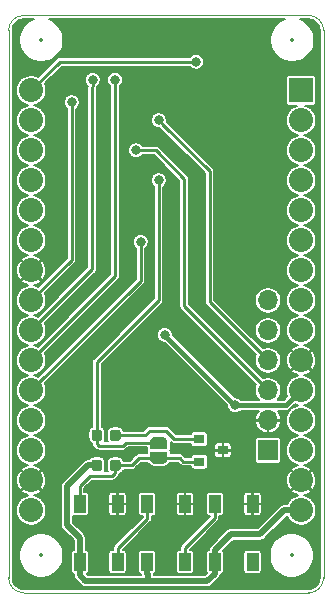
<source format=gbr>
%TF.GenerationSoftware,KiCad,Pcbnew,5.1.5+dfsg1-2~bpo10+1*%
%TF.CreationDate,2020-10-04T09:48:28+00:00*%
%TF.ProjectId,CO2,434f322e-6b69-4636-9164-5f7063625858,rev?*%
%TF.SameCoordinates,Original*%
%TF.FileFunction,Copper,L1,Top*%
%TF.FilePolarity,Positive*%
%FSLAX45Y45*%
G04 Gerber Fmt 4.5, Leading zero omitted, Abs format (unit mm)*
G04 Created by KiCad (PCBNEW 5.1.5+dfsg1-2~bpo10+1) date 2020-10-04 09:48:28*
%MOMM*%
%LPD*%
G04 APERTURE LIST*
%ADD10C,0.120000*%
%ADD11C,0.150000*%
%ADD12R,0.900000X0.800000*%
%ADD13O,1.700000X1.700000*%
%ADD14R,1.700000X1.700000*%
%ADD15C,2.032000*%
%ADD16R,2.032000X2.032000*%
%ADD17R,1.000000X1.500000*%
%ADD18C,0.800000*%
%ADD19C,0.500000*%
%ADD20C,0.400000*%
%ADD21C,0.250000*%
%ADD22C,0.350000*%
G04 APERTURE END LIST*
D10*
X-63500Y-4254500D02*
G75*
G02X-190500Y-4127500I0J127000D01*
G01*
X2476500Y-4127500D02*
G75*
G02X2349500Y-4254500I-127000J0D01*
G01*
X-190500Y507511D02*
G75*
G02X-63500Y634511I127000J0D01*
G01*
X2349500Y634511D02*
G75*
G02X2476500Y507511I0J-127000D01*
G01*
X2476500Y-4127500D02*
X2476500Y508000D01*
X-63500Y-4254500D02*
X2349500Y-4254500D01*
X-190500Y508000D02*
X-190500Y-4127500D01*
X2349500Y634511D02*
X-63500Y634511D01*
%TA.AperFunction,SMDPad,CuDef*%
D11*
G36*
X737769Y-2873605D02*
G01*
X739893Y-2873920D01*
X741975Y-2874442D01*
X743996Y-2875165D01*
X745937Y-2876083D01*
X747778Y-2877187D01*
X749502Y-2878465D01*
X751093Y-2879907D01*
X752535Y-2881498D01*
X753813Y-2883222D01*
X754917Y-2885063D01*
X755835Y-2887004D01*
X756558Y-2889025D01*
X757080Y-2891107D01*
X757395Y-2893231D01*
X757500Y-2895375D01*
X757500Y-2946625D01*
X757395Y-2948769D01*
X757080Y-2950893D01*
X756558Y-2952975D01*
X755835Y-2954996D01*
X754917Y-2956937D01*
X753813Y-2958778D01*
X752535Y-2960502D01*
X751093Y-2962093D01*
X749502Y-2963535D01*
X747778Y-2964813D01*
X745937Y-2965917D01*
X743996Y-2966835D01*
X741975Y-2967558D01*
X739893Y-2968080D01*
X737769Y-2968395D01*
X735625Y-2968500D01*
X691875Y-2968500D01*
X689731Y-2968395D01*
X687607Y-2968080D01*
X685525Y-2967558D01*
X683504Y-2966835D01*
X681563Y-2965917D01*
X679722Y-2964813D01*
X677998Y-2963535D01*
X676407Y-2962093D01*
X674965Y-2960502D01*
X673687Y-2958778D01*
X672583Y-2956937D01*
X671665Y-2954996D01*
X670942Y-2952975D01*
X670420Y-2950893D01*
X670105Y-2948769D01*
X670000Y-2946625D01*
X670000Y-2895375D01*
X670105Y-2893231D01*
X670420Y-2891107D01*
X670942Y-2889025D01*
X671665Y-2887004D01*
X672583Y-2885063D01*
X673687Y-2883222D01*
X674965Y-2881498D01*
X676407Y-2879907D01*
X677998Y-2878465D01*
X679722Y-2877187D01*
X681563Y-2876083D01*
X683504Y-2875165D01*
X685525Y-2874442D01*
X687607Y-2873920D01*
X689731Y-2873605D01*
X691875Y-2873500D01*
X735625Y-2873500D01*
X737769Y-2873605D01*
G37*
%TD.AperFunction*%
%TA.AperFunction,SMDPad,CuDef*%
G36*
X580269Y-2873605D02*
G01*
X582393Y-2873920D01*
X584475Y-2874442D01*
X586496Y-2875165D01*
X588437Y-2876083D01*
X590278Y-2877187D01*
X592002Y-2878465D01*
X593593Y-2879907D01*
X595035Y-2881498D01*
X596313Y-2883222D01*
X597417Y-2885063D01*
X598335Y-2887004D01*
X599058Y-2889025D01*
X599580Y-2891107D01*
X599895Y-2893231D01*
X600000Y-2895375D01*
X600000Y-2946625D01*
X599895Y-2948769D01*
X599580Y-2950893D01*
X599058Y-2952975D01*
X598335Y-2954996D01*
X597417Y-2956937D01*
X596313Y-2958778D01*
X595035Y-2960502D01*
X593593Y-2962093D01*
X592002Y-2963535D01*
X590278Y-2964813D01*
X588437Y-2965917D01*
X586496Y-2966835D01*
X584475Y-2967558D01*
X582393Y-2968080D01*
X580269Y-2968395D01*
X578125Y-2968500D01*
X534375Y-2968500D01*
X532231Y-2968395D01*
X530107Y-2968080D01*
X528025Y-2967558D01*
X526004Y-2966835D01*
X524063Y-2965917D01*
X522222Y-2964813D01*
X520498Y-2963535D01*
X518907Y-2962093D01*
X517465Y-2960502D01*
X516187Y-2958778D01*
X515083Y-2956937D01*
X514165Y-2954996D01*
X513442Y-2952975D01*
X512920Y-2950893D01*
X512605Y-2948769D01*
X512500Y-2946625D01*
X512500Y-2895375D01*
X512605Y-2893231D01*
X512920Y-2891107D01*
X513442Y-2889025D01*
X514165Y-2887004D01*
X515083Y-2885063D01*
X516187Y-2883222D01*
X517465Y-2881498D01*
X518907Y-2879907D01*
X520498Y-2878465D01*
X522222Y-2877187D01*
X524063Y-2876083D01*
X526004Y-2875165D01*
X528025Y-2874442D01*
X530107Y-2873920D01*
X532231Y-2873605D01*
X534375Y-2873500D01*
X578125Y-2873500D01*
X580269Y-2873605D01*
G37*
%TD.AperFunction*%
%TA.AperFunction,SMDPad,CuDef*%
G36*
X580269Y-3127605D02*
G01*
X582393Y-3127920D01*
X584475Y-3128442D01*
X586496Y-3129165D01*
X588437Y-3130083D01*
X590278Y-3131187D01*
X592002Y-3132465D01*
X593593Y-3133907D01*
X595035Y-3135498D01*
X596313Y-3137222D01*
X597417Y-3139063D01*
X598335Y-3141004D01*
X599058Y-3143025D01*
X599580Y-3145107D01*
X599895Y-3147231D01*
X600000Y-3149375D01*
X600000Y-3200625D01*
X599895Y-3202769D01*
X599580Y-3204893D01*
X599058Y-3206975D01*
X598335Y-3208996D01*
X597417Y-3210937D01*
X596313Y-3212778D01*
X595035Y-3214502D01*
X593593Y-3216093D01*
X592002Y-3217535D01*
X590278Y-3218813D01*
X588437Y-3219917D01*
X586496Y-3220835D01*
X584475Y-3221558D01*
X582393Y-3222080D01*
X580269Y-3222395D01*
X578125Y-3222500D01*
X534375Y-3222500D01*
X532231Y-3222395D01*
X530107Y-3222080D01*
X528025Y-3221558D01*
X526004Y-3220835D01*
X524063Y-3219917D01*
X522222Y-3218813D01*
X520498Y-3217535D01*
X518907Y-3216093D01*
X517465Y-3214502D01*
X516187Y-3212778D01*
X515083Y-3210937D01*
X514165Y-3208996D01*
X513442Y-3206975D01*
X512920Y-3204893D01*
X512605Y-3202769D01*
X512500Y-3200625D01*
X512500Y-3149375D01*
X512605Y-3147231D01*
X512920Y-3145107D01*
X513442Y-3143025D01*
X514165Y-3141004D01*
X515083Y-3139063D01*
X516187Y-3137222D01*
X517465Y-3135498D01*
X518907Y-3133907D01*
X520498Y-3132465D01*
X522222Y-3131187D01*
X524063Y-3130083D01*
X526004Y-3129165D01*
X528025Y-3128442D01*
X530107Y-3127920D01*
X532231Y-3127605D01*
X534375Y-3127500D01*
X578125Y-3127500D01*
X580269Y-3127605D01*
G37*
%TD.AperFunction*%
%TA.AperFunction,SMDPad,CuDef*%
G36*
X737769Y-3127605D02*
G01*
X739893Y-3127920D01*
X741975Y-3128442D01*
X743996Y-3129165D01*
X745937Y-3130083D01*
X747778Y-3131187D01*
X749502Y-3132465D01*
X751093Y-3133907D01*
X752535Y-3135498D01*
X753813Y-3137222D01*
X754917Y-3139063D01*
X755835Y-3141004D01*
X756558Y-3143025D01*
X757080Y-3145107D01*
X757395Y-3147231D01*
X757500Y-3149375D01*
X757500Y-3200625D01*
X757395Y-3202769D01*
X757080Y-3204893D01*
X756558Y-3206975D01*
X755835Y-3208996D01*
X754917Y-3210937D01*
X753813Y-3212778D01*
X752535Y-3214502D01*
X751093Y-3216093D01*
X749502Y-3217535D01*
X747778Y-3218813D01*
X745937Y-3219917D01*
X743996Y-3220835D01*
X741975Y-3221558D01*
X739893Y-3222080D01*
X737769Y-3222395D01*
X735625Y-3222500D01*
X691875Y-3222500D01*
X689731Y-3222395D01*
X687607Y-3222080D01*
X685525Y-3221558D01*
X683504Y-3220835D01*
X681563Y-3219917D01*
X679722Y-3218813D01*
X677998Y-3217535D01*
X676407Y-3216093D01*
X674965Y-3214502D01*
X673687Y-3212778D01*
X672583Y-3210937D01*
X671665Y-3208996D01*
X670942Y-3206975D01*
X670420Y-3204893D01*
X670105Y-3202769D01*
X670000Y-3200625D01*
X670000Y-3149375D01*
X670105Y-3147231D01*
X670420Y-3145107D01*
X670942Y-3143025D01*
X671665Y-3141004D01*
X672583Y-3139063D01*
X673687Y-3137222D01*
X674965Y-3135498D01*
X676407Y-3133907D01*
X677998Y-3132465D01*
X679722Y-3131187D01*
X681563Y-3130083D01*
X683504Y-3129165D01*
X685525Y-3128442D01*
X687607Y-3127920D01*
X689731Y-3127605D01*
X691875Y-3127500D01*
X735625Y-3127500D01*
X737769Y-3127605D01*
G37*
%TD.AperFunction*%
%TA.AperFunction,SMDPad,CuDef*%
G36*
X1154440Y-3113000D02*
G01*
X1154440Y-3115453D01*
X1153959Y-3120336D01*
X1153002Y-3125149D01*
X1151577Y-3129844D01*
X1149700Y-3134378D01*
X1147386Y-3138705D01*
X1144660Y-3142785D01*
X1141548Y-3146578D01*
X1138078Y-3150048D01*
X1134285Y-3153160D01*
X1130205Y-3155886D01*
X1125878Y-3158199D01*
X1121345Y-3160077D01*
X1116649Y-3161502D01*
X1111837Y-3162459D01*
X1106953Y-3162940D01*
X1104500Y-3162940D01*
X1104500Y-3163000D01*
X1054500Y-3163000D01*
X1054500Y-3162940D01*
X1052047Y-3162940D01*
X1047163Y-3162459D01*
X1042351Y-3161502D01*
X1037655Y-3160077D01*
X1033122Y-3158199D01*
X1028795Y-3155886D01*
X1024715Y-3153160D01*
X1020922Y-3150048D01*
X1017452Y-3146578D01*
X1014340Y-3142785D01*
X1011614Y-3138705D01*
X1009300Y-3134378D01*
X1007423Y-3129844D01*
X1005998Y-3125149D01*
X1005041Y-3120336D01*
X1004560Y-3115453D01*
X1004560Y-3113000D01*
X1004500Y-3113000D01*
X1004500Y-3063000D01*
X1154500Y-3063000D01*
X1154500Y-3113000D01*
X1154440Y-3113000D01*
G37*
%TD.AperFunction*%
%TA.AperFunction,SMDPad,CuDef*%
G36*
X1004500Y-3033000D02*
G01*
X1004500Y-2983000D01*
X1004560Y-2983000D01*
X1004560Y-2980547D01*
X1005041Y-2975663D01*
X1005998Y-2970851D01*
X1007423Y-2966155D01*
X1009300Y-2961622D01*
X1011614Y-2957295D01*
X1014340Y-2953215D01*
X1017452Y-2949422D01*
X1020922Y-2945952D01*
X1024715Y-2942840D01*
X1028795Y-2940114D01*
X1033122Y-2937800D01*
X1037655Y-2935923D01*
X1042351Y-2934498D01*
X1047163Y-2933541D01*
X1052047Y-2933060D01*
X1054500Y-2933060D01*
X1054500Y-2933000D01*
X1104500Y-2933000D01*
X1104500Y-2933060D01*
X1106953Y-2933060D01*
X1111837Y-2933541D01*
X1116649Y-2934498D01*
X1121345Y-2935923D01*
X1125878Y-2937800D01*
X1130205Y-2940114D01*
X1134285Y-2942840D01*
X1138078Y-2945952D01*
X1141548Y-2949422D01*
X1144660Y-2953215D01*
X1147386Y-2957295D01*
X1149700Y-2961622D01*
X1151577Y-2966155D01*
X1153002Y-2970851D01*
X1153959Y-2975663D01*
X1154440Y-2980547D01*
X1154440Y-2983000D01*
X1154500Y-2983000D01*
X1154500Y-3033000D01*
X1004500Y-3033000D01*
G37*
%TD.AperFunction*%
D12*
X1624000Y-3048000D03*
X1424000Y-3143000D03*
X1424000Y-2953000D03*
D13*
X2006600Y-1778000D03*
X2006600Y-2032000D03*
X2006600Y-2286000D03*
X2006600Y-2540000D03*
X2006600Y-2794000D03*
D14*
X2006600Y-3048000D03*
D15*
X0Y-254000D03*
X0Y-762000D03*
X0Y-508000D03*
X0Y-2540000D03*
X0Y-2286000D03*
X0Y-1778000D03*
X0Y-2032000D03*
X0Y-3556000D03*
X0Y-1524000D03*
X0Y-1016000D03*
X0Y-1270000D03*
X0Y-2794000D03*
X0Y-3302000D03*
X0Y-3048000D03*
X0Y0D03*
X2286000Y-3556000D03*
X2286000Y-3302000D03*
X2286000Y-3048000D03*
X2286000Y-2794000D03*
X2286000Y-2540000D03*
X2286000Y-2286000D03*
X2286000Y-2032000D03*
X2286000Y-1778000D03*
X2286000Y-1524000D03*
X2286000Y-1270000D03*
X2286000Y-1016000D03*
X2286000Y-762000D03*
X2286000Y-508000D03*
X2286000Y-254000D03*
D16*
X2286000Y0D03*
D17*
X1554500Y-3991500D03*
X1874500Y-3991500D03*
X1554500Y-3501500D03*
X1874500Y-3501500D03*
X983000Y-3991500D03*
X1303000Y-3991500D03*
X983000Y-3501500D03*
X1303000Y-3501500D03*
X411500Y-3991500D03*
X731500Y-3991500D03*
X411500Y-3501500D03*
X731500Y-3501500D03*
D18*
X596900Y-3746500D03*
X1117600Y-3746500D03*
X1689100Y-3302000D03*
X1117600Y-3302000D03*
X228600Y-2806700D03*
X431800Y-2286000D03*
X1130300Y-2286000D03*
X1651000Y-1397000D03*
X1651000Y-381000D03*
X546100Y-1866900D03*
X381000Y-1524000D03*
X622300Y-622300D03*
X431800Y-622300D03*
X241300Y-1270000D03*
X254000Y-622300D03*
X800100Y-622300D03*
X1206500Y-889000D03*
X1409700Y-889000D03*
X1651000Y-2057400D03*
X317500Y330200D03*
X1079500Y-101600D03*
X889000Y88900D03*
X2019300Y-4140200D03*
X1727200Y-2667000D03*
X1130300Y-2070100D03*
X1079500Y-254000D03*
X888999Y-508000D03*
X711200Y88900D03*
X342900Y-101600D03*
X520700Y88900D03*
X1079500Y-762000D03*
X927100Y-1282700D03*
X1397000Y241300D03*
D19*
X411500Y-4107200D02*
X457200Y-4152900D01*
X990600Y-4152900D02*
X457200Y-4152900D01*
X1554500Y-3991500D02*
X1554500Y-4091500D01*
X1554500Y-4091500D02*
X1493100Y-4152900D01*
X1493100Y-4152900D02*
X990600Y-4152900D01*
X411500Y-3991500D02*
X411500Y-4107200D01*
X990600Y-4099100D02*
X990600Y-4152900D01*
X983000Y-3991500D02*
X983000Y-4091500D01*
X983000Y-4091500D02*
X990600Y-4099100D01*
X482600Y-3175000D02*
X556250Y-3175000D01*
X304800Y-3352800D02*
X482600Y-3175000D01*
X304800Y-3683000D02*
X304800Y-3352800D01*
X411500Y-3789700D02*
X304800Y-3683000D01*
X411500Y-3991500D02*
X411500Y-3789700D01*
X1554500Y-3991500D02*
X1554500Y-3893800D01*
X1554500Y-3893800D02*
X1689100Y-3759200D01*
X2142316Y-3556000D02*
X2286000Y-3556000D01*
X1689100Y-3759200D02*
X1939116Y-3759200D01*
X1939116Y-3759200D02*
X2142316Y-3556000D01*
D20*
X2159000Y-2667000D02*
X1727200Y-2667000D01*
X2286000Y-2540000D02*
X2159000Y-2667000D01*
X1687200Y-2627000D02*
X1170300Y-2110100D01*
X1727200Y-2667000D02*
X1687200Y-2627000D01*
X1170300Y-2110100D02*
X1130300Y-2070100D01*
D21*
X731500Y-3878600D02*
X731500Y-3991500D01*
X983000Y-3627100D02*
X731500Y-3878600D01*
X983000Y-3501500D02*
X983000Y-3627100D01*
X1303000Y-3872150D02*
X1303000Y-3991500D01*
X1554500Y-3620650D02*
X1303000Y-3872150D01*
X1554500Y-3501500D02*
X1554500Y-3620650D01*
X1119500Y-294000D02*
X1079500Y-254000D01*
X1511309Y-685809D02*
X1119500Y-294000D01*
X1511309Y-1790709D02*
X1511309Y-685809D01*
X2006600Y-2286000D02*
X1511309Y-1790709D01*
X1054100Y-508000D02*
X888999Y-508000D01*
X1295400Y-749300D02*
X1054100Y-508000D01*
X1295400Y-1828800D02*
X1295400Y-749300D01*
X2006600Y-2540000D02*
X1295400Y-1828800D01*
X711200Y8900D02*
X711200Y88900D01*
X711200Y-1574800D02*
X711200Y8900D01*
X0Y-2286000D02*
X711200Y-1574800D01*
X342900Y-1435100D02*
X342900Y-101600D01*
X0Y-1778000D02*
X342900Y-1435100D01*
X0Y-2032000D02*
X516901Y-1515098D01*
X516901Y28533D02*
X520700Y32331D01*
X516901Y-1515098D02*
X516901Y28533D01*
X520700Y32331D02*
X520700Y88900D01*
X1424000Y-3143000D02*
X1288800Y-3143000D01*
X1258800Y-3113000D02*
X1288800Y-3143000D01*
X1079500Y-3113000D02*
X1258800Y-3113000D01*
X495300Y-3263900D02*
X411500Y-3347700D01*
X411500Y-3347700D02*
X411500Y-3501500D01*
X685800Y-3263900D02*
X495300Y-3263900D01*
X713750Y-3235950D02*
X685800Y-3263900D01*
X713750Y-3175000D02*
X713750Y-3235950D01*
X850900Y-3175000D02*
X711200Y-3175000D01*
X912900Y-3113000D02*
X850900Y-3175000D01*
X1079500Y-3113000D02*
X912900Y-3113000D01*
X1003300Y-2882900D02*
X965200Y-2921000D01*
X1143000Y-2882900D02*
X1003300Y-2882900D01*
X965200Y-2921000D02*
X723900Y-2921000D01*
X1213100Y-2953000D02*
X1143000Y-2882900D01*
X1424000Y-2953000D02*
X1213100Y-2953000D01*
X1079500Y-818568D02*
X1079500Y-762000D01*
X1079500Y-1778000D02*
X1079500Y-818568D01*
X556250Y-2301250D02*
X1079500Y-1778000D01*
X556250Y-2921000D02*
X556250Y-2301250D01*
X801600Y-2983000D02*
X1079500Y-2983000D01*
X774700Y-3009900D02*
X801600Y-2983000D01*
X571500Y-3009900D02*
X774700Y-3009900D01*
X556250Y-2994650D02*
X571500Y-3009900D01*
X556250Y-2921000D02*
X556250Y-2994650D01*
X0Y-2540000D02*
X927100Y-1612900D01*
X927100Y-1612900D02*
X927100Y-1339269D01*
X927100Y-1339269D02*
X927100Y-1282700D01*
X0Y0D02*
X241300Y241300D01*
X241300Y241300D02*
X1397000Y241300D01*
D11*
G36*
X-2814Y591160D02*
G01*
X-33524Y570641D01*
X-59641Y544524D01*
X-80160Y513814D01*
X-94294Y479692D01*
X-101500Y443467D01*
X-101500Y406533D01*
X-94294Y370308D01*
X-80160Y336186D01*
X-59641Y305476D01*
X-33524Y279359D01*
X-2814Y258840D01*
X31308Y244706D01*
X67533Y237500D01*
X104467Y237500D01*
X140692Y244706D01*
X174814Y258840D01*
X205524Y279359D01*
X231641Y305476D01*
X252160Y336186D01*
X266294Y370308D01*
X273500Y406533D01*
X273500Y443467D01*
X266294Y479692D01*
X252160Y513814D01*
X231641Y544524D01*
X205524Y570641D01*
X174814Y591160D01*
X151033Y601011D01*
X2145967Y601011D01*
X2122186Y591160D01*
X2091476Y570641D01*
X2065359Y544524D01*
X2044840Y513814D01*
X2030706Y479692D01*
X2023500Y443467D01*
X2023500Y406533D01*
X2030706Y370308D01*
X2044840Y336186D01*
X2065359Y305476D01*
X2091476Y279359D01*
X2122186Y258840D01*
X2156308Y244706D01*
X2192533Y237500D01*
X2229467Y237500D01*
X2265692Y244706D01*
X2299815Y258840D01*
X2330524Y279359D01*
X2356641Y305476D01*
X2377160Y336186D01*
X2391294Y370308D01*
X2398500Y406533D01*
X2398500Y443467D01*
X2391294Y479692D01*
X2377160Y513814D01*
X2356641Y544524D01*
X2330524Y570641D01*
X2299815Y591160D01*
X2276033Y601011D01*
X2347862Y601011D01*
X2367630Y599073D01*
X2385069Y593808D01*
X2401154Y585255D01*
X2415270Y573742D01*
X2426882Y559706D01*
X2435546Y543681D01*
X2440933Y526280D01*
X2443000Y506611D01*
X2443000Y-4125862D01*
X2441062Y-4145630D01*
X2435797Y-4163069D01*
X2427244Y-4179153D01*
X2415731Y-4193270D01*
X2401694Y-4204882D01*
X2385671Y-4213546D01*
X2368269Y-4218933D01*
X2348601Y-4221000D01*
X-61862Y-4221000D01*
X-81630Y-4219062D01*
X-99069Y-4213797D01*
X-115153Y-4205244D01*
X-129270Y-4193731D01*
X-140882Y-4179694D01*
X-149546Y-4163671D01*
X-154933Y-4146268D01*
X-157000Y-4126601D01*
X-157000Y-3919533D01*
X-101500Y-3919533D01*
X-101500Y-3956467D01*
X-94294Y-3992692D01*
X-80160Y-4026814D01*
X-59641Y-4057524D01*
X-33524Y-4083641D01*
X-2814Y-4104160D01*
X31308Y-4118294D01*
X67533Y-4125500D01*
X104467Y-4125500D01*
X140692Y-4118294D01*
X174814Y-4104160D01*
X205524Y-4083641D01*
X231641Y-4057524D01*
X252160Y-4026814D01*
X266294Y-3992692D01*
X273500Y-3956467D01*
X273500Y-3919533D01*
X266294Y-3883308D01*
X252160Y-3849185D01*
X231641Y-3818476D01*
X205524Y-3792359D01*
X174814Y-3771840D01*
X140692Y-3757706D01*
X104467Y-3750500D01*
X67533Y-3750500D01*
X31308Y-3757706D01*
X-2814Y-3771840D01*
X-33524Y-3792359D01*
X-59641Y-3818476D01*
X-80160Y-3849185D01*
X-94294Y-3883308D01*
X-101500Y-3919533D01*
X-157000Y-3919533D01*
X-157000Y-3543285D01*
X-129100Y-3543285D01*
X-129100Y-3568715D01*
X-124139Y-3593657D01*
X-114407Y-3617152D01*
X-100278Y-3638296D01*
X-82297Y-3656278D01*
X-61152Y-3670407D01*
X-37657Y-3680139D01*
X-12715Y-3685100D01*
X12715Y-3685100D01*
X37657Y-3680139D01*
X61152Y-3670407D01*
X82297Y-3656278D01*
X100278Y-3638296D01*
X114407Y-3617152D01*
X124139Y-3593657D01*
X129100Y-3568715D01*
X129100Y-3543285D01*
X124139Y-3518343D01*
X114407Y-3494848D01*
X100278Y-3473703D01*
X82297Y-3455721D01*
X61152Y-3441593D01*
X37657Y-3431861D01*
X24455Y-3429235D01*
X47237Y-3422819D01*
X69900Y-3411282D01*
X74214Y-3408399D01*
X85082Y-3390618D01*
X0Y-3305535D01*
X-85082Y-3390618D01*
X-74214Y-3408399D01*
X-52030Y-3420833D01*
X-27847Y-3428701D01*
X-24040Y-3429153D01*
X-37657Y-3431861D01*
X-61152Y-3441593D01*
X-82297Y-3455721D01*
X-100278Y-3473703D01*
X-114407Y-3494848D01*
X-124139Y-3518343D01*
X-129100Y-3543285D01*
X-157000Y-3543285D01*
X-157000Y-3299406D01*
X-129699Y-3299406D01*
X-127713Y-3324759D01*
X-120819Y-3349237D01*
X-109282Y-3371900D01*
X-106399Y-3376213D01*
X-88618Y-3387082D01*
X-3535Y-3302000D01*
X3535Y-3302000D01*
X88618Y-3387082D01*
X106399Y-3376213D01*
X118833Y-3354030D01*
X119233Y-3352800D01*
X252046Y-3352800D01*
X252300Y-3355379D01*
X252300Y-3680422D01*
X252046Y-3683000D01*
X252300Y-3685578D01*
X252300Y-3685579D01*
X253060Y-3693292D01*
X256062Y-3703188D01*
X260937Y-3712309D01*
X267497Y-3720303D01*
X269501Y-3721947D01*
X359000Y-3811446D01*
X359000Y-3889113D01*
X356109Y-3889398D01*
X350925Y-3890970D01*
X346148Y-3893524D01*
X341961Y-3896960D01*
X338524Y-3901148D01*
X335970Y-3905925D01*
X334398Y-3911109D01*
X333867Y-3916500D01*
X333867Y-4066500D01*
X334398Y-4071891D01*
X335970Y-4077075D01*
X338524Y-4081852D01*
X341961Y-4086039D01*
X346148Y-4089476D01*
X350925Y-4092030D01*
X356109Y-4093602D01*
X359000Y-4093887D01*
X359000Y-4104621D01*
X358746Y-4107200D01*
X359760Y-4117492D01*
X362762Y-4127388D01*
X367637Y-4136508D01*
X367637Y-4136509D01*
X374197Y-4144503D01*
X376200Y-4146147D01*
X418253Y-4188199D01*
X419897Y-4190203D01*
X427891Y-4196763D01*
X437012Y-4201638D01*
X446908Y-4204640D01*
X454621Y-4205400D01*
X457200Y-4205654D01*
X459779Y-4205400D01*
X988021Y-4205400D01*
X990600Y-4205654D01*
X993179Y-4205400D01*
X1490522Y-4205400D01*
X1493100Y-4205654D01*
X1495678Y-4205400D01*
X1495679Y-4205400D01*
X1503392Y-4204640D01*
X1513288Y-4201638D01*
X1522409Y-4196763D01*
X1530403Y-4190203D01*
X1532047Y-4188199D01*
X1589799Y-4130447D01*
X1591803Y-4128803D01*
X1598363Y-4120809D01*
X1603238Y-4111688D01*
X1606240Y-4101792D01*
X1607000Y-4094079D01*
X1607000Y-4094078D01*
X1607019Y-4093885D01*
X1609891Y-4093602D01*
X1615075Y-4092030D01*
X1619852Y-4089476D01*
X1624039Y-4086039D01*
X1627476Y-4081852D01*
X1630030Y-4077075D01*
X1631602Y-4071891D01*
X1632133Y-4066500D01*
X1632133Y-3916500D01*
X1796867Y-3916500D01*
X1796867Y-4066500D01*
X1797398Y-4071891D01*
X1798970Y-4077075D01*
X1801524Y-4081852D01*
X1804960Y-4086039D01*
X1809148Y-4089476D01*
X1813925Y-4092030D01*
X1819109Y-4093602D01*
X1824500Y-4094133D01*
X1924500Y-4094133D01*
X1929891Y-4093602D01*
X1935075Y-4092030D01*
X1939852Y-4089476D01*
X1944039Y-4086039D01*
X1947476Y-4081852D01*
X1950030Y-4077075D01*
X1951602Y-4071891D01*
X1952133Y-4066500D01*
X1952133Y-3919533D01*
X2018500Y-3919533D01*
X2018500Y-3956467D01*
X2025706Y-3992692D01*
X2039840Y-4026814D01*
X2060359Y-4057524D01*
X2086476Y-4083641D01*
X2117186Y-4104160D01*
X2151308Y-4118294D01*
X2187533Y-4125500D01*
X2224467Y-4125500D01*
X2260692Y-4118294D01*
X2294815Y-4104160D01*
X2325524Y-4083641D01*
X2351641Y-4057524D01*
X2372160Y-4026814D01*
X2386294Y-3992692D01*
X2393500Y-3956467D01*
X2393500Y-3919533D01*
X2386294Y-3883308D01*
X2372160Y-3849185D01*
X2351641Y-3818476D01*
X2325524Y-3792359D01*
X2294815Y-3771840D01*
X2260692Y-3757706D01*
X2224467Y-3750500D01*
X2187533Y-3750500D01*
X2151308Y-3757706D01*
X2117186Y-3771840D01*
X2086476Y-3792359D01*
X2060359Y-3818476D01*
X2039840Y-3849185D01*
X2025706Y-3883308D01*
X2018500Y-3919533D01*
X1952133Y-3919533D01*
X1952133Y-3916500D01*
X1951602Y-3911109D01*
X1950030Y-3905925D01*
X1947476Y-3901148D01*
X1944039Y-3896960D01*
X1939852Y-3893524D01*
X1935075Y-3890970D01*
X1929891Y-3889398D01*
X1924500Y-3888867D01*
X1824500Y-3888867D01*
X1819109Y-3889398D01*
X1813925Y-3890970D01*
X1809148Y-3893524D01*
X1804960Y-3896960D01*
X1801524Y-3901148D01*
X1798970Y-3905925D01*
X1797398Y-3911109D01*
X1796867Y-3916500D01*
X1632133Y-3916500D01*
X1631602Y-3911109D01*
X1630030Y-3905925D01*
X1627476Y-3901148D01*
X1624736Y-3897810D01*
X1710846Y-3811700D01*
X1936538Y-3811700D01*
X1939116Y-3811954D01*
X1941694Y-3811700D01*
X1941695Y-3811700D01*
X1949408Y-3810940D01*
X1959304Y-3807938D01*
X1968425Y-3803063D01*
X1976419Y-3796503D01*
X1978063Y-3794499D01*
X2164062Y-3608500D01*
X2168009Y-3608500D01*
X2171593Y-3617152D01*
X2185722Y-3638296D01*
X2203704Y-3656278D01*
X2224848Y-3670407D01*
X2248343Y-3680139D01*
X2273285Y-3685100D01*
X2298715Y-3685100D01*
X2323657Y-3680139D01*
X2347152Y-3670407D01*
X2368297Y-3656278D01*
X2386279Y-3638296D01*
X2400407Y-3617152D01*
X2410139Y-3593657D01*
X2415100Y-3568715D01*
X2415100Y-3543285D01*
X2410139Y-3518343D01*
X2400407Y-3494848D01*
X2386279Y-3473703D01*
X2368297Y-3455721D01*
X2347152Y-3441593D01*
X2323657Y-3431861D01*
X2310455Y-3429235D01*
X2333237Y-3422819D01*
X2355900Y-3411282D01*
X2360214Y-3408399D01*
X2371082Y-3390618D01*
X2286000Y-3305535D01*
X2200918Y-3390618D01*
X2211787Y-3408399D01*
X2233970Y-3420833D01*
X2258153Y-3428701D01*
X2261960Y-3429153D01*
X2248343Y-3431861D01*
X2224848Y-3441593D01*
X2203704Y-3455721D01*
X2185722Y-3473703D01*
X2171593Y-3494848D01*
X2168009Y-3503500D01*
X2144894Y-3503500D01*
X2142316Y-3503246D01*
X2139738Y-3503500D01*
X2139737Y-3503500D01*
X2132024Y-3504260D01*
X2122128Y-3507262D01*
X2113007Y-3512137D01*
X2105013Y-3518697D01*
X2103369Y-3520700D01*
X1917370Y-3706700D01*
X1691678Y-3706700D01*
X1689100Y-3706446D01*
X1686522Y-3706700D01*
X1686521Y-3706700D01*
X1678808Y-3707460D01*
X1668912Y-3710462D01*
X1659791Y-3715337D01*
X1651797Y-3721897D01*
X1650153Y-3723900D01*
X1519200Y-3854853D01*
X1517197Y-3856497D01*
X1515553Y-3858500D01*
X1510637Y-3864491D01*
X1505762Y-3873612D01*
X1502760Y-3883508D01*
X1502210Y-3889093D01*
X1499109Y-3889398D01*
X1493925Y-3890970D01*
X1489148Y-3893524D01*
X1484960Y-3896960D01*
X1481524Y-3901148D01*
X1478970Y-3905925D01*
X1477398Y-3911109D01*
X1476867Y-3916500D01*
X1476867Y-4066500D01*
X1477398Y-4071891D01*
X1478970Y-4077075D01*
X1481524Y-4081852D01*
X1484960Y-4086039D01*
X1485375Y-4086379D01*
X1471354Y-4100400D01*
X1043226Y-4100400D01*
X1043354Y-4099100D01*
X1043100Y-4096522D01*
X1043100Y-4096521D01*
X1042684Y-4092300D01*
X1043575Y-4092030D01*
X1048352Y-4089476D01*
X1052540Y-4086039D01*
X1055976Y-4081852D01*
X1058530Y-4077075D01*
X1060102Y-4071891D01*
X1060633Y-4066500D01*
X1060633Y-3916500D01*
X1225367Y-3916500D01*
X1225367Y-4066500D01*
X1225898Y-4071891D01*
X1227470Y-4077075D01*
X1230024Y-4081852D01*
X1233461Y-4086039D01*
X1237648Y-4089476D01*
X1242425Y-4092030D01*
X1247609Y-4093602D01*
X1253000Y-4094133D01*
X1353000Y-4094133D01*
X1358391Y-4093602D01*
X1363575Y-4092030D01*
X1368352Y-4089476D01*
X1372540Y-4086039D01*
X1375976Y-4081852D01*
X1378530Y-4077075D01*
X1380102Y-4071891D01*
X1380633Y-4066500D01*
X1380633Y-3916500D01*
X1380102Y-3911109D01*
X1378530Y-3905925D01*
X1375976Y-3901148D01*
X1372540Y-3896960D01*
X1368352Y-3893524D01*
X1363575Y-3890970D01*
X1358391Y-3889398D01*
X1353000Y-3888867D01*
X1343000Y-3888867D01*
X1343000Y-3888718D01*
X1581395Y-3650323D01*
X1582921Y-3649071D01*
X1587920Y-3642980D01*
X1591634Y-3636031D01*
X1593921Y-3628491D01*
X1594500Y-3622615D01*
X1594500Y-3622614D01*
X1594693Y-3620650D01*
X1594500Y-3618686D01*
X1594500Y-3604133D01*
X1604500Y-3604133D01*
X1609891Y-3603602D01*
X1615075Y-3602030D01*
X1619852Y-3599476D01*
X1624039Y-3596039D01*
X1627476Y-3591852D01*
X1630030Y-3587075D01*
X1631602Y-3581891D01*
X1632133Y-3576500D01*
X1796867Y-3576500D01*
X1797398Y-3581891D01*
X1798970Y-3587075D01*
X1801524Y-3591852D01*
X1804960Y-3596040D01*
X1809148Y-3599476D01*
X1813925Y-3602030D01*
X1819109Y-3603602D01*
X1824500Y-3604133D01*
X1865125Y-3604000D01*
X1872000Y-3597125D01*
X1872000Y-3504000D01*
X1877000Y-3504000D01*
X1877000Y-3597125D01*
X1883875Y-3604000D01*
X1924500Y-3604133D01*
X1929891Y-3603602D01*
X1935075Y-3602030D01*
X1939852Y-3599476D01*
X1944040Y-3596040D01*
X1947476Y-3591852D01*
X1950030Y-3587075D01*
X1951602Y-3581891D01*
X1952133Y-3576500D01*
X1952000Y-3510875D01*
X1945125Y-3504000D01*
X1877000Y-3504000D01*
X1872000Y-3504000D01*
X1803875Y-3504000D01*
X1797000Y-3510875D01*
X1796867Y-3576500D01*
X1632133Y-3576500D01*
X1632133Y-3426500D01*
X1796867Y-3426500D01*
X1797000Y-3492125D01*
X1803875Y-3499000D01*
X1872000Y-3499000D01*
X1872000Y-3405875D01*
X1877000Y-3405875D01*
X1877000Y-3499000D01*
X1945125Y-3499000D01*
X1952000Y-3492125D01*
X1952133Y-3426500D01*
X1951602Y-3421109D01*
X1950030Y-3415925D01*
X1947476Y-3411148D01*
X1944040Y-3406960D01*
X1939852Y-3403524D01*
X1935075Y-3400970D01*
X1929891Y-3399398D01*
X1924500Y-3398867D01*
X1883875Y-3399000D01*
X1877000Y-3405875D01*
X1872000Y-3405875D01*
X1865125Y-3399000D01*
X1824500Y-3398867D01*
X1819109Y-3399398D01*
X1813925Y-3400970D01*
X1809148Y-3403524D01*
X1804960Y-3406960D01*
X1801524Y-3411148D01*
X1798970Y-3415925D01*
X1797398Y-3421109D01*
X1796867Y-3426500D01*
X1632133Y-3426500D01*
X1631602Y-3421109D01*
X1630030Y-3415925D01*
X1627476Y-3411148D01*
X1624039Y-3406960D01*
X1619852Y-3403524D01*
X1615075Y-3400970D01*
X1609891Y-3399398D01*
X1604500Y-3398867D01*
X1504500Y-3398867D01*
X1499109Y-3399398D01*
X1493925Y-3400970D01*
X1489148Y-3403524D01*
X1484960Y-3406960D01*
X1481524Y-3411148D01*
X1478970Y-3415925D01*
X1477398Y-3421109D01*
X1476867Y-3426500D01*
X1476867Y-3576500D01*
X1477398Y-3581891D01*
X1478970Y-3587075D01*
X1481524Y-3591852D01*
X1484960Y-3596039D01*
X1489148Y-3599476D01*
X1493925Y-3602030D01*
X1499109Y-3603602D01*
X1504500Y-3604133D01*
X1514448Y-3604133D01*
X1276105Y-3842476D01*
X1274579Y-3843729D01*
X1269580Y-3849820D01*
X1265866Y-3856769D01*
X1263579Y-3864309D01*
X1263579Y-3864309D01*
X1262807Y-3872150D01*
X1263000Y-3874115D01*
X1263000Y-3888867D01*
X1253000Y-3888867D01*
X1247609Y-3889398D01*
X1242425Y-3890970D01*
X1237648Y-3893524D01*
X1233461Y-3896960D01*
X1230024Y-3901148D01*
X1227470Y-3905925D01*
X1225898Y-3911109D01*
X1225367Y-3916500D01*
X1060633Y-3916500D01*
X1060102Y-3911109D01*
X1058530Y-3905925D01*
X1055976Y-3901148D01*
X1052540Y-3896960D01*
X1048352Y-3893524D01*
X1043575Y-3890970D01*
X1038391Y-3889398D01*
X1033000Y-3888867D01*
X933000Y-3888867D01*
X927609Y-3889398D01*
X922425Y-3890970D01*
X917648Y-3893524D01*
X913460Y-3896960D01*
X910024Y-3901148D01*
X907470Y-3905925D01*
X905898Y-3911109D01*
X905367Y-3916500D01*
X905367Y-4066500D01*
X905898Y-4071891D01*
X907470Y-4077075D01*
X910024Y-4081852D01*
X913460Y-4086039D01*
X917648Y-4089476D01*
X922425Y-4092030D01*
X927609Y-4093602D01*
X930481Y-4093885D01*
X931123Y-4100400D01*
X478946Y-4100400D01*
X470925Y-4092378D01*
X472075Y-4092030D01*
X476852Y-4089476D01*
X481039Y-4086039D01*
X484476Y-4081852D01*
X487030Y-4077075D01*
X488602Y-4071891D01*
X489133Y-4066500D01*
X489133Y-3916500D01*
X653867Y-3916500D01*
X653867Y-4066500D01*
X654398Y-4071891D01*
X655970Y-4077075D01*
X658524Y-4081852D01*
X661961Y-4086039D01*
X666148Y-4089476D01*
X670925Y-4092030D01*
X676109Y-4093602D01*
X681500Y-4094133D01*
X781500Y-4094133D01*
X786891Y-4093602D01*
X792075Y-4092030D01*
X796852Y-4089476D01*
X801039Y-4086039D01*
X804476Y-4081852D01*
X807030Y-4077075D01*
X808602Y-4071891D01*
X809133Y-4066500D01*
X809133Y-3916500D01*
X808602Y-3911109D01*
X807030Y-3905925D01*
X804476Y-3901148D01*
X801039Y-3896960D01*
X796852Y-3893524D01*
X792075Y-3890970D01*
X786891Y-3889398D01*
X781500Y-3888867D01*
X777801Y-3888867D01*
X1009895Y-3656773D01*
X1011421Y-3655521D01*
X1016420Y-3649430D01*
X1020134Y-3642481D01*
X1022421Y-3634941D01*
X1023000Y-3629065D01*
X1023000Y-3629064D01*
X1023193Y-3627100D01*
X1023000Y-3625136D01*
X1023000Y-3604133D01*
X1033000Y-3604133D01*
X1038391Y-3603602D01*
X1043575Y-3602030D01*
X1048352Y-3599476D01*
X1052540Y-3596039D01*
X1055976Y-3591852D01*
X1058530Y-3587075D01*
X1060102Y-3581891D01*
X1060633Y-3576500D01*
X1225367Y-3576500D01*
X1225898Y-3581891D01*
X1227470Y-3587075D01*
X1230024Y-3591852D01*
X1233460Y-3596040D01*
X1237648Y-3599476D01*
X1242425Y-3602030D01*
X1247609Y-3603602D01*
X1253000Y-3604133D01*
X1293625Y-3604000D01*
X1300500Y-3597125D01*
X1300500Y-3504000D01*
X1305500Y-3504000D01*
X1305500Y-3597125D01*
X1312375Y-3604000D01*
X1353000Y-3604133D01*
X1358391Y-3603602D01*
X1363575Y-3602030D01*
X1368352Y-3599476D01*
X1372540Y-3596040D01*
X1375976Y-3591852D01*
X1378530Y-3587075D01*
X1380102Y-3581891D01*
X1380633Y-3576500D01*
X1380500Y-3510875D01*
X1373625Y-3504000D01*
X1305500Y-3504000D01*
X1300500Y-3504000D01*
X1232375Y-3504000D01*
X1225500Y-3510875D01*
X1225367Y-3576500D01*
X1060633Y-3576500D01*
X1060633Y-3426500D01*
X1225367Y-3426500D01*
X1225500Y-3492125D01*
X1232375Y-3499000D01*
X1300500Y-3499000D01*
X1300500Y-3405875D01*
X1305500Y-3405875D01*
X1305500Y-3499000D01*
X1373625Y-3499000D01*
X1380500Y-3492125D01*
X1380633Y-3426500D01*
X1380102Y-3421109D01*
X1378530Y-3415925D01*
X1375976Y-3411148D01*
X1372540Y-3406960D01*
X1368352Y-3403524D01*
X1363575Y-3400970D01*
X1358391Y-3399398D01*
X1353000Y-3398867D01*
X1312375Y-3399000D01*
X1305500Y-3405875D01*
X1300500Y-3405875D01*
X1293625Y-3399000D01*
X1253000Y-3398867D01*
X1247609Y-3399398D01*
X1242425Y-3400970D01*
X1237648Y-3403524D01*
X1233460Y-3406960D01*
X1230024Y-3411148D01*
X1227470Y-3415925D01*
X1225898Y-3421109D01*
X1225367Y-3426500D01*
X1060633Y-3426500D01*
X1060102Y-3421109D01*
X1058530Y-3415925D01*
X1055976Y-3411148D01*
X1052540Y-3406960D01*
X1048352Y-3403524D01*
X1043575Y-3400970D01*
X1038391Y-3399398D01*
X1033000Y-3398867D01*
X933000Y-3398867D01*
X927609Y-3399398D01*
X922425Y-3400970D01*
X917648Y-3403524D01*
X913460Y-3406960D01*
X910024Y-3411148D01*
X907470Y-3415925D01*
X905898Y-3421109D01*
X905367Y-3426500D01*
X905367Y-3576500D01*
X905898Y-3581891D01*
X907470Y-3587075D01*
X910024Y-3591852D01*
X913460Y-3596039D01*
X917648Y-3599476D01*
X922425Y-3602030D01*
X927609Y-3603602D01*
X933000Y-3604133D01*
X943000Y-3604133D01*
X943000Y-3610531D01*
X704605Y-3848926D01*
X703079Y-3850179D01*
X698080Y-3856270D01*
X694366Y-3863219D01*
X692253Y-3870185D01*
X692079Y-3870759D01*
X691307Y-3878600D01*
X691500Y-3880565D01*
X691500Y-3888867D01*
X681500Y-3888867D01*
X676109Y-3889398D01*
X670925Y-3890970D01*
X666148Y-3893524D01*
X661961Y-3896960D01*
X658524Y-3901148D01*
X655970Y-3905925D01*
X654398Y-3911109D01*
X653867Y-3916500D01*
X489133Y-3916500D01*
X488602Y-3911109D01*
X487030Y-3905925D01*
X484476Y-3901148D01*
X481039Y-3896960D01*
X476852Y-3893524D01*
X472075Y-3890970D01*
X466891Y-3889398D01*
X464000Y-3889113D01*
X464000Y-3792278D01*
X464254Y-3789700D01*
X464000Y-3787122D01*
X464000Y-3787121D01*
X463240Y-3779408D01*
X460238Y-3769512D01*
X455363Y-3760391D01*
X454386Y-3759200D01*
X450447Y-3754400D01*
X450446Y-3754400D01*
X448803Y-3752397D01*
X446800Y-3750754D01*
X357300Y-3661254D01*
X357300Y-3603719D01*
X361500Y-3604133D01*
X461500Y-3604133D01*
X466891Y-3603602D01*
X472075Y-3602030D01*
X476852Y-3599476D01*
X481039Y-3596039D01*
X484476Y-3591852D01*
X487030Y-3587075D01*
X488602Y-3581891D01*
X489133Y-3576500D01*
X653867Y-3576500D01*
X654398Y-3581891D01*
X655970Y-3587075D01*
X658524Y-3591852D01*
X661960Y-3596040D01*
X666148Y-3599476D01*
X670925Y-3602030D01*
X676109Y-3603602D01*
X681500Y-3604133D01*
X722125Y-3604000D01*
X729000Y-3597125D01*
X729000Y-3504000D01*
X734000Y-3504000D01*
X734000Y-3597125D01*
X740875Y-3604000D01*
X781500Y-3604133D01*
X786891Y-3603602D01*
X792075Y-3602030D01*
X796852Y-3599476D01*
X801040Y-3596040D01*
X804476Y-3591852D01*
X807030Y-3587075D01*
X808602Y-3581891D01*
X809133Y-3576500D01*
X809000Y-3510875D01*
X802125Y-3504000D01*
X734000Y-3504000D01*
X729000Y-3504000D01*
X660875Y-3504000D01*
X654000Y-3510875D01*
X653867Y-3576500D01*
X489133Y-3576500D01*
X489133Y-3426500D01*
X653867Y-3426500D01*
X654000Y-3492125D01*
X660875Y-3499000D01*
X729000Y-3499000D01*
X729000Y-3405875D01*
X734000Y-3405875D01*
X734000Y-3499000D01*
X802125Y-3499000D01*
X809000Y-3492125D01*
X809133Y-3426500D01*
X808602Y-3421109D01*
X807030Y-3415925D01*
X804476Y-3411148D01*
X801040Y-3406960D01*
X796852Y-3403524D01*
X792075Y-3400970D01*
X786891Y-3399398D01*
X781500Y-3398867D01*
X740875Y-3399000D01*
X734000Y-3405875D01*
X729000Y-3405875D01*
X722125Y-3399000D01*
X681500Y-3398867D01*
X676109Y-3399398D01*
X670925Y-3400970D01*
X666148Y-3403524D01*
X661960Y-3406960D01*
X658524Y-3411148D01*
X655970Y-3415925D01*
X654398Y-3421109D01*
X653867Y-3426500D01*
X489133Y-3426500D01*
X488602Y-3421109D01*
X487030Y-3415925D01*
X484476Y-3411148D01*
X481039Y-3406960D01*
X476852Y-3403524D01*
X472075Y-3400970D01*
X466891Y-3399398D01*
X461500Y-3398867D01*
X451500Y-3398867D01*
X451500Y-3364268D01*
X511869Y-3303900D01*
X683835Y-3303900D01*
X685800Y-3304093D01*
X687765Y-3303900D01*
X687765Y-3303900D01*
X693641Y-3303321D01*
X701181Y-3301034D01*
X704227Y-3299406D01*
X2156301Y-3299406D01*
X2158287Y-3324759D01*
X2165181Y-3349237D01*
X2176718Y-3371900D01*
X2179601Y-3376213D01*
X2197382Y-3387082D01*
X2282465Y-3302000D01*
X2289536Y-3302000D01*
X2374618Y-3387082D01*
X2392400Y-3376213D01*
X2404833Y-3354030D01*
X2412701Y-3329847D01*
X2415699Y-3304594D01*
X2413713Y-3279241D01*
X2406819Y-3254763D01*
X2395282Y-3232100D01*
X2392400Y-3227786D01*
X2374618Y-3216918D01*
X2289536Y-3302000D01*
X2282465Y-3302000D01*
X2197382Y-3216918D01*
X2179601Y-3227786D01*
X2167167Y-3249970D01*
X2159299Y-3274153D01*
X2156301Y-3299406D01*
X704227Y-3299406D01*
X708130Y-3297320D01*
X714221Y-3292321D01*
X715474Y-3290795D01*
X740645Y-3265624D01*
X742171Y-3264371D01*
X747170Y-3258280D01*
X750884Y-3251331D01*
X752170Y-3247093D01*
X754571Y-3246364D01*
X763130Y-3241789D01*
X770632Y-3235632D01*
X776789Y-3228130D01*
X781364Y-3219571D01*
X782751Y-3215000D01*
X848935Y-3215000D01*
X850900Y-3215193D01*
X852865Y-3215000D01*
X852865Y-3215000D01*
X858741Y-3214421D01*
X866281Y-3212134D01*
X873230Y-3208420D01*
X879321Y-3203421D01*
X880574Y-3201895D01*
X929468Y-3153000D01*
X988148Y-3153000D01*
X992873Y-3160072D01*
X996310Y-3164259D01*
X1003241Y-3171190D01*
X1007428Y-3174627D01*
X1015578Y-3180072D01*
X1020356Y-3182626D01*
X1029411Y-3186377D01*
X1034595Y-3187949D01*
X1044208Y-3189861D01*
X1049599Y-3190392D01*
X1052055Y-3190392D01*
X1054500Y-3190633D01*
X1104500Y-3190633D01*
X1106945Y-3190392D01*
X1109401Y-3190392D01*
X1114792Y-3189861D01*
X1124405Y-3187949D01*
X1129589Y-3186377D01*
X1138644Y-3182626D01*
X1143422Y-3180072D01*
X1151572Y-3174627D01*
X1155759Y-3171190D01*
X1162690Y-3164259D01*
X1166127Y-3160072D01*
X1170852Y-3153000D01*
X1242232Y-3153000D01*
X1259127Y-3169895D01*
X1260379Y-3171421D01*
X1261905Y-3172673D01*
X1261905Y-3172673D01*
X1264285Y-3174627D01*
X1266470Y-3176420D01*
X1273419Y-3180134D01*
X1280959Y-3182421D01*
X1286835Y-3183000D01*
X1286836Y-3183000D01*
X1288800Y-3183193D01*
X1290764Y-3183000D01*
X1351367Y-3183000D01*
X1351898Y-3188391D01*
X1353470Y-3193575D01*
X1356024Y-3198352D01*
X1359461Y-3202539D01*
X1363648Y-3205976D01*
X1368425Y-3208530D01*
X1373609Y-3210102D01*
X1379000Y-3210633D01*
X1469000Y-3210633D01*
X1474391Y-3210102D01*
X1479575Y-3208530D01*
X1484352Y-3205976D01*
X1488539Y-3202539D01*
X1491976Y-3198352D01*
X1494530Y-3193575D01*
X1496102Y-3188391D01*
X1496633Y-3183000D01*
X1496633Y-3103000D01*
X1496102Y-3097609D01*
X1494530Y-3092425D01*
X1492164Y-3088000D01*
X1551367Y-3088000D01*
X1551898Y-3093391D01*
X1553470Y-3098575D01*
X1556024Y-3103352D01*
X1559460Y-3107540D01*
X1563648Y-3110976D01*
X1568425Y-3113530D01*
X1573609Y-3115102D01*
X1579000Y-3115633D01*
X1614625Y-3115500D01*
X1621500Y-3108625D01*
X1621500Y-3050500D01*
X1626500Y-3050500D01*
X1626500Y-3108625D01*
X1633375Y-3115500D01*
X1669000Y-3115633D01*
X1674391Y-3115102D01*
X1679575Y-3113530D01*
X1684352Y-3110976D01*
X1688540Y-3107540D01*
X1691976Y-3103352D01*
X1694530Y-3098575D01*
X1696102Y-3093391D01*
X1696633Y-3088000D01*
X1696500Y-3057375D01*
X1689625Y-3050500D01*
X1626500Y-3050500D01*
X1621500Y-3050500D01*
X1558375Y-3050500D01*
X1551500Y-3057375D01*
X1551367Y-3088000D01*
X1492164Y-3088000D01*
X1491976Y-3087648D01*
X1488539Y-3083460D01*
X1484352Y-3080024D01*
X1479575Y-3077470D01*
X1474391Y-3075898D01*
X1469000Y-3075367D01*
X1379000Y-3075367D01*
X1373609Y-3075898D01*
X1368425Y-3077470D01*
X1363648Y-3080024D01*
X1359461Y-3083460D01*
X1356024Y-3087648D01*
X1353470Y-3092425D01*
X1351898Y-3097609D01*
X1351367Y-3103000D01*
X1305369Y-3103000D01*
X1288474Y-3086105D01*
X1287221Y-3084579D01*
X1281130Y-3079580D01*
X1274181Y-3075866D01*
X1266641Y-3073579D01*
X1260765Y-3073000D01*
X1260765Y-3073000D01*
X1258800Y-3072806D01*
X1256835Y-3073000D01*
X1182133Y-3073000D01*
X1182133Y-3063000D01*
X1181602Y-3057609D01*
X1180030Y-3052425D01*
X1177664Y-3048000D01*
X1180030Y-3043575D01*
X1181602Y-3038391D01*
X1182133Y-3033000D01*
X1182133Y-2983000D01*
X1181892Y-2980555D01*
X1181892Y-2978361D01*
X1183426Y-2979895D01*
X1184679Y-2981421D01*
X1190770Y-2986420D01*
X1197719Y-2990134D01*
X1205259Y-2992421D01*
X1207560Y-2992648D01*
X1213100Y-2993193D01*
X1215065Y-2993000D01*
X1351367Y-2993000D01*
X1351898Y-2998391D01*
X1353470Y-3003575D01*
X1356024Y-3008352D01*
X1359461Y-3012539D01*
X1363648Y-3015976D01*
X1368425Y-3018530D01*
X1373609Y-3020102D01*
X1379000Y-3020633D01*
X1469000Y-3020633D01*
X1474391Y-3020102D01*
X1479575Y-3018530D01*
X1484352Y-3015976D01*
X1488539Y-3012539D01*
X1491976Y-3008352D01*
X1492164Y-3008000D01*
X1551367Y-3008000D01*
X1551500Y-3038625D01*
X1558375Y-3045500D01*
X1621500Y-3045500D01*
X1621500Y-2987375D01*
X1626500Y-2987375D01*
X1626500Y-3045500D01*
X1689625Y-3045500D01*
X1696500Y-3038625D01*
X1696633Y-3008000D01*
X1696102Y-3002609D01*
X1694530Y-2997425D01*
X1691976Y-2992648D01*
X1688540Y-2988460D01*
X1684352Y-2985024D01*
X1679575Y-2982470D01*
X1674391Y-2980898D01*
X1669000Y-2980367D01*
X1633375Y-2980500D01*
X1626500Y-2987375D01*
X1621500Y-2987375D01*
X1614625Y-2980500D01*
X1579000Y-2980367D01*
X1573609Y-2980898D01*
X1568425Y-2982470D01*
X1563648Y-2985024D01*
X1559460Y-2988460D01*
X1556024Y-2992648D01*
X1553470Y-2997425D01*
X1551898Y-3002609D01*
X1551367Y-3008000D01*
X1492164Y-3008000D01*
X1494530Y-3003575D01*
X1496102Y-2998391D01*
X1496633Y-2993000D01*
X1496633Y-2963000D01*
X1893967Y-2963000D01*
X1893967Y-3133000D01*
X1894498Y-3138391D01*
X1896070Y-3143575D01*
X1898624Y-3148352D01*
X1902060Y-3152539D01*
X1906248Y-3155976D01*
X1911025Y-3158530D01*
X1916209Y-3160102D01*
X1921600Y-3160633D01*
X2091600Y-3160633D01*
X2096991Y-3160102D01*
X2102175Y-3158530D01*
X2106952Y-3155976D01*
X2111140Y-3152539D01*
X2114576Y-3148352D01*
X2117130Y-3143575D01*
X2118702Y-3138391D01*
X2119233Y-3133000D01*
X2119233Y-2963000D01*
X2118702Y-2957609D01*
X2117130Y-2952425D01*
X2114576Y-2947648D01*
X2111140Y-2943460D01*
X2106952Y-2940024D01*
X2102175Y-2937470D01*
X2096991Y-2935898D01*
X2091600Y-2935367D01*
X1921600Y-2935367D01*
X1916209Y-2935898D01*
X1911025Y-2937470D01*
X1906248Y-2940024D01*
X1902060Y-2943460D01*
X1898624Y-2947648D01*
X1896070Y-2952425D01*
X1894498Y-2957609D01*
X1893967Y-2963000D01*
X1496633Y-2963000D01*
X1496633Y-2913000D01*
X1496102Y-2907609D01*
X1494530Y-2902425D01*
X1491976Y-2897648D01*
X1488539Y-2893460D01*
X1484352Y-2890024D01*
X1479575Y-2887470D01*
X1474391Y-2885898D01*
X1469000Y-2885367D01*
X1379000Y-2885367D01*
X1373609Y-2885898D01*
X1368425Y-2887470D01*
X1363648Y-2890024D01*
X1359461Y-2893460D01*
X1356024Y-2897648D01*
X1353470Y-2902425D01*
X1351898Y-2907609D01*
X1351367Y-2913000D01*
X1229669Y-2913000D01*
X1172674Y-2856005D01*
X1171421Y-2854479D01*
X1165330Y-2849480D01*
X1158381Y-2845766D01*
X1150841Y-2843479D01*
X1144965Y-2842900D01*
X1144965Y-2842900D01*
X1143000Y-2842706D01*
X1141035Y-2842900D01*
X1005263Y-2842900D01*
X1003300Y-2842707D01*
X1001336Y-2842900D01*
X1001335Y-2842900D01*
X995459Y-2843479D01*
X987919Y-2845766D01*
X980970Y-2849480D01*
X974879Y-2854479D01*
X973626Y-2856005D01*
X948631Y-2881000D01*
X782751Y-2881000D01*
X781364Y-2876429D01*
X776789Y-2867870D01*
X770632Y-2860368D01*
X763130Y-2854211D01*
X754571Y-2849636D01*
X745283Y-2846818D01*
X735625Y-2845867D01*
X691875Y-2845867D01*
X682217Y-2846818D01*
X672929Y-2849636D01*
X664370Y-2854211D01*
X656868Y-2860368D01*
X650711Y-2867870D01*
X646136Y-2876429D01*
X643318Y-2885716D01*
X642367Y-2895375D01*
X642367Y-2946625D01*
X643318Y-2956283D01*
X646136Y-2965571D01*
X648450Y-2969900D01*
X621551Y-2969900D01*
X623864Y-2965571D01*
X626682Y-2956283D01*
X627633Y-2946625D01*
X627633Y-2895375D01*
X626682Y-2885716D01*
X623864Y-2876429D01*
X619289Y-2867870D01*
X613132Y-2860368D01*
X605630Y-2854211D01*
X597071Y-2849636D01*
X596250Y-2849387D01*
X596250Y-2814064D01*
X1895904Y-2814064D01*
X1896652Y-2817825D01*
X1903412Y-2838817D01*
X1914138Y-2858087D01*
X1928418Y-2874894D01*
X1945702Y-2888592D01*
X1965326Y-2898655D01*
X1986536Y-2904696D01*
X2004100Y-2899597D01*
X2004100Y-2796500D01*
X2009100Y-2796500D01*
X2009100Y-2899597D01*
X2026664Y-2904696D01*
X2047874Y-2898655D01*
X2067498Y-2888592D01*
X2084782Y-2874894D01*
X2099062Y-2858087D01*
X2109788Y-2838817D01*
X2116548Y-2817825D01*
X2117296Y-2814064D01*
X2112195Y-2796500D01*
X2009100Y-2796500D01*
X2004100Y-2796500D01*
X1901005Y-2796500D01*
X1895904Y-2814064D01*
X596250Y-2814064D01*
X596250Y-2317819D01*
X1106395Y-1807673D01*
X1107921Y-1806421D01*
X1112920Y-1800330D01*
X1116634Y-1793381D01*
X1118921Y-1785841D01*
X1119500Y-1779965D01*
X1119500Y-1779964D01*
X1119693Y-1778000D01*
X1119500Y-1776036D01*
X1119500Y-816454D01*
X1122529Y-814430D01*
X1131931Y-805028D01*
X1139318Y-793973D01*
X1144406Y-781689D01*
X1147000Y-768648D01*
X1147000Y-755352D01*
X1144406Y-742311D01*
X1139318Y-730027D01*
X1131931Y-718971D01*
X1122529Y-709569D01*
X1111473Y-702182D01*
X1099189Y-697094D01*
X1086148Y-694500D01*
X1072852Y-694500D01*
X1059811Y-697094D01*
X1047527Y-702182D01*
X1036471Y-709569D01*
X1027069Y-718971D01*
X1019682Y-730027D01*
X1014594Y-742311D01*
X1012000Y-755352D01*
X1012000Y-768648D01*
X1014594Y-781689D01*
X1019682Y-793973D01*
X1027069Y-805028D01*
X1036471Y-814430D01*
X1039500Y-816454D01*
X1039500Y-820533D01*
X1039500Y-820534D01*
X1039500Y-1761431D01*
X529355Y-2271577D01*
X527829Y-2272829D01*
X526577Y-2274355D01*
X526577Y-2274355D01*
X522830Y-2278920D01*
X519116Y-2285869D01*
X516829Y-2293409D01*
X516056Y-2301250D01*
X516250Y-2303216D01*
X516250Y-2849387D01*
X515429Y-2849636D01*
X506870Y-2854211D01*
X499368Y-2860368D01*
X493211Y-2867870D01*
X488636Y-2876429D01*
X485818Y-2885716D01*
X484867Y-2895375D01*
X484867Y-2946625D01*
X485818Y-2956283D01*
X488636Y-2965571D01*
X493211Y-2974130D01*
X499368Y-2981632D01*
X506870Y-2987789D01*
X515429Y-2992364D01*
X516250Y-2992613D01*
X516250Y-2992684D01*
X516056Y-2994650D01*
X516829Y-3002491D01*
X519116Y-3010031D01*
X522830Y-3016980D01*
X526577Y-3021545D01*
X526577Y-3021545D01*
X527829Y-3023071D01*
X529355Y-3024323D01*
X541826Y-3036794D01*
X543079Y-3038321D01*
X549170Y-3043320D01*
X556119Y-3047034D01*
X560464Y-3048352D01*
X563659Y-3049321D01*
X571500Y-3050093D01*
X573465Y-3049900D01*
X772735Y-3049900D01*
X774700Y-3050093D01*
X776665Y-3049900D01*
X776665Y-3049900D01*
X782541Y-3049321D01*
X790081Y-3047034D01*
X797030Y-3043320D01*
X803121Y-3038321D01*
X804374Y-3036795D01*
X818168Y-3023000D01*
X976867Y-3023000D01*
X976867Y-3033000D01*
X977398Y-3038391D01*
X978970Y-3043575D01*
X981336Y-3048000D01*
X978970Y-3052425D01*
X977398Y-3057609D01*
X976867Y-3063000D01*
X976867Y-3073000D01*
X914863Y-3073000D01*
X912900Y-3072807D01*
X910936Y-3073000D01*
X910935Y-3073000D01*
X905059Y-3073579D01*
X897519Y-3075866D01*
X890570Y-3079580D01*
X884479Y-3084579D01*
X883226Y-3086105D01*
X834331Y-3135000D01*
X782751Y-3135000D01*
X781364Y-3130429D01*
X776789Y-3121870D01*
X770632Y-3114368D01*
X763130Y-3108211D01*
X754571Y-3103636D01*
X745283Y-3100818D01*
X735625Y-3099867D01*
X691875Y-3099867D01*
X682217Y-3100818D01*
X672929Y-3103636D01*
X664370Y-3108211D01*
X656868Y-3114368D01*
X650711Y-3121870D01*
X646136Y-3130429D01*
X643318Y-3139716D01*
X642367Y-3149375D01*
X642367Y-3200625D01*
X643318Y-3210283D01*
X646136Y-3219571D01*
X648450Y-3223900D01*
X621551Y-3223900D01*
X623864Y-3219571D01*
X626682Y-3210283D01*
X627633Y-3200625D01*
X627633Y-3149375D01*
X626682Y-3139716D01*
X623864Y-3130429D01*
X619289Y-3121870D01*
X613132Y-3114368D01*
X605630Y-3108211D01*
X597071Y-3103636D01*
X587784Y-3100818D01*
X578125Y-3099867D01*
X534375Y-3099867D01*
X524717Y-3100818D01*
X515429Y-3103636D01*
X506870Y-3108211D01*
X499368Y-3114368D01*
X493211Y-3121870D01*
X492874Y-3122500D01*
X485179Y-3122500D01*
X482600Y-3122246D01*
X480021Y-3122500D01*
X472308Y-3123260D01*
X462412Y-3126262D01*
X453291Y-3131137D01*
X445297Y-3137697D01*
X443653Y-3139700D01*
X269501Y-3313853D01*
X267497Y-3315497D01*
X265854Y-3317500D01*
X260937Y-3323491D01*
X256062Y-3332612D01*
X253060Y-3342508D01*
X252046Y-3352800D01*
X119233Y-3352800D01*
X126701Y-3329847D01*
X129699Y-3304594D01*
X127713Y-3279241D01*
X120819Y-3254763D01*
X109282Y-3232100D01*
X106399Y-3227786D01*
X88618Y-3216918D01*
X3535Y-3302000D01*
X-3535Y-3302000D01*
X-88618Y-3216918D01*
X-106399Y-3227786D01*
X-118833Y-3249970D01*
X-126701Y-3274153D01*
X-129699Y-3299406D01*
X-157000Y-3299406D01*
X-157000Y-1765285D01*
X-129100Y-1765285D01*
X-129100Y-1790715D01*
X-124139Y-1815657D01*
X-114407Y-1839152D01*
X-100278Y-1860296D01*
X-82297Y-1878278D01*
X-61152Y-1892407D01*
X-37657Y-1902139D01*
X-23273Y-1905000D01*
X-37657Y-1907861D01*
X-61152Y-1917593D01*
X-82297Y-1931721D01*
X-100278Y-1949703D01*
X-114407Y-1970848D01*
X-124139Y-1994343D01*
X-129100Y-2019285D01*
X-129100Y-2044715D01*
X-124139Y-2069657D01*
X-114407Y-2093152D01*
X-100278Y-2114297D01*
X-82297Y-2132279D01*
X-61152Y-2146407D01*
X-37657Y-2156139D01*
X-23273Y-2159000D01*
X-37657Y-2161861D01*
X-61152Y-2171593D01*
X-82297Y-2185722D01*
X-100278Y-2203704D01*
X-114407Y-2224848D01*
X-124139Y-2248343D01*
X-129100Y-2273285D01*
X-129100Y-2298715D01*
X-124139Y-2323657D01*
X-114407Y-2347152D01*
X-100278Y-2368297D01*
X-82297Y-2386279D01*
X-61152Y-2400407D01*
X-37657Y-2410139D01*
X-23273Y-2413000D01*
X-37657Y-2415861D01*
X-61152Y-2425593D01*
X-82297Y-2439722D01*
X-100278Y-2457704D01*
X-114407Y-2478848D01*
X-124139Y-2502343D01*
X-129100Y-2527285D01*
X-129100Y-2552715D01*
X-124139Y-2577657D01*
X-114407Y-2601152D01*
X-100278Y-2622297D01*
X-82297Y-2640279D01*
X-61152Y-2654407D01*
X-37657Y-2664139D01*
X-23273Y-2667000D01*
X-37657Y-2669861D01*
X-61152Y-2679593D01*
X-82297Y-2693722D01*
X-100278Y-2711704D01*
X-114407Y-2732848D01*
X-124139Y-2756343D01*
X-129100Y-2781285D01*
X-129100Y-2806715D01*
X-124139Y-2831657D01*
X-114407Y-2855152D01*
X-100278Y-2876296D01*
X-82297Y-2894278D01*
X-61152Y-2908407D01*
X-37657Y-2918139D01*
X-23273Y-2921000D01*
X-37657Y-2923861D01*
X-61152Y-2933593D01*
X-82297Y-2947721D01*
X-100278Y-2965703D01*
X-114407Y-2986848D01*
X-124139Y-3010343D01*
X-129100Y-3035285D01*
X-129100Y-3060715D01*
X-124139Y-3085657D01*
X-114407Y-3109152D01*
X-100278Y-3130296D01*
X-82297Y-3148278D01*
X-61152Y-3162407D01*
X-37657Y-3172139D01*
X-24455Y-3174765D01*
X-47237Y-3181181D01*
X-69900Y-3192718D01*
X-74214Y-3195600D01*
X-85082Y-3213382D01*
X0Y-3298464D01*
X85082Y-3213382D01*
X74214Y-3195600D01*
X52030Y-3183167D01*
X27847Y-3175299D01*
X24040Y-3174847D01*
X37657Y-3172139D01*
X61152Y-3162407D01*
X82297Y-3148278D01*
X100278Y-3130296D01*
X114407Y-3109152D01*
X124139Y-3085657D01*
X129100Y-3060715D01*
X129100Y-3035285D01*
X124139Y-3010343D01*
X114407Y-2986848D01*
X100278Y-2965703D01*
X82297Y-2947721D01*
X61152Y-2933593D01*
X37657Y-2923861D01*
X23273Y-2921000D01*
X37657Y-2918139D01*
X61152Y-2908407D01*
X82297Y-2894278D01*
X100278Y-2876296D01*
X114407Y-2855152D01*
X124139Y-2831657D01*
X129100Y-2806715D01*
X129100Y-2781285D01*
X124139Y-2756343D01*
X114407Y-2732848D01*
X100278Y-2711704D01*
X82297Y-2693722D01*
X61152Y-2679593D01*
X37657Y-2669861D01*
X23273Y-2667000D01*
X37657Y-2664139D01*
X61152Y-2654407D01*
X82297Y-2640279D01*
X100278Y-2622297D01*
X114407Y-2601152D01*
X124139Y-2577657D01*
X129100Y-2552715D01*
X129100Y-2527285D01*
X124139Y-2502343D01*
X115377Y-2481191D01*
X953995Y-1642573D01*
X955521Y-1641321D01*
X960520Y-1635230D01*
X964234Y-1628281D01*
X966522Y-1620741D01*
X967100Y-1614864D01*
X967100Y-1614864D01*
X967294Y-1612900D01*
X967100Y-1610935D01*
X967100Y-1337154D01*
X970129Y-1335131D01*
X979531Y-1325729D01*
X986918Y-1314673D01*
X992006Y-1302389D01*
X994600Y-1289348D01*
X994600Y-1276052D01*
X992006Y-1263011D01*
X986918Y-1250727D01*
X979531Y-1239671D01*
X970129Y-1230269D01*
X959074Y-1222882D01*
X946789Y-1217794D01*
X933749Y-1215200D01*
X920452Y-1215200D01*
X907411Y-1217794D01*
X895127Y-1222882D01*
X884072Y-1230269D01*
X874670Y-1239671D01*
X867283Y-1250727D01*
X862194Y-1263011D01*
X859600Y-1276052D01*
X859600Y-1289348D01*
X862194Y-1302389D01*
X867283Y-1314673D01*
X874670Y-1325729D01*
X884072Y-1335131D01*
X887100Y-1337154D01*
X887100Y-1341233D01*
X887100Y-1341234D01*
X887100Y-1596331D01*
X58809Y-2424623D01*
X37657Y-2415861D01*
X23273Y-2413000D01*
X37657Y-2410139D01*
X61152Y-2400407D01*
X82297Y-2386279D01*
X100278Y-2368297D01*
X114407Y-2347152D01*
X124139Y-2323657D01*
X129100Y-2298715D01*
X129100Y-2273285D01*
X124139Y-2248343D01*
X115377Y-2227191D01*
X738095Y-1604473D01*
X739621Y-1603221D01*
X744620Y-1597130D01*
X744620Y-1597130D01*
X748334Y-1590181D01*
X750621Y-1582641D01*
X751393Y-1574800D01*
X751200Y-1572835D01*
X751200Y-501352D01*
X821499Y-501352D01*
X821499Y-514648D01*
X824093Y-527689D01*
X829182Y-539973D01*
X836569Y-551029D01*
X845971Y-560431D01*
X857026Y-567818D01*
X869310Y-572906D01*
X882351Y-575500D01*
X895648Y-575500D01*
X908688Y-572906D01*
X920973Y-567818D01*
X932028Y-560431D01*
X941430Y-551029D01*
X943454Y-548000D01*
X1037531Y-548000D01*
X1255400Y-765869D01*
X1255400Y-1826835D01*
X1255207Y-1828800D01*
X1255400Y-1830765D01*
X1255979Y-1836641D01*
X1258266Y-1844181D01*
X1261980Y-1851130D01*
X1266979Y-1857221D01*
X1268505Y-1858474D01*
X1903928Y-2493896D01*
X1898423Y-2507185D01*
X1894100Y-2528920D01*
X1894100Y-2551080D01*
X1898423Y-2572815D01*
X1906904Y-2593289D01*
X1919216Y-2611715D01*
X1927001Y-2619500D01*
X1775159Y-2619500D01*
X1770229Y-2614569D01*
X1759173Y-2607182D01*
X1746889Y-2602094D01*
X1733848Y-2599500D01*
X1726875Y-2599500D01*
X1722438Y-2595063D01*
X1722437Y-2595062D01*
X1205538Y-2078163D01*
X1205537Y-2078162D01*
X1197800Y-2070425D01*
X1197800Y-2063452D01*
X1195206Y-2050411D01*
X1190118Y-2038127D01*
X1182731Y-2027071D01*
X1173329Y-2017669D01*
X1162273Y-2010282D01*
X1149989Y-2005194D01*
X1136948Y-2002600D01*
X1123652Y-2002600D01*
X1110611Y-2005194D01*
X1098327Y-2010282D01*
X1087272Y-2017669D01*
X1077870Y-2027071D01*
X1070483Y-2038127D01*
X1065394Y-2050411D01*
X1062800Y-2063452D01*
X1062800Y-2076748D01*
X1065394Y-2089789D01*
X1070483Y-2102073D01*
X1077870Y-2113129D01*
X1087272Y-2122531D01*
X1098327Y-2129918D01*
X1110611Y-2135006D01*
X1123652Y-2137600D01*
X1130625Y-2137600D01*
X1138362Y-2145337D01*
X1138363Y-2145338D01*
X1655262Y-2662237D01*
X1655263Y-2662238D01*
X1659700Y-2666675D01*
X1659700Y-2673648D01*
X1662294Y-2686689D01*
X1667382Y-2698973D01*
X1674769Y-2710029D01*
X1684171Y-2719431D01*
X1695227Y-2726818D01*
X1707511Y-2731906D01*
X1720552Y-2734500D01*
X1733848Y-2734500D01*
X1746889Y-2731906D01*
X1759173Y-2726818D01*
X1770229Y-2719431D01*
X1775159Y-2714500D01*
X1927234Y-2714500D01*
X1914138Y-2729913D01*
X1903412Y-2749183D01*
X1896652Y-2770175D01*
X1895904Y-2773936D01*
X1901005Y-2791500D01*
X2004100Y-2791500D01*
X2004100Y-2789500D01*
X2009100Y-2789500D01*
X2009100Y-2791500D01*
X2112195Y-2791500D01*
X2117296Y-2773936D01*
X2116548Y-2770175D01*
X2109788Y-2749183D01*
X2099062Y-2729913D01*
X2085966Y-2714500D01*
X2156667Y-2714500D01*
X2159000Y-2714730D01*
X2161333Y-2714500D01*
X2168312Y-2713813D01*
X2177265Y-2711097D01*
X2185517Y-2706686D01*
X2192750Y-2700750D01*
X2194238Y-2698937D01*
X2234691Y-2658484D01*
X2248343Y-2664139D01*
X2262727Y-2667000D01*
X2248343Y-2669861D01*
X2224848Y-2679593D01*
X2203704Y-2693722D01*
X2185722Y-2711704D01*
X2171593Y-2732848D01*
X2161861Y-2756343D01*
X2156900Y-2781285D01*
X2156900Y-2806715D01*
X2161861Y-2831657D01*
X2171593Y-2855152D01*
X2185722Y-2876296D01*
X2203704Y-2894278D01*
X2224848Y-2908407D01*
X2248343Y-2918139D01*
X2262727Y-2921000D01*
X2248343Y-2923861D01*
X2224848Y-2933593D01*
X2203704Y-2947721D01*
X2185722Y-2965703D01*
X2171593Y-2986848D01*
X2161861Y-3010343D01*
X2156900Y-3035285D01*
X2156900Y-3060715D01*
X2161861Y-3085657D01*
X2171593Y-3109152D01*
X2185722Y-3130296D01*
X2203704Y-3148278D01*
X2224848Y-3162407D01*
X2248343Y-3172139D01*
X2261545Y-3174765D01*
X2238763Y-3181181D01*
X2216100Y-3192718D01*
X2211787Y-3195600D01*
X2200918Y-3213382D01*
X2286000Y-3298464D01*
X2371082Y-3213382D01*
X2360214Y-3195600D01*
X2338030Y-3183167D01*
X2313847Y-3175299D01*
X2310040Y-3174847D01*
X2323657Y-3172139D01*
X2347152Y-3162407D01*
X2368297Y-3148278D01*
X2386279Y-3130296D01*
X2400407Y-3109152D01*
X2410139Y-3085657D01*
X2415100Y-3060715D01*
X2415100Y-3035285D01*
X2410139Y-3010343D01*
X2400407Y-2986848D01*
X2386279Y-2965703D01*
X2368297Y-2947721D01*
X2347152Y-2933593D01*
X2323657Y-2923861D01*
X2309273Y-2921000D01*
X2323657Y-2918139D01*
X2347152Y-2908407D01*
X2368297Y-2894278D01*
X2386279Y-2876296D01*
X2400407Y-2855152D01*
X2410139Y-2831657D01*
X2415100Y-2806715D01*
X2415100Y-2781285D01*
X2410139Y-2756343D01*
X2400407Y-2732848D01*
X2386279Y-2711704D01*
X2368297Y-2693722D01*
X2347152Y-2679593D01*
X2323657Y-2669861D01*
X2309273Y-2667000D01*
X2323657Y-2664139D01*
X2347152Y-2654407D01*
X2368297Y-2640279D01*
X2386279Y-2622297D01*
X2400407Y-2601152D01*
X2410139Y-2577657D01*
X2415100Y-2552715D01*
X2415100Y-2527285D01*
X2410139Y-2502343D01*
X2400407Y-2478848D01*
X2386279Y-2457704D01*
X2368297Y-2439722D01*
X2347152Y-2425593D01*
X2323657Y-2415861D01*
X2310455Y-2413235D01*
X2333237Y-2406819D01*
X2355900Y-2395282D01*
X2360214Y-2392400D01*
X2371082Y-2374618D01*
X2286000Y-2289536D01*
X2200918Y-2374618D01*
X2211787Y-2392400D01*
X2233970Y-2404833D01*
X2258153Y-2412701D01*
X2261960Y-2413153D01*
X2248343Y-2415861D01*
X2224848Y-2425593D01*
X2203704Y-2439722D01*
X2185722Y-2457704D01*
X2171593Y-2478848D01*
X2161861Y-2502343D01*
X2156900Y-2527285D01*
X2156900Y-2552715D01*
X2161861Y-2577657D01*
X2167516Y-2591309D01*
X2139325Y-2619500D01*
X2086199Y-2619500D01*
X2093984Y-2611715D01*
X2106296Y-2593289D01*
X2114777Y-2572815D01*
X2119100Y-2551080D01*
X2119100Y-2528920D01*
X2114777Y-2507185D01*
X2106296Y-2486711D01*
X2093984Y-2468286D01*
X2078314Y-2452616D01*
X2059889Y-2440304D01*
X2039415Y-2431823D01*
X2017680Y-2427500D01*
X1995520Y-2427500D01*
X1973785Y-2431823D01*
X1960496Y-2437328D01*
X1335400Y-1812231D01*
X1335400Y-751263D01*
X1335593Y-749300D01*
X1335400Y-747336D01*
X1335400Y-747335D01*
X1334821Y-741459D01*
X1332534Y-733919D01*
X1328820Y-726970D01*
X1327093Y-724866D01*
X1325074Y-722405D01*
X1325073Y-722405D01*
X1323821Y-720879D01*
X1322295Y-719627D01*
X1083774Y-481105D01*
X1082521Y-479579D01*
X1076430Y-474580D01*
X1069481Y-470866D01*
X1061941Y-468579D01*
X1056065Y-468000D01*
X1056065Y-468000D01*
X1054100Y-467806D01*
X1052135Y-468000D01*
X943454Y-468000D01*
X941430Y-464971D01*
X932028Y-455569D01*
X920973Y-448182D01*
X908688Y-443094D01*
X895648Y-440500D01*
X882351Y-440500D01*
X869310Y-443094D01*
X857026Y-448182D01*
X845971Y-455569D01*
X836569Y-464971D01*
X829182Y-476027D01*
X824093Y-488311D01*
X821499Y-501352D01*
X751200Y-501352D01*
X751200Y-247352D01*
X1012000Y-247352D01*
X1012000Y-260648D01*
X1014594Y-273689D01*
X1019682Y-285973D01*
X1027069Y-297029D01*
X1036471Y-306431D01*
X1047527Y-313818D01*
X1059811Y-318906D01*
X1072852Y-321500D01*
X1086148Y-321500D01*
X1089721Y-320789D01*
X1092605Y-323673D01*
X1092606Y-323674D01*
X1471309Y-702378D01*
X1471309Y-1788745D01*
X1471116Y-1790709D01*
X1471309Y-1792674D01*
X1471888Y-1798550D01*
X1474175Y-1806090D01*
X1477889Y-1813039D01*
X1482888Y-1819130D01*
X1484414Y-1820383D01*
X1903928Y-2239896D01*
X1898423Y-2253185D01*
X1894100Y-2274920D01*
X1894100Y-2297080D01*
X1898423Y-2318815D01*
X1906904Y-2339289D01*
X1919216Y-2357715D01*
X1934885Y-2373384D01*
X1953311Y-2385696D01*
X1973785Y-2394177D01*
X1995520Y-2398500D01*
X2017680Y-2398500D01*
X2039415Y-2394177D01*
X2059889Y-2385696D01*
X2078314Y-2373384D01*
X2093984Y-2357715D01*
X2106296Y-2339289D01*
X2114777Y-2318815D01*
X2119100Y-2297080D01*
X2119100Y-2283406D01*
X2156301Y-2283406D01*
X2158287Y-2308759D01*
X2165181Y-2333237D01*
X2176718Y-2355900D01*
X2179601Y-2360214D01*
X2197382Y-2371082D01*
X2282465Y-2286000D01*
X2289536Y-2286000D01*
X2374618Y-2371082D01*
X2392400Y-2360214D01*
X2404833Y-2338030D01*
X2412701Y-2313847D01*
X2415699Y-2288594D01*
X2413713Y-2263241D01*
X2406819Y-2238763D01*
X2395282Y-2216100D01*
X2392400Y-2211787D01*
X2374618Y-2200918D01*
X2289536Y-2286000D01*
X2282465Y-2286000D01*
X2197382Y-2200918D01*
X2179601Y-2211787D01*
X2167167Y-2233970D01*
X2159299Y-2258153D01*
X2156301Y-2283406D01*
X2119100Y-2283406D01*
X2119100Y-2274920D01*
X2114777Y-2253185D01*
X2106296Y-2232711D01*
X2093984Y-2214286D01*
X2078314Y-2198616D01*
X2059889Y-2186304D01*
X2039415Y-2177823D01*
X2017680Y-2173500D01*
X1995520Y-2173500D01*
X1973785Y-2177823D01*
X1960496Y-2183328D01*
X1798088Y-2020920D01*
X1894100Y-2020920D01*
X1894100Y-2043080D01*
X1898423Y-2064815D01*
X1906904Y-2085289D01*
X1919216Y-2103715D01*
X1934885Y-2119384D01*
X1953311Y-2131696D01*
X1973785Y-2140177D01*
X1995520Y-2144500D01*
X2017680Y-2144500D01*
X2039415Y-2140177D01*
X2059889Y-2131696D01*
X2078314Y-2119384D01*
X2093984Y-2103715D01*
X2106296Y-2085289D01*
X2114777Y-2064815D01*
X2119100Y-2043080D01*
X2119100Y-2020920D01*
X2114777Y-1999185D01*
X2106296Y-1978711D01*
X2093984Y-1960285D01*
X2078314Y-1944616D01*
X2059889Y-1932304D01*
X2039415Y-1923823D01*
X2017680Y-1919500D01*
X1995520Y-1919500D01*
X1973785Y-1923823D01*
X1953311Y-1932304D01*
X1934885Y-1944616D01*
X1919216Y-1960285D01*
X1906904Y-1978711D01*
X1898423Y-1999185D01*
X1894100Y-2020920D01*
X1798088Y-2020920D01*
X1551309Y-1774141D01*
X1551309Y-1766920D01*
X1894100Y-1766920D01*
X1894100Y-1789080D01*
X1898423Y-1810815D01*
X1906904Y-1831289D01*
X1919216Y-1849714D01*
X1934885Y-1865384D01*
X1953311Y-1877696D01*
X1973785Y-1886177D01*
X1995520Y-1890500D01*
X2017680Y-1890500D01*
X2039415Y-1886177D01*
X2059889Y-1877696D01*
X2078314Y-1865384D01*
X2093984Y-1849714D01*
X2106296Y-1831289D01*
X2114777Y-1810815D01*
X2119100Y-1789080D01*
X2119100Y-1766920D01*
X2114777Y-1745185D01*
X2106296Y-1724711D01*
X2093984Y-1706285D01*
X2078314Y-1690616D01*
X2059889Y-1678304D01*
X2039415Y-1669823D01*
X2017680Y-1665500D01*
X1995520Y-1665500D01*
X1973785Y-1669823D01*
X1953311Y-1678304D01*
X1934885Y-1690616D01*
X1919216Y-1706285D01*
X1906904Y-1724711D01*
X1898423Y-1745185D01*
X1894100Y-1766920D01*
X1551309Y-1766920D01*
X1551309Y-687774D01*
X1551503Y-685809D01*
X1550730Y-677968D01*
X1548443Y-670428D01*
X1544729Y-663479D01*
X1540983Y-658914D01*
X1540982Y-658914D01*
X1539730Y-657388D01*
X1538204Y-656136D01*
X1149174Y-267105D01*
X1149174Y-267105D01*
X1146290Y-264221D01*
X1147000Y-260648D01*
X1147000Y-247352D01*
X1144406Y-234311D01*
X1139318Y-222027D01*
X1131931Y-210971D01*
X1122529Y-201569D01*
X1111473Y-194182D01*
X1099189Y-189094D01*
X1086148Y-186500D01*
X1072852Y-186500D01*
X1059811Y-189094D01*
X1047527Y-194182D01*
X1036471Y-201569D01*
X1027069Y-210971D01*
X1019682Y-222027D01*
X1014594Y-234311D01*
X1012000Y-247352D01*
X751200Y-247352D01*
X751200Y34446D01*
X754229Y36469D01*
X763631Y45871D01*
X771018Y56927D01*
X776106Y69211D01*
X778700Y82252D01*
X778700Y95548D01*
X777496Y101600D01*
X2156767Y101600D01*
X2156767Y-101600D01*
X2157298Y-106991D01*
X2158870Y-112175D01*
X2161424Y-116952D01*
X2164861Y-121139D01*
X2169048Y-124576D01*
X2173825Y-127130D01*
X2179009Y-128702D01*
X2184400Y-129233D01*
X2251501Y-129233D01*
X2248343Y-129861D01*
X2224848Y-139593D01*
X2203704Y-153722D01*
X2185722Y-171704D01*
X2171593Y-192848D01*
X2161861Y-216343D01*
X2156900Y-241285D01*
X2156900Y-266715D01*
X2161861Y-291657D01*
X2171593Y-315152D01*
X2185722Y-336297D01*
X2203704Y-354278D01*
X2224848Y-368407D01*
X2248343Y-378139D01*
X2262727Y-381000D01*
X2248343Y-383861D01*
X2224848Y-393593D01*
X2203704Y-407721D01*
X2185722Y-425703D01*
X2171593Y-446848D01*
X2161861Y-470343D01*
X2156900Y-495285D01*
X2156900Y-520715D01*
X2161861Y-545657D01*
X2171593Y-569152D01*
X2185722Y-590297D01*
X2203704Y-608279D01*
X2224848Y-622407D01*
X2248343Y-632139D01*
X2262727Y-635000D01*
X2248343Y-637861D01*
X2224848Y-647593D01*
X2203704Y-661722D01*
X2185722Y-679704D01*
X2171593Y-700848D01*
X2161861Y-724343D01*
X2156900Y-749285D01*
X2156900Y-774715D01*
X2161861Y-799657D01*
X2171593Y-823152D01*
X2185722Y-844296D01*
X2203704Y-862278D01*
X2224848Y-876407D01*
X2248343Y-886139D01*
X2262727Y-889000D01*
X2248343Y-891861D01*
X2224848Y-901593D01*
X2203704Y-915721D01*
X2185722Y-933703D01*
X2171593Y-954848D01*
X2161861Y-978343D01*
X2156900Y-1003285D01*
X2156900Y-1028715D01*
X2161861Y-1053657D01*
X2171593Y-1077152D01*
X2185722Y-1098297D01*
X2203704Y-1116279D01*
X2224848Y-1130407D01*
X2248343Y-1140139D01*
X2262727Y-1143000D01*
X2248343Y-1145861D01*
X2224848Y-1155593D01*
X2203704Y-1169722D01*
X2185722Y-1187704D01*
X2171593Y-1208848D01*
X2161861Y-1232343D01*
X2156900Y-1257285D01*
X2156900Y-1282715D01*
X2161861Y-1307657D01*
X2171593Y-1331152D01*
X2185722Y-1352297D01*
X2203704Y-1370279D01*
X2224848Y-1384407D01*
X2248343Y-1394139D01*
X2262727Y-1397000D01*
X2248343Y-1399861D01*
X2224848Y-1409593D01*
X2203704Y-1423721D01*
X2185722Y-1441703D01*
X2171593Y-1462848D01*
X2161861Y-1486343D01*
X2156900Y-1511285D01*
X2156900Y-1536715D01*
X2161861Y-1561657D01*
X2171593Y-1585152D01*
X2185722Y-1606296D01*
X2203704Y-1624278D01*
X2224848Y-1638407D01*
X2248343Y-1648139D01*
X2262727Y-1651000D01*
X2248343Y-1653861D01*
X2224848Y-1663593D01*
X2203704Y-1677721D01*
X2185722Y-1695703D01*
X2171593Y-1716848D01*
X2161861Y-1740343D01*
X2156900Y-1765285D01*
X2156900Y-1790715D01*
X2161861Y-1815657D01*
X2171593Y-1839152D01*
X2185722Y-1860296D01*
X2203704Y-1878278D01*
X2224848Y-1892407D01*
X2248343Y-1902139D01*
X2262727Y-1905000D01*
X2248343Y-1907861D01*
X2224848Y-1917593D01*
X2203704Y-1931721D01*
X2185722Y-1949703D01*
X2171593Y-1970848D01*
X2161861Y-1994343D01*
X2156900Y-2019285D01*
X2156900Y-2044715D01*
X2161861Y-2069657D01*
X2171593Y-2093152D01*
X2185722Y-2114297D01*
X2203704Y-2132279D01*
X2224848Y-2146407D01*
X2248343Y-2156139D01*
X2261545Y-2158765D01*
X2238763Y-2165181D01*
X2216100Y-2176718D01*
X2211787Y-2179601D01*
X2200918Y-2197382D01*
X2286000Y-2282465D01*
X2371082Y-2197382D01*
X2360214Y-2179601D01*
X2338030Y-2167167D01*
X2313847Y-2159299D01*
X2310040Y-2158847D01*
X2323657Y-2156139D01*
X2347152Y-2146407D01*
X2368297Y-2132279D01*
X2386279Y-2114297D01*
X2400407Y-2093152D01*
X2410139Y-2069657D01*
X2415100Y-2044715D01*
X2415100Y-2019285D01*
X2410139Y-1994343D01*
X2400407Y-1970848D01*
X2386279Y-1949703D01*
X2368297Y-1931721D01*
X2347152Y-1917593D01*
X2323657Y-1907861D01*
X2309273Y-1905000D01*
X2323657Y-1902139D01*
X2347152Y-1892407D01*
X2368297Y-1878278D01*
X2386279Y-1860296D01*
X2400407Y-1839152D01*
X2410139Y-1815657D01*
X2415100Y-1790715D01*
X2415100Y-1765285D01*
X2410139Y-1740343D01*
X2400407Y-1716848D01*
X2386279Y-1695703D01*
X2368297Y-1677721D01*
X2347152Y-1663593D01*
X2323657Y-1653861D01*
X2309273Y-1651000D01*
X2323657Y-1648139D01*
X2347152Y-1638407D01*
X2368297Y-1624278D01*
X2386279Y-1606296D01*
X2400407Y-1585152D01*
X2410139Y-1561657D01*
X2415100Y-1536715D01*
X2415100Y-1511285D01*
X2410139Y-1486343D01*
X2400407Y-1462848D01*
X2386279Y-1441703D01*
X2368297Y-1423721D01*
X2347152Y-1409593D01*
X2323657Y-1399861D01*
X2309273Y-1397000D01*
X2323657Y-1394139D01*
X2347152Y-1384407D01*
X2368297Y-1370279D01*
X2386279Y-1352297D01*
X2400407Y-1331152D01*
X2410139Y-1307657D01*
X2415100Y-1282715D01*
X2415100Y-1257285D01*
X2410139Y-1232343D01*
X2400407Y-1208848D01*
X2386279Y-1187704D01*
X2368297Y-1169722D01*
X2347152Y-1155593D01*
X2323657Y-1145861D01*
X2309273Y-1143000D01*
X2323657Y-1140139D01*
X2347152Y-1130407D01*
X2368297Y-1116279D01*
X2386279Y-1098297D01*
X2400407Y-1077152D01*
X2410139Y-1053657D01*
X2415100Y-1028715D01*
X2415100Y-1003285D01*
X2410139Y-978343D01*
X2400407Y-954848D01*
X2386279Y-933703D01*
X2368297Y-915721D01*
X2347152Y-901593D01*
X2323657Y-891861D01*
X2309273Y-889000D01*
X2323657Y-886139D01*
X2347152Y-876407D01*
X2368297Y-862278D01*
X2386279Y-844296D01*
X2400407Y-823152D01*
X2410139Y-799657D01*
X2415100Y-774715D01*
X2415100Y-749285D01*
X2410139Y-724343D01*
X2400407Y-700848D01*
X2386279Y-679704D01*
X2368297Y-661722D01*
X2347152Y-647593D01*
X2323657Y-637861D01*
X2309273Y-635000D01*
X2323657Y-632139D01*
X2347152Y-622407D01*
X2368297Y-608279D01*
X2386279Y-590297D01*
X2400407Y-569152D01*
X2410139Y-545657D01*
X2415100Y-520715D01*
X2415100Y-495285D01*
X2410139Y-470343D01*
X2400407Y-446848D01*
X2386279Y-425703D01*
X2368297Y-407721D01*
X2347152Y-393593D01*
X2323657Y-383861D01*
X2309273Y-381000D01*
X2323657Y-378139D01*
X2347152Y-368407D01*
X2368297Y-354278D01*
X2386279Y-336297D01*
X2400407Y-315152D01*
X2410139Y-291657D01*
X2415100Y-266715D01*
X2415100Y-241285D01*
X2410139Y-216343D01*
X2400407Y-192848D01*
X2386279Y-171704D01*
X2368297Y-153722D01*
X2347152Y-139593D01*
X2323657Y-129861D01*
X2320499Y-129233D01*
X2387600Y-129233D01*
X2392991Y-128702D01*
X2398175Y-127130D01*
X2402952Y-124576D01*
X2407140Y-121139D01*
X2410576Y-116952D01*
X2413130Y-112175D01*
X2414702Y-106991D01*
X2415233Y-101600D01*
X2415233Y101600D01*
X2414702Y106991D01*
X2413130Y112175D01*
X2410576Y116952D01*
X2407140Y121139D01*
X2402952Y124576D01*
X2398175Y127130D01*
X2392991Y128702D01*
X2387600Y129233D01*
X2184400Y129233D01*
X2179009Y128702D01*
X2173825Y127130D01*
X2169048Y124576D01*
X2164861Y121139D01*
X2161424Y116952D01*
X2158870Y112175D01*
X2157298Y106991D01*
X2156767Y101600D01*
X777496Y101600D01*
X776106Y108589D01*
X771018Y120873D01*
X763631Y131929D01*
X754229Y141331D01*
X743173Y148718D01*
X730889Y153806D01*
X717848Y156400D01*
X704552Y156400D01*
X691511Y153806D01*
X679227Y148718D01*
X668171Y141331D01*
X658769Y131929D01*
X651382Y120873D01*
X646294Y108589D01*
X643700Y95548D01*
X643700Y82252D01*
X646294Y69211D01*
X651382Y56927D01*
X658769Y45871D01*
X668171Y36469D01*
X671200Y34446D01*
X671200Y6936D01*
X671200Y6935D01*
X671200Y-1558231D01*
X58809Y-2170623D01*
X37657Y-2161861D01*
X23273Y-2159000D01*
X37657Y-2156139D01*
X61152Y-2146407D01*
X82297Y-2132279D01*
X100278Y-2114297D01*
X114407Y-2093152D01*
X124139Y-2069657D01*
X129100Y-2044715D01*
X129100Y-2019285D01*
X124139Y-1994343D01*
X115377Y-1973191D01*
X543797Y-1544772D01*
X545323Y-1543520D01*
X550321Y-1537429D01*
X554036Y-1530480D01*
X556323Y-1522940D01*
X556902Y-1517063D01*
X556902Y-1517062D01*
X557095Y-1515099D01*
X556902Y-1513135D01*
X556902Y15205D01*
X557834Y16950D01*
X560121Y24490D01*
X560700Y30367D01*
X560700Y30367D01*
X560894Y32331D01*
X560700Y34296D01*
X560700Y34446D01*
X563729Y36469D01*
X573131Y45871D01*
X580518Y56927D01*
X585606Y69211D01*
X588200Y82252D01*
X588200Y95548D01*
X585606Y108589D01*
X580518Y120873D01*
X573131Y131929D01*
X563729Y141331D01*
X552673Y148718D01*
X540389Y153806D01*
X527348Y156400D01*
X514052Y156400D01*
X501011Y153806D01*
X488727Y148718D01*
X477671Y141331D01*
X468269Y131929D01*
X460882Y120873D01*
X455794Y108589D01*
X453200Y95548D01*
X453200Y82252D01*
X455794Y69211D01*
X460882Y56927D01*
X468269Y45871D01*
X477547Y36594D01*
X477480Y36374D01*
X476708Y28533D01*
X476902Y26567D01*
X476901Y-1498530D01*
X58809Y-1916623D01*
X37657Y-1907861D01*
X23273Y-1905000D01*
X37657Y-1902139D01*
X61152Y-1892407D01*
X82297Y-1878278D01*
X100278Y-1860296D01*
X114407Y-1839152D01*
X124139Y-1815657D01*
X129100Y-1790715D01*
X129100Y-1765285D01*
X124139Y-1740343D01*
X115377Y-1719191D01*
X369795Y-1464773D01*
X371321Y-1463521D01*
X376320Y-1457430D01*
X380034Y-1450481D01*
X382321Y-1442941D01*
X382900Y-1437065D01*
X382900Y-1437064D01*
X383093Y-1435100D01*
X382900Y-1433136D01*
X382900Y-156054D01*
X385929Y-154031D01*
X395331Y-144629D01*
X402718Y-133573D01*
X407806Y-121289D01*
X410400Y-108248D01*
X410400Y-94952D01*
X407806Y-81911D01*
X402718Y-69627D01*
X395331Y-58571D01*
X385929Y-49169D01*
X374873Y-41782D01*
X362589Y-36694D01*
X349548Y-34100D01*
X336252Y-34100D01*
X323211Y-36694D01*
X310927Y-41782D01*
X299871Y-49169D01*
X290469Y-58571D01*
X283082Y-69627D01*
X277994Y-81911D01*
X275400Y-94952D01*
X275400Y-108248D01*
X277994Y-121289D01*
X283082Y-133573D01*
X290469Y-144629D01*
X299871Y-154031D01*
X302900Y-156055D01*
X302900Y-1418531D01*
X58809Y-1662623D01*
X37657Y-1653861D01*
X24455Y-1651235D01*
X47237Y-1644819D01*
X69900Y-1633282D01*
X74214Y-1630399D01*
X85082Y-1612618D01*
X0Y-1527535D01*
X-85082Y-1612618D01*
X-74214Y-1630399D01*
X-52030Y-1642833D01*
X-27847Y-1650701D01*
X-24040Y-1651153D01*
X-37657Y-1653861D01*
X-61152Y-1663593D01*
X-82297Y-1677721D01*
X-100278Y-1695703D01*
X-114407Y-1716848D01*
X-124139Y-1740343D01*
X-129100Y-1765285D01*
X-157000Y-1765285D01*
X-157000Y-1521406D01*
X-129699Y-1521406D01*
X-127713Y-1546759D01*
X-120819Y-1571237D01*
X-109282Y-1593900D01*
X-106399Y-1598213D01*
X-88618Y-1609082D01*
X-3535Y-1524000D01*
X3535Y-1524000D01*
X88618Y-1609082D01*
X106399Y-1598213D01*
X118833Y-1576030D01*
X126701Y-1551847D01*
X129699Y-1526594D01*
X127713Y-1501241D01*
X120819Y-1476763D01*
X109282Y-1454100D01*
X106399Y-1449786D01*
X88618Y-1438918D01*
X3535Y-1524000D01*
X-3535Y-1524000D01*
X-88618Y-1438918D01*
X-106399Y-1449786D01*
X-118833Y-1471970D01*
X-126701Y-1496153D01*
X-129699Y-1521406D01*
X-157000Y-1521406D01*
X-157000Y12715D01*
X-129100Y12715D01*
X-129100Y-12715D01*
X-124139Y-37657D01*
X-114407Y-61152D01*
X-100278Y-82297D01*
X-82297Y-100278D01*
X-61152Y-114407D01*
X-37657Y-124139D01*
X-23273Y-127000D01*
X-37657Y-129861D01*
X-61152Y-139593D01*
X-82297Y-153722D01*
X-100278Y-171704D01*
X-114407Y-192848D01*
X-124139Y-216343D01*
X-129100Y-241285D01*
X-129100Y-266715D01*
X-124139Y-291657D01*
X-114407Y-315152D01*
X-100278Y-336297D01*
X-82297Y-354278D01*
X-61152Y-368407D01*
X-37657Y-378139D01*
X-23273Y-381000D01*
X-37657Y-383861D01*
X-61152Y-393593D01*
X-82297Y-407721D01*
X-100278Y-425703D01*
X-114407Y-446848D01*
X-124139Y-470343D01*
X-129100Y-495285D01*
X-129100Y-520715D01*
X-124139Y-545657D01*
X-114407Y-569152D01*
X-100278Y-590297D01*
X-82297Y-608279D01*
X-61152Y-622407D01*
X-37657Y-632139D01*
X-23273Y-635000D01*
X-37657Y-637861D01*
X-61152Y-647593D01*
X-82297Y-661722D01*
X-100278Y-679704D01*
X-114407Y-700848D01*
X-124139Y-724343D01*
X-129100Y-749285D01*
X-129100Y-774715D01*
X-124139Y-799657D01*
X-114407Y-823152D01*
X-100278Y-844296D01*
X-82297Y-862278D01*
X-61152Y-876407D01*
X-37657Y-886139D01*
X-23273Y-889000D01*
X-37657Y-891861D01*
X-61152Y-901593D01*
X-82297Y-915721D01*
X-100278Y-933703D01*
X-114407Y-954848D01*
X-124139Y-978343D01*
X-129100Y-1003285D01*
X-129100Y-1028715D01*
X-124139Y-1053657D01*
X-114407Y-1077152D01*
X-100278Y-1098297D01*
X-82297Y-1116279D01*
X-61152Y-1130407D01*
X-37657Y-1140139D01*
X-23273Y-1143000D01*
X-37657Y-1145861D01*
X-61152Y-1155593D01*
X-82297Y-1169722D01*
X-100278Y-1187704D01*
X-114407Y-1208848D01*
X-124139Y-1232343D01*
X-129100Y-1257285D01*
X-129100Y-1282715D01*
X-124139Y-1307657D01*
X-114407Y-1331152D01*
X-100278Y-1352297D01*
X-82297Y-1370279D01*
X-61152Y-1384407D01*
X-37657Y-1394139D01*
X-24455Y-1396765D01*
X-47237Y-1403181D01*
X-69900Y-1414718D01*
X-74214Y-1417600D01*
X-85082Y-1435382D01*
X0Y-1520464D01*
X85082Y-1435382D01*
X74214Y-1417600D01*
X52030Y-1405167D01*
X27847Y-1397299D01*
X24040Y-1396847D01*
X37657Y-1394139D01*
X61152Y-1384407D01*
X82297Y-1370279D01*
X100278Y-1352297D01*
X114407Y-1331152D01*
X124139Y-1307657D01*
X129100Y-1282715D01*
X129100Y-1257285D01*
X124139Y-1232343D01*
X114407Y-1208848D01*
X100278Y-1187704D01*
X82297Y-1169722D01*
X61152Y-1155593D01*
X37657Y-1145861D01*
X23273Y-1143000D01*
X37657Y-1140139D01*
X61152Y-1130407D01*
X82297Y-1116279D01*
X100278Y-1098297D01*
X114407Y-1077152D01*
X124139Y-1053657D01*
X129100Y-1028715D01*
X129100Y-1003285D01*
X124139Y-978343D01*
X114407Y-954848D01*
X100278Y-933703D01*
X82297Y-915721D01*
X61152Y-901593D01*
X37657Y-891861D01*
X23273Y-889000D01*
X37657Y-886139D01*
X61152Y-876407D01*
X82297Y-862278D01*
X100278Y-844296D01*
X114407Y-823152D01*
X124139Y-799657D01*
X129100Y-774715D01*
X129100Y-749285D01*
X124139Y-724343D01*
X114407Y-700848D01*
X100278Y-679704D01*
X82297Y-661722D01*
X61152Y-647593D01*
X37657Y-637861D01*
X23273Y-635000D01*
X37657Y-632139D01*
X61152Y-622407D01*
X82297Y-608279D01*
X100278Y-590297D01*
X114407Y-569152D01*
X124139Y-545657D01*
X129100Y-520715D01*
X129100Y-495285D01*
X124139Y-470343D01*
X114407Y-446848D01*
X100278Y-425703D01*
X82297Y-407721D01*
X61152Y-393593D01*
X37657Y-383861D01*
X23273Y-381000D01*
X37657Y-378139D01*
X61152Y-368407D01*
X82297Y-354278D01*
X100278Y-336297D01*
X114407Y-315152D01*
X124139Y-291657D01*
X129100Y-266715D01*
X129100Y-241285D01*
X124139Y-216343D01*
X114407Y-192848D01*
X100278Y-171704D01*
X82297Y-153722D01*
X61152Y-139593D01*
X37657Y-129861D01*
X23273Y-127000D01*
X37657Y-124139D01*
X61152Y-114407D01*
X82297Y-100278D01*
X100278Y-82297D01*
X114407Y-61152D01*
X124139Y-37657D01*
X129100Y-12715D01*
X129100Y12715D01*
X124139Y37657D01*
X115377Y58809D01*
X257869Y201300D01*
X1342546Y201300D01*
X1344570Y198271D01*
X1353972Y188869D01*
X1365027Y181482D01*
X1377311Y176394D01*
X1390352Y173800D01*
X1403649Y173800D01*
X1416689Y176394D01*
X1428974Y181482D01*
X1440029Y188869D01*
X1449431Y198271D01*
X1456818Y209327D01*
X1461906Y221611D01*
X1464500Y234652D01*
X1464500Y247948D01*
X1461906Y260989D01*
X1456818Y273273D01*
X1449431Y284329D01*
X1440029Y293731D01*
X1428974Y301118D01*
X1416689Y306206D01*
X1403649Y308800D01*
X1390352Y308800D01*
X1377311Y306206D01*
X1365027Y301118D01*
X1353972Y293731D01*
X1344570Y284329D01*
X1342546Y281300D01*
X243263Y281300D01*
X241300Y281493D01*
X239336Y281300D01*
X239335Y281300D01*
X233459Y280721D01*
X225919Y278434D01*
X218970Y274720D01*
X218969Y274720D01*
X218970Y274720D01*
X214405Y270974D01*
X214405Y270973D01*
X212879Y269721D01*
X211627Y268195D01*
X58809Y115377D01*
X37657Y124139D01*
X12715Y129100D01*
X-12715Y129100D01*
X-37657Y124139D01*
X-61152Y114407D01*
X-82297Y100278D01*
X-100278Y82297D01*
X-114407Y61152D01*
X-124139Y37657D01*
X-129100Y12715D01*
X-157000Y12715D01*
X-157000Y505873D01*
X-155062Y525641D01*
X-149797Y543080D01*
X-141244Y559165D01*
X-129731Y573281D01*
X-115695Y584893D01*
X-99670Y593557D01*
X-82269Y598944D01*
X-62601Y601011D01*
X20967Y601011D01*
X-2814Y591160D01*
G37*
X-2814Y591160D02*
X-33524Y570641D01*
X-59641Y544524D01*
X-80160Y513814D01*
X-94294Y479692D01*
X-101500Y443467D01*
X-101500Y406533D01*
X-94294Y370308D01*
X-80160Y336186D01*
X-59641Y305476D01*
X-33524Y279359D01*
X-2814Y258840D01*
X31308Y244706D01*
X67533Y237500D01*
X104467Y237500D01*
X140692Y244706D01*
X174814Y258840D01*
X205524Y279359D01*
X231641Y305476D01*
X252160Y336186D01*
X266294Y370308D01*
X273500Y406533D01*
X273500Y443467D01*
X266294Y479692D01*
X252160Y513814D01*
X231641Y544524D01*
X205524Y570641D01*
X174814Y591160D01*
X151033Y601011D01*
X2145967Y601011D01*
X2122186Y591160D01*
X2091476Y570641D01*
X2065359Y544524D01*
X2044840Y513814D01*
X2030706Y479692D01*
X2023500Y443467D01*
X2023500Y406533D01*
X2030706Y370308D01*
X2044840Y336186D01*
X2065359Y305476D01*
X2091476Y279359D01*
X2122186Y258840D01*
X2156308Y244706D01*
X2192533Y237500D01*
X2229467Y237500D01*
X2265692Y244706D01*
X2299815Y258840D01*
X2330524Y279359D01*
X2356641Y305476D01*
X2377160Y336186D01*
X2391294Y370308D01*
X2398500Y406533D01*
X2398500Y443467D01*
X2391294Y479692D01*
X2377160Y513814D01*
X2356641Y544524D01*
X2330524Y570641D01*
X2299815Y591160D01*
X2276033Y601011D01*
X2347862Y601011D01*
X2367630Y599073D01*
X2385069Y593808D01*
X2401154Y585255D01*
X2415270Y573742D01*
X2426882Y559706D01*
X2435546Y543681D01*
X2440933Y526280D01*
X2443000Y506611D01*
X2443000Y-4125862D01*
X2441062Y-4145630D01*
X2435797Y-4163069D01*
X2427244Y-4179153D01*
X2415731Y-4193270D01*
X2401694Y-4204882D01*
X2385671Y-4213546D01*
X2368269Y-4218933D01*
X2348601Y-4221000D01*
X-61862Y-4221000D01*
X-81630Y-4219062D01*
X-99069Y-4213797D01*
X-115153Y-4205244D01*
X-129270Y-4193731D01*
X-140882Y-4179694D01*
X-149546Y-4163671D01*
X-154933Y-4146268D01*
X-157000Y-4126601D01*
X-157000Y-3919533D01*
X-101500Y-3919533D01*
X-101500Y-3956467D01*
X-94294Y-3992692D01*
X-80160Y-4026814D01*
X-59641Y-4057524D01*
X-33524Y-4083641D01*
X-2814Y-4104160D01*
X31308Y-4118294D01*
X67533Y-4125500D01*
X104467Y-4125500D01*
X140692Y-4118294D01*
X174814Y-4104160D01*
X205524Y-4083641D01*
X231641Y-4057524D01*
X252160Y-4026814D01*
X266294Y-3992692D01*
X273500Y-3956467D01*
X273500Y-3919533D01*
X266294Y-3883308D01*
X252160Y-3849185D01*
X231641Y-3818476D01*
X205524Y-3792359D01*
X174814Y-3771840D01*
X140692Y-3757706D01*
X104467Y-3750500D01*
X67533Y-3750500D01*
X31308Y-3757706D01*
X-2814Y-3771840D01*
X-33524Y-3792359D01*
X-59641Y-3818476D01*
X-80160Y-3849185D01*
X-94294Y-3883308D01*
X-101500Y-3919533D01*
X-157000Y-3919533D01*
X-157000Y-3543285D01*
X-129100Y-3543285D01*
X-129100Y-3568715D01*
X-124139Y-3593657D01*
X-114407Y-3617152D01*
X-100278Y-3638296D01*
X-82297Y-3656278D01*
X-61152Y-3670407D01*
X-37657Y-3680139D01*
X-12715Y-3685100D01*
X12715Y-3685100D01*
X37657Y-3680139D01*
X61152Y-3670407D01*
X82297Y-3656278D01*
X100278Y-3638296D01*
X114407Y-3617152D01*
X124139Y-3593657D01*
X129100Y-3568715D01*
X129100Y-3543285D01*
X124139Y-3518343D01*
X114407Y-3494848D01*
X100278Y-3473703D01*
X82297Y-3455721D01*
X61152Y-3441593D01*
X37657Y-3431861D01*
X24455Y-3429235D01*
X47237Y-3422819D01*
X69900Y-3411282D01*
X74214Y-3408399D01*
X85082Y-3390618D01*
X0Y-3305535D01*
X-85082Y-3390618D01*
X-74214Y-3408399D01*
X-52030Y-3420833D01*
X-27847Y-3428701D01*
X-24040Y-3429153D01*
X-37657Y-3431861D01*
X-61152Y-3441593D01*
X-82297Y-3455721D01*
X-100278Y-3473703D01*
X-114407Y-3494848D01*
X-124139Y-3518343D01*
X-129100Y-3543285D01*
X-157000Y-3543285D01*
X-157000Y-3299406D01*
X-129699Y-3299406D01*
X-127713Y-3324759D01*
X-120819Y-3349237D01*
X-109282Y-3371900D01*
X-106399Y-3376213D01*
X-88618Y-3387082D01*
X-3535Y-3302000D01*
X3535Y-3302000D01*
X88618Y-3387082D01*
X106399Y-3376213D01*
X118833Y-3354030D01*
X119233Y-3352800D01*
X252046Y-3352800D01*
X252300Y-3355379D01*
X252300Y-3680422D01*
X252046Y-3683000D01*
X252300Y-3685578D01*
X252300Y-3685579D01*
X253060Y-3693292D01*
X256062Y-3703188D01*
X260937Y-3712309D01*
X267497Y-3720303D01*
X269501Y-3721947D01*
X359000Y-3811446D01*
X359000Y-3889113D01*
X356109Y-3889398D01*
X350925Y-3890970D01*
X346148Y-3893524D01*
X341961Y-3896960D01*
X338524Y-3901148D01*
X335970Y-3905925D01*
X334398Y-3911109D01*
X333867Y-3916500D01*
X333867Y-4066500D01*
X334398Y-4071891D01*
X335970Y-4077075D01*
X338524Y-4081852D01*
X341961Y-4086039D01*
X346148Y-4089476D01*
X350925Y-4092030D01*
X356109Y-4093602D01*
X359000Y-4093887D01*
X359000Y-4104621D01*
X358746Y-4107200D01*
X359760Y-4117492D01*
X362762Y-4127388D01*
X367637Y-4136508D01*
X367637Y-4136509D01*
X374197Y-4144503D01*
X376200Y-4146147D01*
X418253Y-4188199D01*
X419897Y-4190203D01*
X427891Y-4196763D01*
X437012Y-4201638D01*
X446908Y-4204640D01*
X454621Y-4205400D01*
X457200Y-4205654D01*
X459779Y-4205400D01*
X988021Y-4205400D01*
X990600Y-4205654D01*
X993179Y-4205400D01*
X1490522Y-4205400D01*
X1493100Y-4205654D01*
X1495678Y-4205400D01*
X1495679Y-4205400D01*
X1503392Y-4204640D01*
X1513288Y-4201638D01*
X1522409Y-4196763D01*
X1530403Y-4190203D01*
X1532047Y-4188199D01*
X1589799Y-4130447D01*
X1591803Y-4128803D01*
X1598363Y-4120809D01*
X1603238Y-4111688D01*
X1606240Y-4101792D01*
X1607000Y-4094079D01*
X1607000Y-4094078D01*
X1607019Y-4093885D01*
X1609891Y-4093602D01*
X1615075Y-4092030D01*
X1619852Y-4089476D01*
X1624039Y-4086039D01*
X1627476Y-4081852D01*
X1630030Y-4077075D01*
X1631602Y-4071891D01*
X1632133Y-4066500D01*
X1632133Y-3916500D01*
X1796867Y-3916500D01*
X1796867Y-4066500D01*
X1797398Y-4071891D01*
X1798970Y-4077075D01*
X1801524Y-4081852D01*
X1804960Y-4086039D01*
X1809148Y-4089476D01*
X1813925Y-4092030D01*
X1819109Y-4093602D01*
X1824500Y-4094133D01*
X1924500Y-4094133D01*
X1929891Y-4093602D01*
X1935075Y-4092030D01*
X1939852Y-4089476D01*
X1944039Y-4086039D01*
X1947476Y-4081852D01*
X1950030Y-4077075D01*
X1951602Y-4071891D01*
X1952133Y-4066500D01*
X1952133Y-3919533D01*
X2018500Y-3919533D01*
X2018500Y-3956467D01*
X2025706Y-3992692D01*
X2039840Y-4026814D01*
X2060359Y-4057524D01*
X2086476Y-4083641D01*
X2117186Y-4104160D01*
X2151308Y-4118294D01*
X2187533Y-4125500D01*
X2224467Y-4125500D01*
X2260692Y-4118294D01*
X2294815Y-4104160D01*
X2325524Y-4083641D01*
X2351641Y-4057524D01*
X2372160Y-4026814D01*
X2386294Y-3992692D01*
X2393500Y-3956467D01*
X2393500Y-3919533D01*
X2386294Y-3883308D01*
X2372160Y-3849185D01*
X2351641Y-3818476D01*
X2325524Y-3792359D01*
X2294815Y-3771840D01*
X2260692Y-3757706D01*
X2224467Y-3750500D01*
X2187533Y-3750500D01*
X2151308Y-3757706D01*
X2117186Y-3771840D01*
X2086476Y-3792359D01*
X2060359Y-3818476D01*
X2039840Y-3849185D01*
X2025706Y-3883308D01*
X2018500Y-3919533D01*
X1952133Y-3919533D01*
X1952133Y-3916500D01*
X1951602Y-3911109D01*
X1950030Y-3905925D01*
X1947476Y-3901148D01*
X1944039Y-3896960D01*
X1939852Y-3893524D01*
X1935075Y-3890970D01*
X1929891Y-3889398D01*
X1924500Y-3888867D01*
X1824500Y-3888867D01*
X1819109Y-3889398D01*
X1813925Y-3890970D01*
X1809148Y-3893524D01*
X1804960Y-3896960D01*
X1801524Y-3901148D01*
X1798970Y-3905925D01*
X1797398Y-3911109D01*
X1796867Y-3916500D01*
X1632133Y-3916500D01*
X1631602Y-3911109D01*
X1630030Y-3905925D01*
X1627476Y-3901148D01*
X1624736Y-3897810D01*
X1710846Y-3811700D01*
X1936538Y-3811700D01*
X1939116Y-3811954D01*
X1941694Y-3811700D01*
X1941695Y-3811700D01*
X1949408Y-3810940D01*
X1959304Y-3807938D01*
X1968425Y-3803063D01*
X1976419Y-3796503D01*
X1978063Y-3794499D01*
X2164062Y-3608500D01*
X2168009Y-3608500D01*
X2171593Y-3617152D01*
X2185722Y-3638296D01*
X2203704Y-3656278D01*
X2224848Y-3670407D01*
X2248343Y-3680139D01*
X2273285Y-3685100D01*
X2298715Y-3685100D01*
X2323657Y-3680139D01*
X2347152Y-3670407D01*
X2368297Y-3656278D01*
X2386279Y-3638296D01*
X2400407Y-3617152D01*
X2410139Y-3593657D01*
X2415100Y-3568715D01*
X2415100Y-3543285D01*
X2410139Y-3518343D01*
X2400407Y-3494848D01*
X2386279Y-3473703D01*
X2368297Y-3455721D01*
X2347152Y-3441593D01*
X2323657Y-3431861D01*
X2310455Y-3429235D01*
X2333237Y-3422819D01*
X2355900Y-3411282D01*
X2360214Y-3408399D01*
X2371082Y-3390618D01*
X2286000Y-3305535D01*
X2200918Y-3390618D01*
X2211787Y-3408399D01*
X2233970Y-3420833D01*
X2258153Y-3428701D01*
X2261960Y-3429153D01*
X2248343Y-3431861D01*
X2224848Y-3441593D01*
X2203704Y-3455721D01*
X2185722Y-3473703D01*
X2171593Y-3494848D01*
X2168009Y-3503500D01*
X2144894Y-3503500D01*
X2142316Y-3503246D01*
X2139738Y-3503500D01*
X2139737Y-3503500D01*
X2132024Y-3504260D01*
X2122128Y-3507262D01*
X2113007Y-3512137D01*
X2105013Y-3518697D01*
X2103369Y-3520700D01*
X1917370Y-3706700D01*
X1691678Y-3706700D01*
X1689100Y-3706446D01*
X1686522Y-3706700D01*
X1686521Y-3706700D01*
X1678808Y-3707460D01*
X1668912Y-3710462D01*
X1659791Y-3715337D01*
X1651797Y-3721897D01*
X1650153Y-3723900D01*
X1519200Y-3854853D01*
X1517197Y-3856497D01*
X1515553Y-3858500D01*
X1510637Y-3864491D01*
X1505762Y-3873612D01*
X1502760Y-3883508D01*
X1502210Y-3889093D01*
X1499109Y-3889398D01*
X1493925Y-3890970D01*
X1489148Y-3893524D01*
X1484960Y-3896960D01*
X1481524Y-3901148D01*
X1478970Y-3905925D01*
X1477398Y-3911109D01*
X1476867Y-3916500D01*
X1476867Y-4066500D01*
X1477398Y-4071891D01*
X1478970Y-4077075D01*
X1481524Y-4081852D01*
X1484960Y-4086039D01*
X1485375Y-4086379D01*
X1471354Y-4100400D01*
X1043226Y-4100400D01*
X1043354Y-4099100D01*
X1043100Y-4096522D01*
X1043100Y-4096521D01*
X1042684Y-4092300D01*
X1043575Y-4092030D01*
X1048352Y-4089476D01*
X1052540Y-4086039D01*
X1055976Y-4081852D01*
X1058530Y-4077075D01*
X1060102Y-4071891D01*
X1060633Y-4066500D01*
X1060633Y-3916500D01*
X1225367Y-3916500D01*
X1225367Y-4066500D01*
X1225898Y-4071891D01*
X1227470Y-4077075D01*
X1230024Y-4081852D01*
X1233461Y-4086039D01*
X1237648Y-4089476D01*
X1242425Y-4092030D01*
X1247609Y-4093602D01*
X1253000Y-4094133D01*
X1353000Y-4094133D01*
X1358391Y-4093602D01*
X1363575Y-4092030D01*
X1368352Y-4089476D01*
X1372540Y-4086039D01*
X1375976Y-4081852D01*
X1378530Y-4077075D01*
X1380102Y-4071891D01*
X1380633Y-4066500D01*
X1380633Y-3916500D01*
X1380102Y-3911109D01*
X1378530Y-3905925D01*
X1375976Y-3901148D01*
X1372540Y-3896960D01*
X1368352Y-3893524D01*
X1363575Y-3890970D01*
X1358391Y-3889398D01*
X1353000Y-3888867D01*
X1343000Y-3888867D01*
X1343000Y-3888718D01*
X1581395Y-3650323D01*
X1582921Y-3649071D01*
X1587920Y-3642980D01*
X1591634Y-3636031D01*
X1593921Y-3628491D01*
X1594500Y-3622615D01*
X1594500Y-3622614D01*
X1594693Y-3620650D01*
X1594500Y-3618686D01*
X1594500Y-3604133D01*
X1604500Y-3604133D01*
X1609891Y-3603602D01*
X1615075Y-3602030D01*
X1619852Y-3599476D01*
X1624039Y-3596039D01*
X1627476Y-3591852D01*
X1630030Y-3587075D01*
X1631602Y-3581891D01*
X1632133Y-3576500D01*
X1796867Y-3576500D01*
X1797398Y-3581891D01*
X1798970Y-3587075D01*
X1801524Y-3591852D01*
X1804960Y-3596040D01*
X1809148Y-3599476D01*
X1813925Y-3602030D01*
X1819109Y-3603602D01*
X1824500Y-3604133D01*
X1865125Y-3604000D01*
X1872000Y-3597125D01*
X1872000Y-3504000D01*
X1877000Y-3504000D01*
X1877000Y-3597125D01*
X1883875Y-3604000D01*
X1924500Y-3604133D01*
X1929891Y-3603602D01*
X1935075Y-3602030D01*
X1939852Y-3599476D01*
X1944040Y-3596040D01*
X1947476Y-3591852D01*
X1950030Y-3587075D01*
X1951602Y-3581891D01*
X1952133Y-3576500D01*
X1952000Y-3510875D01*
X1945125Y-3504000D01*
X1877000Y-3504000D01*
X1872000Y-3504000D01*
X1803875Y-3504000D01*
X1797000Y-3510875D01*
X1796867Y-3576500D01*
X1632133Y-3576500D01*
X1632133Y-3426500D01*
X1796867Y-3426500D01*
X1797000Y-3492125D01*
X1803875Y-3499000D01*
X1872000Y-3499000D01*
X1872000Y-3405875D01*
X1877000Y-3405875D01*
X1877000Y-3499000D01*
X1945125Y-3499000D01*
X1952000Y-3492125D01*
X1952133Y-3426500D01*
X1951602Y-3421109D01*
X1950030Y-3415925D01*
X1947476Y-3411148D01*
X1944040Y-3406960D01*
X1939852Y-3403524D01*
X1935075Y-3400970D01*
X1929891Y-3399398D01*
X1924500Y-3398867D01*
X1883875Y-3399000D01*
X1877000Y-3405875D01*
X1872000Y-3405875D01*
X1865125Y-3399000D01*
X1824500Y-3398867D01*
X1819109Y-3399398D01*
X1813925Y-3400970D01*
X1809148Y-3403524D01*
X1804960Y-3406960D01*
X1801524Y-3411148D01*
X1798970Y-3415925D01*
X1797398Y-3421109D01*
X1796867Y-3426500D01*
X1632133Y-3426500D01*
X1631602Y-3421109D01*
X1630030Y-3415925D01*
X1627476Y-3411148D01*
X1624039Y-3406960D01*
X1619852Y-3403524D01*
X1615075Y-3400970D01*
X1609891Y-3399398D01*
X1604500Y-3398867D01*
X1504500Y-3398867D01*
X1499109Y-3399398D01*
X1493925Y-3400970D01*
X1489148Y-3403524D01*
X1484960Y-3406960D01*
X1481524Y-3411148D01*
X1478970Y-3415925D01*
X1477398Y-3421109D01*
X1476867Y-3426500D01*
X1476867Y-3576500D01*
X1477398Y-3581891D01*
X1478970Y-3587075D01*
X1481524Y-3591852D01*
X1484960Y-3596039D01*
X1489148Y-3599476D01*
X1493925Y-3602030D01*
X1499109Y-3603602D01*
X1504500Y-3604133D01*
X1514448Y-3604133D01*
X1276105Y-3842476D01*
X1274579Y-3843729D01*
X1269580Y-3849820D01*
X1265866Y-3856769D01*
X1263579Y-3864309D01*
X1263579Y-3864309D01*
X1262807Y-3872150D01*
X1263000Y-3874115D01*
X1263000Y-3888867D01*
X1253000Y-3888867D01*
X1247609Y-3889398D01*
X1242425Y-3890970D01*
X1237648Y-3893524D01*
X1233461Y-3896960D01*
X1230024Y-3901148D01*
X1227470Y-3905925D01*
X1225898Y-3911109D01*
X1225367Y-3916500D01*
X1060633Y-3916500D01*
X1060102Y-3911109D01*
X1058530Y-3905925D01*
X1055976Y-3901148D01*
X1052540Y-3896960D01*
X1048352Y-3893524D01*
X1043575Y-3890970D01*
X1038391Y-3889398D01*
X1033000Y-3888867D01*
X933000Y-3888867D01*
X927609Y-3889398D01*
X922425Y-3890970D01*
X917648Y-3893524D01*
X913460Y-3896960D01*
X910024Y-3901148D01*
X907470Y-3905925D01*
X905898Y-3911109D01*
X905367Y-3916500D01*
X905367Y-4066500D01*
X905898Y-4071891D01*
X907470Y-4077075D01*
X910024Y-4081852D01*
X913460Y-4086039D01*
X917648Y-4089476D01*
X922425Y-4092030D01*
X927609Y-4093602D01*
X930481Y-4093885D01*
X931123Y-4100400D01*
X478946Y-4100400D01*
X470925Y-4092378D01*
X472075Y-4092030D01*
X476852Y-4089476D01*
X481039Y-4086039D01*
X484476Y-4081852D01*
X487030Y-4077075D01*
X488602Y-4071891D01*
X489133Y-4066500D01*
X489133Y-3916500D01*
X653867Y-3916500D01*
X653867Y-4066500D01*
X654398Y-4071891D01*
X655970Y-4077075D01*
X658524Y-4081852D01*
X661961Y-4086039D01*
X666148Y-4089476D01*
X670925Y-4092030D01*
X676109Y-4093602D01*
X681500Y-4094133D01*
X781500Y-4094133D01*
X786891Y-4093602D01*
X792075Y-4092030D01*
X796852Y-4089476D01*
X801039Y-4086039D01*
X804476Y-4081852D01*
X807030Y-4077075D01*
X808602Y-4071891D01*
X809133Y-4066500D01*
X809133Y-3916500D01*
X808602Y-3911109D01*
X807030Y-3905925D01*
X804476Y-3901148D01*
X801039Y-3896960D01*
X796852Y-3893524D01*
X792075Y-3890970D01*
X786891Y-3889398D01*
X781500Y-3888867D01*
X777801Y-3888867D01*
X1009895Y-3656773D01*
X1011421Y-3655521D01*
X1016420Y-3649430D01*
X1020134Y-3642481D01*
X1022421Y-3634941D01*
X1023000Y-3629065D01*
X1023000Y-3629064D01*
X1023193Y-3627100D01*
X1023000Y-3625136D01*
X1023000Y-3604133D01*
X1033000Y-3604133D01*
X1038391Y-3603602D01*
X1043575Y-3602030D01*
X1048352Y-3599476D01*
X1052540Y-3596039D01*
X1055976Y-3591852D01*
X1058530Y-3587075D01*
X1060102Y-3581891D01*
X1060633Y-3576500D01*
X1225367Y-3576500D01*
X1225898Y-3581891D01*
X1227470Y-3587075D01*
X1230024Y-3591852D01*
X1233460Y-3596040D01*
X1237648Y-3599476D01*
X1242425Y-3602030D01*
X1247609Y-3603602D01*
X1253000Y-3604133D01*
X1293625Y-3604000D01*
X1300500Y-3597125D01*
X1300500Y-3504000D01*
X1305500Y-3504000D01*
X1305500Y-3597125D01*
X1312375Y-3604000D01*
X1353000Y-3604133D01*
X1358391Y-3603602D01*
X1363575Y-3602030D01*
X1368352Y-3599476D01*
X1372540Y-3596040D01*
X1375976Y-3591852D01*
X1378530Y-3587075D01*
X1380102Y-3581891D01*
X1380633Y-3576500D01*
X1380500Y-3510875D01*
X1373625Y-3504000D01*
X1305500Y-3504000D01*
X1300500Y-3504000D01*
X1232375Y-3504000D01*
X1225500Y-3510875D01*
X1225367Y-3576500D01*
X1060633Y-3576500D01*
X1060633Y-3426500D01*
X1225367Y-3426500D01*
X1225500Y-3492125D01*
X1232375Y-3499000D01*
X1300500Y-3499000D01*
X1300500Y-3405875D01*
X1305500Y-3405875D01*
X1305500Y-3499000D01*
X1373625Y-3499000D01*
X1380500Y-3492125D01*
X1380633Y-3426500D01*
X1380102Y-3421109D01*
X1378530Y-3415925D01*
X1375976Y-3411148D01*
X1372540Y-3406960D01*
X1368352Y-3403524D01*
X1363575Y-3400970D01*
X1358391Y-3399398D01*
X1353000Y-3398867D01*
X1312375Y-3399000D01*
X1305500Y-3405875D01*
X1300500Y-3405875D01*
X1293625Y-3399000D01*
X1253000Y-3398867D01*
X1247609Y-3399398D01*
X1242425Y-3400970D01*
X1237648Y-3403524D01*
X1233460Y-3406960D01*
X1230024Y-3411148D01*
X1227470Y-3415925D01*
X1225898Y-3421109D01*
X1225367Y-3426500D01*
X1060633Y-3426500D01*
X1060102Y-3421109D01*
X1058530Y-3415925D01*
X1055976Y-3411148D01*
X1052540Y-3406960D01*
X1048352Y-3403524D01*
X1043575Y-3400970D01*
X1038391Y-3399398D01*
X1033000Y-3398867D01*
X933000Y-3398867D01*
X927609Y-3399398D01*
X922425Y-3400970D01*
X917648Y-3403524D01*
X913460Y-3406960D01*
X910024Y-3411148D01*
X907470Y-3415925D01*
X905898Y-3421109D01*
X905367Y-3426500D01*
X905367Y-3576500D01*
X905898Y-3581891D01*
X907470Y-3587075D01*
X910024Y-3591852D01*
X913460Y-3596039D01*
X917648Y-3599476D01*
X922425Y-3602030D01*
X927609Y-3603602D01*
X933000Y-3604133D01*
X943000Y-3604133D01*
X943000Y-3610531D01*
X704605Y-3848926D01*
X703079Y-3850179D01*
X698080Y-3856270D01*
X694366Y-3863219D01*
X692253Y-3870185D01*
X692079Y-3870759D01*
X691307Y-3878600D01*
X691500Y-3880565D01*
X691500Y-3888867D01*
X681500Y-3888867D01*
X676109Y-3889398D01*
X670925Y-3890970D01*
X666148Y-3893524D01*
X661961Y-3896960D01*
X658524Y-3901148D01*
X655970Y-3905925D01*
X654398Y-3911109D01*
X653867Y-3916500D01*
X489133Y-3916500D01*
X488602Y-3911109D01*
X487030Y-3905925D01*
X484476Y-3901148D01*
X481039Y-3896960D01*
X476852Y-3893524D01*
X472075Y-3890970D01*
X466891Y-3889398D01*
X464000Y-3889113D01*
X464000Y-3792278D01*
X464254Y-3789700D01*
X464000Y-3787122D01*
X464000Y-3787121D01*
X463240Y-3779408D01*
X460238Y-3769512D01*
X455363Y-3760391D01*
X454386Y-3759200D01*
X450447Y-3754400D01*
X450446Y-3754400D01*
X448803Y-3752397D01*
X446800Y-3750754D01*
X357300Y-3661254D01*
X357300Y-3603719D01*
X361500Y-3604133D01*
X461500Y-3604133D01*
X466891Y-3603602D01*
X472075Y-3602030D01*
X476852Y-3599476D01*
X481039Y-3596039D01*
X484476Y-3591852D01*
X487030Y-3587075D01*
X488602Y-3581891D01*
X489133Y-3576500D01*
X653867Y-3576500D01*
X654398Y-3581891D01*
X655970Y-3587075D01*
X658524Y-3591852D01*
X661960Y-3596040D01*
X666148Y-3599476D01*
X670925Y-3602030D01*
X676109Y-3603602D01*
X681500Y-3604133D01*
X722125Y-3604000D01*
X729000Y-3597125D01*
X729000Y-3504000D01*
X734000Y-3504000D01*
X734000Y-3597125D01*
X740875Y-3604000D01*
X781500Y-3604133D01*
X786891Y-3603602D01*
X792075Y-3602030D01*
X796852Y-3599476D01*
X801040Y-3596040D01*
X804476Y-3591852D01*
X807030Y-3587075D01*
X808602Y-3581891D01*
X809133Y-3576500D01*
X809000Y-3510875D01*
X802125Y-3504000D01*
X734000Y-3504000D01*
X729000Y-3504000D01*
X660875Y-3504000D01*
X654000Y-3510875D01*
X653867Y-3576500D01*
X489133Y-3576500D01*
X489133Y-3426500D01*
X653867Y-3426500D01*
X654000Y-3492125D01*
X660875Y-3499000D01*
X729000Y-3499000D01*
X729000Y-3405875D01*
X734000Y-3405875D01*
X734000Y-3499000D01*
X802125Y-3499000D01*
X809000Y-3492125D01*
X809133Y-3426500D01*
X808602Y-3421109D01*
X807030Y-3415925D01*
X804476Y-3411148D01*
X801040Y-3406960D01*
X796852Y-3403524D01*
X792075Y-3400970D01*
X786891Y-3399398D01*
X781500Y-3398867D01*
X740875Y-3399000D01*
X734000Y-3405875D01*
X729000Y-3405875D01*
X722125Y-3399000D01*
X681500Y-3398867D01*
X676109Y-3399398D01*
X670925Y-3400970D01*
X666148Y-3403524D01*
X661960Y-3406960D01*
X658524Y-3411148D01*
X655970Y-3415925D01*
X654398Y-3421109D01*
X653867Y-3426500D01*
X489133Y-3426500D01*
X488602Y-3421109D01*
X487030Y-3415925D01*
X484476Y-3411148D01*
X481039Y-3406960D01*
X476852Y-3403524D01*
X472075Y-3400970D01*
X466891Y-3399398D01*
X461500Y-3398867D01*
X451500Y-3398867D01*
X451500Y-3364268D01*
X511869Y-3303900D01*
X683835Y-3303900D01*
X685800Y-3304093D01*
X687765Y-3303900D01*
X687765Y-3303900D01*
X693641Y-3303321D01*
X701181Y-3301034D01*
X704227Y-3299406D01*
X2156301Y-3299406D01*
X2158287Y-3324759D01*
X2165181Y-3349237D01*
X2176718Y-3371900D01*
X2179601Y-3376213D01*
X2197382Y-3387082D01*
X2282465Y-3302000D01*
X2289536Y-3302000D01*
X2374618Y-3387082D01*
X2392400Y-3376213D01*
X2404833Y-3354030D01*
X2412701Y-3329847D01*
X2415699Y-3304594D01*
X2413713Y-3279241D01*
X2406819Y-3254763D01*
X2395282Y-3232100D01*
X2392400Y-3227786D01*
X2374618Y-3216918D01*
X2289536Y-3302000D01*
X2282465Y-3302000D01*
X2197382Y-3216918D01*
X2179601Y-3227786D01*
X2167167Y-3249970D01*
X2159299Y-3274153D01*
X2156301Y-3299406D01*
X704227Y-3299406D01*
X708130Y-3297320D01*
X714221Y-3292321D01*
X715474Y-3290795D01*
X740645Y-3265624D01*
X742171Y-3264371D01*
X747170Y-3258280D01*
X750884Y-3251331D01*
X752170Y-3247093D01*
X754571Y-3246364D01*
X763130Y-3241789D01*
X770632Y-3235632D01*
X776789Y-3228130D01*
X781364Y-3219571D01*
X782751Y-3215000D01*
X848935Y-3215000D01*
X850900Y-3215193D01*
X852865Y-3215000D01*
X852865Y-3215000D01*
X858741Y-3214421D01*
X866281Y-3212134D01*
X873230Y-3208420D01*
X879321Y-3203421D01*
X880574Y-3201895D01*
X929468Y-3153000D01*
X988148Y-3153000D01*
X992873Y-3160072D01*
X996310Y-3164259D01*
X1003241Y-3171190D01*
X1007428Y-3174627D01*
X1015578Y-3180072D01*
X1020356Y-3182626D01*
X1029411Y-3186377D01*
X1034595Y-3187949D01*
X1044208Y-3189861D01*
X1049599Y-3190392D01*
X1052055Y-3190392D01*
X1054500Y-3190633D01*
X1104500Y-3190633D01*
X1106945Y-3190392D01*
X1109401Y-3190392D01*
X1114792Y-3189861D01*
X1124405Y-3187949D01*
X1129589Y-3186377D01*
X1138644Y-3182626D01*
X1143422Y-3180072D01*
X1151572Y-3174627D01*
X1155759Y-3171190D01*
X1162690Y-3164259D01*
X1166127Y-3160072D01*
X1170852Y-3153000D01*
X1242232Y-3153000D01*
X1259127Y-3169895D01*
X1260379Y-3171421D01*
X1261905Y-3172673D01*
X1261905Y-3172673D01*
X1264285Y-3174627D01*
X1266470Y-3176420D01*
X1273419Y-3180134D01*
X1280959Y-3182421D01*
X1286835Y-3183000D01*
X1286836Y-3183000D01*
X1288800Y-3183193D01*
X1290764Y-3183000D01*
X1351367Y-3183000D01*
X1351898Y-3188391D01*
X1353470Y-3193575D01*
X1356024Y-3198352D01*
X1359461Y-3202539D01*
X1363648Y-3205976D01*
X1368425Y-3208530D01*
X1373609Y-3210102D01*
X1379000Y-3210633D01*
X1469000Y-3210633D01*
X1474391Y-3210102D01*
X1479575Y-3208530D01*
X1484352Y-3205976D01*
X1488539Y-3202539D01*
X1491976Y-3198352D01*
X1494530Y-3193575D01*
X1496102Y-3188391D01*
X1496633Y-3183000D01*
X1496633Y-3103000D01*
X1496102Y-3097609D01*
X1494530Y-3092425D01*
X1492164Y-3088000D01*
X1551367Y-3088000D01*
X1551898Y-3093391D01*
X1553470Y-3098575D01*
X1556024Y-3103352D01*
X1559460Y-3107540D01*
X1563648Y-3110976D01*
X1568425Y-3113530D01*
X1573609Y-3115102D01*
X1579000Y-3115633D01*
X1614625Y-3115500D01*
X1621500Y-3108625D01*
X1621500Y-3050500D01*
X1626500Y-3050500D01*
X1626500Y-3108625D01*
X1633375Y-3115500D01*
X1669000Y-3115633D01*
X1674391Y-3115102D01*
X1679575Y-3113530D01*
X1684352Y-3110976D01*
X1688540Y-3107540D01*
X1691976Y-3103352D01*
X1694530Y-3098575D01*
X1696102Y-3093391D01*
X1696633Y-3088000D01*
X1696500Y-3057375D01*
X1689625Y-3050500D01*
X1626500Y-3050500D01*
X1621500Y-3050500D01*
X1558375Y-3050500D01*
X1551500Y-3057375D01*
X1551367Y-3088000D01*
X1492164Y-3088000D01*
X1491976Y-3087648D01*
X1488539Y-3083460D01*
X1484352Y-3080024D01*
X1479575Y-3077470D01*
X1474391Y-3075898D01*
X1469000Y-3075367D01*
X1379000Y-3075367D01*
X1373609Y-3075898D01*
X1368425Y-3077470D01*
X1363648Y-3080024D01*
X1359461Y-3083460D01*
X1356024Y-3087648D01*
X1353470Y-3092425D01*
X1351898Y-3097609D01*
X1351367Y-3103000D01*
X1305369Y-3103000D01*
X1288474Y-3086105D01*
X1287221Y-3084579D01*
X1281130Y-3079580D01*
X1274181Y-3075866D01*
X1266641Y-3073579D01*
X1260765Y-3073000D01*
X1260765Y-3073000D01*
X1258800Y-3072806D01*
X1256835Y-3073000D01*
X1182133Y-3073000D01*
X1182133Y-3063000D01*
X1181602Y-3057609D01*
X1180030Y-3052425D01*
X1177664Y-3048000D01*
X1180030Y-3043575D01*
X1181602Y-3038391D01*
X1182133Y-3033000D01*
X1182133Y-2983000D01*
X1181892Y-2980555D01*
X1181892Y-2978361D01*
X1183426Y-2979895D01*
X1184679Y-2981421D01*
X1190770Y-2986420D01*
X1197719Y-2990134D01*
X1205259Y-2992421D01*
X1207560Y-2992648D01*
X1213100Y-2993193D01*
X1215065Y-2993000D01*
X1351367Y-2993000D01*
X1351898Y-2998391D01*
X1353470Y-3003575D01*
X1356024Y-3008352D01*
X1359461Y-3012539D01*
X1363648Y-3015976D01*
X1368425Y-3018530D01*
X1373609Y-3020102D01*
X1379000Y-3020633D01*
X1469000Y-3020633D01*
X1474391Y-3020102D01*
X1479575Y-3018530D01*
X1484352Y-3015976D01*
X1488539Y-3012539D01*
X1491976Y-3008352D01*
X1492164Y-3008000D01*
X1551367Y-3008000D01*
X1551500Y-3038625D01*
X1558375Y-3045500D01*
X1621500Y-3045500D01*
X1621500Y-2987375D01*
X1626500Y-2987375D01*
X1626500Y-3045500D01*
X1689625Y-3045500D01*
X1696500Y-3038625D01*
X1696633Y-3008000D01*
X1696102Y-3002609D01*
X1694530Y-2997425D01*
X1691976Y-2992648D01*
X1688540Y-2988460D01*
X1684352Y-2985024D01*
X1679575Y-2982470D01*
X1674391Y-2980898D01*
X1669000Y-2980367D01*
X1633375Y-2980500D01*
X1626500Y-2987375D01*
X1621500Y-2987375D01*
X1614625Y-2980500D01*
X1579000Y-2980367D01*
X1573609Y-2980898D01*
X1568425Y-2982470D01*
X1563648Y-2985024D01*
X1559460Y-2988460D01*
X1556024Y-2992648D01*
X1553470Y-2997425D01*
X1551898Y-3002609D01*
X1551367Y-3008000D01*
X1492164Y-3008000D01*
X1494530Y-3003575D01*
X1496102Y-2998391D01*
X1496633Y-2993000D01*
X1496633Y-2963000D01*
X1893967Y-2963000D01*
X1893967Y-3133000D01*
X1894498Y-3138391D01*
X1896070Y-3143575D01*
X1898624Y-3148352D01*
X1902060Y-3152539D01*
X1906248Y-3155976D01*
X1911025Y-3158530D01*
X1916209Y-3160102D01*
X1921600Y-3160633D01*
X2091600Y-3160633D01*
X2096991Y-3160102D01*
X2102175Y-3158530D01*
X2106952Y-3155976D01*
X2111140Y-3152539D01*
X2114576Y-3148352D01*
X2117130Y-3143575D01*
X2118702Y-3138391D01*
X2119233Y-3133000D01*
X2119233Y-2963000D01*
X2118702Y-2957609D01*
X2117130Y-2952425D01*
X2114576Y-2947648D01*
X2111140Y-2943460D01*
X2106952Y-2940024D01*
X2102175Y-2937470D01*
X2096991Y-2935898D01*
X2091600Y-2935367D01*
X1921600Y-2935367D01*
X1916209Y-2935898D01*
X1911025Y-2937470D01*
X1906248Y-2940024D01*
X1902060Y-2943460D01*
X1898624Y-2947648D01*
X1896070Y-2952425D01*
X1894498Y-2957609D01*
X1893967Y-2963000D01*
X1496633Y-2963000D01*
X1496633Y-2913000D01*
X1496102Y-2907609D01*
X1494530Y-2902425D01*
X1491976Y-2897648D01*
X1488539Y-2893460D01*
X1484352Y-2890024D01*
X1479575Y-2887470D01*
X1474391Y-2885898D01*
X1469000Y-2885367D01*
X1379000Y-2885367D01*
X1373609Y-2885898D01*
X1368425Y-2887470D01*
X1363648Y-2890024D01*
X1359461Y-2893460D01*
X1356024Y-2897648D01*
X1353470Y-2902425D01*
X1351898Y-2907609D01*
X1351367Y-2913000D01*
X1229669Y-2913000D01*
X1172674Y-2856005D01*
X1171421Y-2854479D01*
X1165330Y-2849480D01*
X1158381Y-2845766D01*
X1150841Y-2843479D01*
X1144965Y-2842900D01*
X1144965Y-2842900D01*
X1143000Y-2842706D01*
X1141035Y-2842900D01*
X1005263Y-2842900D01*
X1003300Y-2842707D01*
X1001336Y-2842900D01*
X1001335Y-2842900D01*
X995459Y-2843479D01*
X987919Y-2845766D01*
X980970Y-2849480D01*
X974879Y-2854479D01*
X973626Y-2856005D01*
X948631Y-2881000D01*
X782751Y-2881000D01*
X781364Y-2876429D01*
X776789Y-2867870D01*
X770632Y-2860368D01*
X763130Y-2854211D01*
X754571Y-2849636D01*
X745283Y-2846818D01*
X735625Y-2845867D01*
X691875Y-2845867D01*
X682217Y-2846818D01*
X672929Y-2849636D01*
X664370Y-2854211D01*
X656868Y-2860368D01*
X650711Y-2867870D01*
X646136Y-2876429D01*
X643318Y-2885716D01*
X642367Y-2895375D01*
X642367Y-2946625D01*
X643318Y-2956283D01*
X646136Y-2965571D01*
X648450Y-2969900D01*
X621551Y-2969900D01*
X623864Y-2965571D01*
X626682Y-2956283D01*
X627633Y-2946625D01*
X627633Y-2895375D01*
X626682Y-2885716D01*
X623864Y-2876429D01*
X619289Y-2867870D01*
X613132Y-2860368D01*
X605630Y-2854211D01*
X597071Y-2849636D01*
X596250Y-2849387D01*
X596250Y-2814064D01*
X1895904Y-2814064D01*
X1896652Y-2817825D01*
X1903412Y-2838817D01*
X1914138Y-2858087D01*
X1928418Y-2874894D01*
X1945702Y-2888592D01*
X1965326Y-2898655D01*
X1986536Y-2904696D01*
X2004100Y-2899597D01*
X2004100Y-2796500D01*
X2009100Y-2796500D01*
X2009100Y-2899597D01*
X2026664Y-2904696D01*
X2047874Y-2898655D01*
X2067498Y-2888592D01*
X2084782Y-2874894D01*
X2099062Y-2858087D01*
X2109788Y-2838817D01*
X2116548Y-2817825D01*
X2117296Y-2814064D01*
X2112195Y-2796500D01*
X2009100Y-2796500D01*
X2004100Y-2796500D01*
X1901005Y-2796500D01*
X1895904Y-2814064D01*
X596250Y-2814064D01*
X596250Y-2317819D01*
X1106395Y-1807673D01*
X1107921Y-1806421D01*
X1112920Y-1800330D01*
X1116634Y-1793381D01*
X1118921Y-1785841D01*
X1119500Y-1779965D01*
X1119500Y-1779964D01*
X1119693Y-1778000D01*
X1119500Y-1776036D01*
X1119500Y-816454D01*
X1122529Y-814430D01*
X1131931Y-805028D01*
X1139318Y-793973D01*
X1144406Y-781689D01*
X1147000Y-768648D01*
X1147000Y-755352D01*
X1144406Y-742311D01*
X1139318Y-730027D01*
X1131931Y-718971D01*
X1122529Y-709569D01*
X1111473Y-702182D01*
X1099189Y-697094D01*
X1086148Y-694500D01*
X1072852Y-694500D01*
X1059811Y-697094D01*
X1047527Y-702182D01*
X1036471Y-709569D01*
X1027069Y-718971D01*
X1019682Y-730027D01*
X1014594Y-742311D01*
X1012000Y-755352D01*
X1012000Y-768648D01*
X1014594Y-781689D01*
X1019682Y-793973D01*
X1027069Y-805028D01*
X1036471Y-814430D01*
X1039500Y-816454D01*
X1039500Y-820533D01*
X1039500Y-820534D01*
X1039500Y-1761431D01*
X529355Y-2271577D01*
X527829Y-2272829D01*
X526577Y-2274355D01*
X526577Y-2274355D01*
X522830Y-2278920D01*
X519116Y-2285869D01*
X516829Y-2293409D01*
X516056Y-2301250D01*
X516250Y-2303216D01*
X516250Y-2849387D01*
X515429Y-2849636D01*
X506870Y-2854211D01*
X499368Y-2860368D01*
X493211Y-2867870D01*
X488636Y-2876429D01*
X485818Y-2885716D01*
X484867Y-2895375D01*
X484867Y-2946625D01*
X485818Y-2956283D01*
X488636Y-2965571D01*
X493211Y-2974130D01*
X499368Y-2981632D01*
X506870Y-2987789D01*
X515429Y-2992364D01*
X516250Y-2992613D01*
X516250Y-2992684D01*
X516056Y-2994650D01*
X516829Y-3002491D01*
X519116Y-3010031D01*
X522830Y-3016980D01*
X526577Y-3021545D01*
X526577Y-3021545D01*
X527829Y-3023071D01*
X529355Y-3024323D01*
X541826Y-3036794D01*
X543079Y-3038321D01*
X549170Y-3043320D01*
X556119Y-3047034D01*
X560464Y-3048352D01*
X563659Y-3049321D01*
X571500Y-3050093D01*
X573465Y-3049900D01*
X772735Y-3049900D01*
X774700Y-3050093D01*
X776665Y-3049900D01*
X776665Y-3049900D01*
X782541Y-3049321D01*
X790081Y-3047034D01*
X797030Y-3043320D01*
X803121Y-3038321D01*
X804374Y-3036795D01*
X818168Y-3023000D01*
X976867Y-3023000D01*
X976867Y-3033000D01*
X977398Y-3038391D01*
X978970Y-3043575D01*
X981336Y-3048000D01*
X978970Y-3052425D01*
X977398Y-3057609D01*
X976867Y-3063000D01*
X976867Y-3073000D01*
X914863Y-3073000D01*
X912900Y-3072807D01*
X910936Y-3073000D01*
X910935Y-3073000D01*
X905059Y-3073579D01*
X897519Y-3075866D01*
X890570Y-3079580D01*
X884479Y-3084579D01*
X883226Y-3086105D01*
X834331Y-3135000D01*
X782751Y-3135000D01*
X781364Y-3130429D01*
X776789Y-3121870D01*
X770632Y-3114368D01*
X763130Y-3108211D01*
X754571Y-3103636D01*
X745283Y-3100818D01*
X735625Y-3099867D01*
X691875Y-3099867D01*
X682217Y-3100818D01*
X672929Y-3103636D01*
X664370Y-3108211D01*
X656868Y-3114368D01*
X650711Y-3121870D01*
X646136Y-3130429D01*
X643318Y-3139716D01*
X642367Y-3149375D01*
X642367Y-3200625D01*
X643318Y-3210283D01*
X646136Y-3219571D01*
X648450Y-3223900D01*
X621551Y-3223900D01*
X623864Y-3219571D01*
X626682Y-3210283D01*
X627633Y-3200625D01*
X627633Y-3149375D01*
X626682Y-3139716D01*
X623864Y-3130429D01*
X619289Y-3121870D01*
X613132Y-3114368D01*
X605630Y-3108211D01*
X597071Y-3103636D01*
X587784Y-3100818D01*
X578125Y-3099867D01*
X534375Y-3099867D01*
X524717Y-3100818D01*
X515429Y-3103636D01*
X506870Y-3108211D01*
X499368Y-3114368D01*
X493211Y-3121870D01*
X492874Y-3122500D01*
X485179Y-3122500D01*
X482600Y-3122246D01*
X480021Y-3122500D01*
X472308Y-3123260D01*
X462412Y-3126262D01*
X453291Y-3131137D01*
X445297Y-3137697D01*
X443653Y-3139700D01*
X269501Y-3313853D01*
X267497Y-3315497D01*
X265854Y-3317500D01*
X260937Y-3323491D01*
X256062Y-3332612D01*
X253060Y-3342508D01*
X252046Y-3352800D01*
X119233Y-3352800D01*
X126701Y-3329847D01*
X129699Y-3304594D01*
X127713Y-3279241D01*
X120819Y-3254763D01*
X109282Y-3232100D01*
X106399Y-3227786D01*
X88618Y-3216918D01*
X3535Y-3302000D01*
X-3535Y-3302000D01*
X-88618Y-3216918D01*
X-106399Y-3227786D01*
X-118833Y-3249970D01*
X-126701Y-3274153D01*
X-129699Y-3299406D01*
X-157000Y-3299406D01*
X-157000Y-1765285D01*
X-129100Y-1765285D01*
X-129100Y-1790715D01*
X-124139Y-1815657D01*
X-114407Y-1839152D01*
X-100278Y-1860296D01*
X-82297Y-1878278D01*
X-61152Y-1892407D01*
X-37657Y-1902139D01*
X-23273Y-1905000D01*
X-37657Y-1907861D01*
X-61152Y-1917593D01*
X-82297Y-1931721D01*
X-100278Y-1949703D01*
X-114407Y-1970848D01*
X-124139Y-1994343D01*
X-129100Y-2019285D01*
X-129100Y-2044715D01*
X-124139Y-2069657D01*
X-114407Y-2093152D01*
X-100278Y-2114297D01*
X-82297Y-2132279D01*
X-61152Y-2146407D01*
X-37657Y-2156139D01*
X-23273Y-2159000D01*
X-37657Y-2161861D01*
X-61152Y-2171593D01*
X-82297Y-2185722D01*
X-100278Y-2203704D01*
X-114407Y-2224848D01*
X-124139Y-2248343D01*
X-129100Y-2273285D01*
X-129100Y-2298715D01*
X-124139Y-2323657D01*
X-114407Y-2347152D01*
X-100278Y-2368297D01*
X-82297Y-2386279D01*
X-61152Y-2400407D01*
X-37657Y-2410139D01*
X-23273Y-2413000D01*
X-37657Y-2415861D01*
X-61152Y-2425593D01*
X-82297Y-2439722D01*
X-100278Y-2457704D01*
X-114407Y-2478848D01*
X-124139Y-2502343D01*
X-129100Y-2527285D01*
X-129100Y-2552715D01*
X-124139Y-2577657D01*
X-114407Y-2601152D01*
X-100278Y-2622297D01*
X-82297Y-2640279D01*
X-61152Y-2654407D01*
X-37657Y-2664139D01*
X-23273Y-2667000D01*
X-37657Y-2669861D01*
X-61152Y-2679593D01*
X-82297Y-2693722D01*
X-100278Y-2711704D01*
X-114407Y-2732848D01*
X-124139Y-2756343D01*
X-129100Y-2781285D01*
X-129100Y-2806715D01*
X-124139Y-2831657D01*
X-114407Y-2855152D01*
X-100278Y-2876296D01*
X-82297Y-2894278D01*
X-61152Y-2908407D01*
X-37657Y-2918139D01*
X-23273Y-2921000D01*
X-37657Y-2923861D01*
X-61152Y-2933593D01*
X-82297Y-2947721D01*
X-100278Y-2965703D01*
X-114407Y-2986848D01*
X-124139Y-3010343D01*
X-129100Y-3035285D01*
X-129100Y-3060715D01*
X-124139Y-3085657D01*
X-114407Y-3109152D01*
X-100278Y-3130296D01*
X-82297Y-3148278D01*
X-61152Y-3162407D01*
X-37657Y-3172139D01*
X-24455Y-3174765D01*
X-47237Y-3181181D01*
X-69900Y-3192718D01*
X-74214Y-3195600D01*
X-85082Y-3213382D01*
X0Y-3298464D01*
X85082Y-3213382D01*
X74214Y-3195600D01*
X52030Y-3183167D01*
X27847Y-3175299D01*
X24040Y-3174847D01*
X37657Y-3172139D01*
X61152Y-3162407D01*
X82297Y-3148278D01*
X100278Y-3130296D01*
X114407Y-3109152D01*
X124139Y-3085657D01*
X129100Y-3060715D01*
X129100Y-3035285D01*
X124139Y-3010343D01*
X114407Y-2986848D01*
X100278Y-2965703D01*
X82297Y-2947721D01*
X61152Y-2933593D01*
X37657Y-2923861D01*
X23273Y-2921000D01*
X37657Y-2918139D01*
X61152Y-2908407D01*
X82297Y-2894278D01*
X100278Y-2876296D01*
X114407Y-2855152D01*
X124139Y-2831657D01*
X129100Y-2806715D01*
X129100Y-2781285D01*
X124139Y-2756343D01*
X114407Y-2732848D01*
X100278Y-2711704D01*
X82297Y-2693722D01*
X61152Y-2679593D01*
X37657Y-2669861D01*
X23273Y-2667000D01*
X37657Y-2664139D01*
X61152Y-2654407D01*
X82297Y-2640279D01*
X100278Y-2622297D01*
X114407Y-2601152D01*
X124139Y-2577657D01*
X129100Y-2552715D01*
X129100Y-2527285D01*
X124139Y-2502343D01*
X115377Y-2481191D01*
X953995Y-1642573D01*
X955521Y-1641321D01*
X960520Y-1635230D01*
X964234Y-1628281D01*
X966522Y-1620741D01*
X967100Y-1614864D01*
X967100Y-1614864D01*
X967294Y-1612900D01*
X967100Y-1610935D01*
X967100Y-1337154D01*
X970129Y-1335131D01*
X979531Y-1325729D01*
X986918Y-1314673D01*
X992006Y-1302389D01*
X994600Y-1289348D01*
X994600Y-1276052D01*
X992006Y-1263011D01*
X986918Y-1250727D01*
X979531Y-1239671D01*
X970129Y-1230269D01*
X959074Y-1222882D01*
X946789Y-1217794D01*
X933749Y-1215200D01*
X920452Y-1215200D01*
X907411Y-1217794D01*
X895127Y-1222882D01*
X884072Y-1230269D01*
X874670Y-1239671D01*
X867283Y-1250727D01*
X862194Y-1263011D01*
X859600Y-1276052D01*
X859600Y-1289348D01*
X862194Y-1302389D01*
X867283Y-1314673D01*
X874670Y-1325729D01*
X884072Y-1335131D01*
X887100Y-1337154D01*
X887100Y-1341233D01*
X887100Y-1341234D01*
X887100Y-1596331D01*
X58809Y-2424623D01*
X37657Y-2415861D01*
X23273Y-2413000D01*
X37657Y-2410139D01*
X61152Y-2400407D01*
X82297Y-2386279D01*
X100278Y-2368297D01*
X114407Y-2347152D01*
X124139Y-2323657D01*
X129100Y-2298715D01*
X129100Y-2273285D01*
X124139Y-2248343D01*
X115377Y-2227191D01*
X738095Y-1604473D01*
X739621Y-1603221D01*
X744620Y-1597130D01*
X744620Y-1597130D01*
X748334Y-1590181D01*
X750621Y-1582641D01*
X751393Y-1574800D01*
X751200Y-1572835D01*
X751200Y-501352D01*
X821499Y-501352D01*
X821499Y-514648D01*
X824093Y-527689D01*
X829182Y-539973D01*
X836569Y-551029D01*
X845971Y-560431D01*
X857026Y-567818D01*
X869310Y-572906D01*
X882351Y-575500D01*
X895648Y-575500D01*
X908688Y-572906D01*
X920973Y-567818D01*
X932028Y-560431D01*
X941430Y-551029D01*
X943454Y-548000D01*
X1037531Y-548000D01*
X1255400Y-765869D01*
X1255400Y-1826835D01*
X1255207Y-1828800D01*
X1255400Y-1830765D01*
X1255979Y-1836641D01*
X1258266Y-1844181D01*
X1261980Y-1851130D01*
X1266979Y-1857221D01*
X1268505Y-1858474D01*
X1903928Y-2493896D01*
X1898423Y-2507185D01*
X1894100Y-2528920D01*
X1894100Y-2551080D01*
X1898423Y-2572815D01*
X1906904Y-2593289D01*
X1919216Y-2611715D01*
X1927001Y-2619500D01*
X1775159Y-2619500D01*
X1770229Y-2614569D01*
X1759173Y-2607182D01*
X1746889Y-2602094D01*
X1733848Y-2599500D01*
X1726875Y-2599500D01*
X1722438Y-2595063D01*
X1722437Y-2595062D01*
X1205538Y-2078163D01*
X1205537Y-2078162D01*
X1197800Y-2070425D01*
X1197800Y-2063452D01*
X1195206Y-2050411D01*
X1190118Y-2038127D01*
X1182731Y-2027071D01*
X1173329Y-2017669D01*
X1162273Y-2010282D01*
X1149989Y-2005194D01*
X1136948Y-2002600D01*
X1123652Y-2002600D01*
X1110611Y-2005194D01*
X1098327Y-2010282D01*
X1087272Y-2017669D01*
X1077870Y-2027071D01*
X1070483Y-2038127D01*
X1065394Y-2050411D01*
X1062800Y-2063452D01*
X1062800Y-2076748D01*
X1065394Y-2089789D01*
X1070483Y-2102073D01*
X1077870Y-2113129D01*
X1087272Y-2122531D01*
X1098327Y-2129918D01*
X1110611Y-2135006D01*
X1123652Y-2137600D01*
X1130625Y-2137600D01*
X1138362Y-2145337D01*
X1138363Y-2145338D01*
X1655262Y-2662237D01*
X1655263Y-2662238D01*
X1659700Y-2666675D01*
X1659700Y-2673648D01*
X1662294Y-2686689D01*
X1667382Y-2698973D01*
X1674769Y-2710029D01*
X1684171Y-2719431D01*
X1695227Y-2726818D01*
X1707511Y-2731906D01*
X1720552Y-2734500D01*
X1733848Y-2734500D01*
X1746889Y-2731906D01*
X1759173Y-2726818D01*
X1770229Y-2719431D01*
X1775159Y-2714500D01*
X1927234Y-2714500D01*
X1914138Y-2729913D01*
X1903412Y-2749183D01*
X1896652Y-2770175D01*
X1895904Y-2773936D01*
X1901005Y-2791500D01*
X2004100Y-2791500D01*
X2004100Y-2789500D01*
X2009100Y-2789500D01*
X2009100Y-2791500D01*
X2112195Y-2791500D01*
X2117296Y-2773936D01*
X2116548Y-2770175D01*
X2109788Y-2749183D01*
X2099062Y-2729913D01*
X2085966Y-2714500D01*
X2156667Y-2714500D01*
X2159000Y-2714730D01*
X2161333Y-2714500D01*
X2168312Y-2713813D01*
X2177265Y-2711097D01*
X2185517Y-2706686D01*
X2192750Y-2700750D01*
X2194238Y-2698937D01*
X2234691Y-2658484D01*
X2248343Y-2664139D01*
X2262727Y-2667000D01*
X2248343Y-2669861D01*
X2224848Y-2679593D01*
X2203704Y-2693722D01*
X2185722Y-2711704D01*
X2171593Y-2732848D01*
X2161861Y-2756343D01*
X2156900Y-2781285D01*
X2156900Y-2806715D01*
X2161861Y-2831657D01*
X2171593Y-2855152D01*
X2185722Y-2876296D01*
X2203704Y-2894278D01*
X2224848Y-2908407D01*
X2248343Y-2918139D01*
X2262727Y-2921000D01*
X2248343Y-2923861D01*
X2224848Y-2933593D01*
X2203704Y-2947721D01*
X2185722Y-2965703D01*
X2171593Y-2986848D01*
X2161861Y-3010343D01*
X2156900Y-3035285D01*
X2156900Y-3060715D01*
X2161861Y-3085657D01*
X2171593Y-3109152D01*
X2185722Y-3130296D01*
X2203704Y-3148278D01*
X2224848Y-3162407D01*
X2248343Y-3172139D01*
X2261545Y-3174765D01*
X2238763Y-3181181D01*
X2216100Y-3192718D01*
X2211787Y-3195600D01*
X2200918Y-3213382D01*
X2286000Y-3298464D01*
X2371082Y-3213382D01*
X2360214Y-3195600D01*
X2338030Y-3183167D01*
X2313847Y-3175299D01*
X2310040Y-3174847D01*
X2323657Y-3172139D01*
X2347152Y-3162407D01*
X2368297Y-3148278D01*
X2386279Y-3130296D01*
X2400407Y-3109152D01*
X2410139Y-3085657D01*
X2415100Y-3060715D01*
X2415100Y-3035285D01*
X2410139Y-3010343D01*
X2400407Y-2986848D01*
X2386279Y-2965703D01*
X2368297Y-2947721D01*
X2347152Y-2933593D01*
X2323657Y-2923861D01*
X2309273Y-2921000D01*
X2323657Y-2918139D01*
X2347152Y-2908407D01*
X2368297Y-2894278D01*
X2386279Y-2876296D01*
X2400407Y-2855152D01*
X2410139Y-2831657D01*
X2415100Y-2806715D01*
X2415100Y-2781285D01*
X2410139Y-2756343D01*
X2400407Y-2732848D01*
X2386279Y-2711704D01*
X2368297Y-2693722D01*
X2347152Y-2679593D01*
X2323657Y-2669861D01*
X2309273Y-2667000D01*
X2323657Y-2664139D01*
X2347152Y-2654407D01*
X2368297Y-2640279D01*
X2386279Y-2622297D01*
X2400407Y-2601152D01*
X2410139Y-2577657D01*
X2415100Y-2552715D01*
X2415100Y-2527285D01*
X2410139Y-2502343D01*
X2400407Y-2478848D01*
X2386279Y-2457704D01*
X2368297Y-2439722D01*
X2347152Y-2425593D01*
X2323657Y-2415861D01*
X2310455Y-2413235D01*
X2333237Y-2406819D01*
X2355900Y-2395282D01*
X2360214Y-2392400D01*
X2371082Y-2374618D01*
X2286000Y-2289536D01*
X2200918Y-2374618D01*
X2211787Y-2392400D01*
X2233970Y-2404833D01*
X2258153Y-2412701D01*
X2261960Y-2413153D01*
X2248343Y-2415861D01*
X2224848Y-2425593D01*
X2203704Y-2439722D01*
X2185722Y-2457704D01*
X2171593Y-2478848D01*
X2161861Y-2502343D01*
X2156900Y-2527285D01*
X2156900Y-2552715D01*
X2161861Y-2577657D01*
X2167516Y-2591309D01*
X2139325Y-2619500D01*
X2086199Y-2619500D01*
X2093984Y-2611715D01*
X2106296Y-2593289D01*
X2114777Y-2572815D01*
X2119100Y-2551080D01*
X2119100Y-2528920D01*
X2114777Y-2507185D01*
X2106296Y-2486711D01*
X2093984Y-2468286D01*
X2078314Y-2452616D01*
X2059889Y-2440304D01*
X2039415Y-2431823D01*
X2017680Y-2427500D01*
X1995520Y-2427500D01*
X1973785Y-2431823D01*
X1960496Y-2437328D01*
X1335400Y-1812231D01*
X1335400Y-751263D01*
X1335593Y-749300D01*
X1335400Y-747336D01*
X1335400Y-747335D01*
X1334821Y-741459D01*
X1332534Y-733919D01*
X1328820Y-726970D01*
X1327093Y-724866D01*
X1325074Y-722405D01*
X1325073Y-722405D01*
X1323821Y-720879D01*
X1322295Y-719627D01*
X1083774Y-481105D01*
X1082521Y-479579D01*
X1076430Y-474580D01*
X1069481Y-470866D01*
X1061941Y-468579D01*
X1056065Y-468000D01*
X1056065Y-468000D01*
X1054100Y-467806D01*
X1052135Y-468000D01*
X943454Y-468000D01*
X941430Y-464971D01*
X932028Y-455569D01*
X920973Y-448182D01*
X908688Y-443094D01*
X895648Y-440500D01*
X882351Y-440500D01*
X869310Y-443094D01*
X857026Y-448182D01*
X845971Y-455569D01*
X836569Y-464971D01*
X829182Y-476027D01*
X824093Y-488311D01*
X821499Y-501352D01*
X751200Y-501352D01*
X751200Y-247352D01*
X1012000Y-247352D01*
X1012000Y-260648D01*
X1014594Y-273689D01*
X1019682Y-285973D01*
X1027069Y-297029D01*
X1036471Y-306431D01*
X1047527Y-313818D01*
X1059811Y-318906D01*
X1072852Y-321500D01*
X1086148Y-321500D01*
X1089721Y-320789D01*
X1092605Y-323673D01*
X1092606Y-323674D01*
X1471309Y-702378D01*
X1471309Y-1788745D01*
X1471116Y-1790709D01*
X1471309Y-1792674D01*
X1471888Y-1798550D01*
X1474175Y-1806090D01*
X1477889Y-1813039D01*
X1482888Y-1819130D01*
X1484414Y-1820383D01*
X1903928Y-2239896D01*
X1898423Y-2253185D01*
X1894100Y-2274920D01*
X1894100Y-2297080D01*
X1898423Y-2318815D01*
X1906904Y-2339289D01*
X1919216Y-2357715D01*
X1934885Y-2373384D01*
X1953311Y-2385696D01*
X1973785Y-2394177D01*
X1995520Y-2398500D01*
X2017680Y-2398500D01*
X2039415Y-2394177D01*
X2059889Y-2385696D01*
X2078314Y-2373384D01*
X2093984Y-2357715D01*
X2106296Y-2339289D01*
X2114777Y-2318815D01*
X2119100Y-2297080D01*
X2119100Y-2283406D01*
X2156301Y-2283406D01*
X2158287Y-2308759D01*
X2165181Y-2333237D01*
X2176718Y-2355900D01*
X2179601Y-2360214D01*
X2197382Y-2371082D01*
X2282465Y-2286000D01*
X2289536Y-2286000D01*
X2374618Y-2371082D01*
X2392400Y-2360214D01*
X2404833Y-2338030D01*
X2412701Y-2313847D01*
X2415699Y-2288594D01*
X2413713Y-2263241D01*
X2406819Y-2238763D01*
X2395282Y-2216100D01*
X2392400Y-2211787D01*
X2374618Y-2200918D01*
X2289536Y-2286000D01*
X2282465Y-2286000D01*
X2197382Y-2200918D01*
X2179601Y-2211787D01*
X2167167Y-2233970D01*
X2159299Y-2258153D01*
X2156301Y-2283406D01*
X2119100Y-2283406D01*
X2119100Y-2274920D01*
X2114777Y-2253185D01*
X2106296Y-2232711D01*
X2093984Y-2214286D01*
X2078314Y-2198616D01*
X2059889Y-2186304D01*
X2039415Y-2177823D01*
X2017680Y-2173500D01*
X1995520Y-2173500D01*
X1973785Y-2177823D01*
X1960496Y-2183328D01*
X1798088Y-2020920D01*
X1894100Y-2020920D01*
X1894100Y-2043080D01*
X1898423Y-2064815D01*
X1906904Y-2085289D01*
X1919216Y-2103715D01*
X1934885Y-2119384D01*
X1953311Y-2131696D01*
X1973785Y-2140177D01*
X1995520Y-2144500D01*
X2017680Y-2144500D01*
X2039415Y-2140177D01*
X2059889Y-2131696D01*
X2078314Y-2119384D01*
X2093984Y-2103715D01*
X2106296Y-2085289D01*
X2114777Y-2064815D01*
X2119100Y-2043080D01*
X2119100Y-2020920D01*
X2114777Y-1999185D01*
X2106296Y-1978711D01*
X2093984Y-1960285D01*
X2078314Y-1944616D01*
X2059889Y-1932304D01*
X2039415Y-1923823D01*
X2017680Y-1919500D01*
X1995520Y-1919500D01*
X1973785Y-1923823D01*
X1953311Y-1932304D01*
X1934885Y-1944616D01*
X1919216Y-1960285D01*
X1906904Y-1978711D01*
X1898423Y-1999185D01*
X1894100Y-2020920D01*
X1798088Y-2020920D01*
X1551309Y-1774141D01*
X1551309Y-1766920D01*
X1894100Y-1766920D01*
X1894100Y-1789080D01*
X1898423Y-1810815D01*
X1906904Y-1831289D01*
X1919216Y-1849714D01*
X1934885Y-1865384D01*
X1953311Y-1877696D01*
X1973785Y-1886177D01*
X1995520Y-1890500D01*
X2017680Y-1890500D01*
X2039415Y-1886177D01*
X2059889Y-1877696D01*
X2078314Y-1865384D01*
X2093984Y-1849714D01*
X2106296Y-1831289D01*
X2114777Y-1810815D01*
X2119100Y-1789080D01*
X2119100Y-1766920D01*
X2114777Y-1745185D01*
X2106296Y-1724711D01*
X2093984Y-1706285D01*
X2078314Y-1690616D01*
X2059889Y-1678304D01*
X2039415Y-1669823D01*
X2017680Y-1665500D01*
X1995520Y-1665500D01*
X1973785Y-1669823D01*
X1953311Y-1678304D01*
X1934885Y-1690616D01*
X1919216Y-1706285D01*
X1906904Y-1724711D01*
X1898423Y-1745185D01*
X1894100Y-1766920D01*
X1551309Y-1766920D01*
X1551309Y-687774D01*
X1551503Y-685809D01*
X1550730Y-677968D01*
X1548443Y-670428D01*
X1544729Y-663479D01*
X1540983Y-658914D01*
X1540982Y-658914D01*
X1539730Y-657388D01*
X1538204Y-656136D01*
X1149174Y-267105D01*
X1149174Y-267105D01*
X1146290Y-264221D01*
X1147000Y-260648D01*
X1147000Y-247352D01*
X1144406Y-234311D01*
X1139318Y-222027D01*
X1131931Y-210971D01*
X1122529Y-201569D01*
X1111473Y-194182D01*
X1099189Y-189094D01*
X1086148Y-186500D01*
X1072852Y-186500D01*
X1059811Y-189094D01*
X1047527Y-194182D01*
X1036471Y-201569D01*
X1027069Y-210971D01*
X1019682Y-222027D01*
X1014594Y-234311D01*
X1012000Y-247352D01*
X751200Y-247352D01*
X751200Y34446D01*
X754229Y36469D01*
X763631Y45871D01*
X771018Y56927D01*
X776106Y69211D01*
X778700Y82252D01*
X778700Y95548D01*
X777496Y101600D01*
X2156767Y101600D01*
X2156767Y-101600D01*
X2157298Y-106991D01*
X2158870Y-112175D01*
X2161424Y-116952D01*
X2164861Y-121139D01*
X2169048Y-124576D01*
X2173825Y-127130D01*
X2179009Y-128702D01*
X2184400Y-129233D01*
X2251501Y-129233D01*
X2248343Y-129861D01*
X2224848Y-139593D01*
X2203704Y-153722D01*
X2185722Y-171704D01*
X2171593Y-192848D01*
X2161861Y-216343D01*
X2156900Y-241285D01*
X2156900Y-266715D01*
X2161861Y-291657D01*
X2171593Y-315152D01*
X2185722Y-336297D01*
X2203704Y-354278D01*
X2224848Y-368407D01*
X2248343Y-378139D01*
X2262727Y-381000D01*
X2248343Y-383861D01*
X2224848Y-393593D01*
X2203704Y-407721D01*
X2185722Y-425703D01*
X2171593Y-446848D01*
X2161861Y-470343D01*
X2156900Y-495285D01*
X2156900Y-520715D01*
X2161861Y-545657D01*
X2171593Y-569152D01*
X2185722Y-590297D01*
X2203704Y-608279D01*
X2224848Y-622407D01*
X2248343Y-632139D01*
X2262727Y-635000D01*
X2248343Y-637861D01*
X2224848Y-647593D01*
X2203704Y-661722D01*
X2185722Y-679704D01*
X2171593Y-700848D01*
X2161861Y-724343D01*
X2156900Y-749285D01*
X2156900Y-774715D01*
X2161861Y-799657D01*
X2171593Y-823152D01*
X2185722Y-844296D01*
X2203704Y-862278D01*
X2224848Y-876407D01*
X2248343Y-886139D01*
X2262727Y-889000D01*
X2248343Y-891861D01*
X2224848Y-901593D01*
X2203704Y-915721D01*
X2185722Y-933703D01*
X2171593Y-954848D01*
X2161861Y-978343D01*
X2156900Y-1003285D01*
X2156900Y-1028715D01*
X2161861Y-1053657D01*
X2171593Y-1077152D01*
X2185722Y-1098297D01*
X2203704Y-1116279D01*
X2224848Y-1130407D01*
X2248343Y-1140139D01*
X2262727Y-1143000D01*
X2248343Y-1145861D01*
X2224848Y-1155593D01*
X2203704Y-1169722D01*
X2185722Y-1187704D01*
X2171593Y-1208848D01*
X2161861Y-1232343D01*
X2156900Y-1257285D01*
X2156900Y-1282715D01*
X2161861Y-1307657D01*
X2171593Y-1331152D01*
X2185722Y-1352297D01*
X2203704Y-1370279D01*
X2224848Y-1384407D01*
X2248343Y-1394139D01*
X2262727Y-1397000D01*
X2248343Y-1399861D01*
X2224848Y-1409593D01*
X2203704Y-1423721D01*
X2185722Y-1441703D01*
X2171593Y-1462848D01*
X2161861Y-1486343D01*
X2156900Y-1511285D01*
X2156900Y-1536715D01*
X2161861Y-1561657D01*
X2171593Y-1585152D01*
X2185722Y-1606296D01*
X2203704Y-1624278D01*
X2224848Y-1638407D01*
X2248343Y-1648139D01*
X2262727Y-1651000D01*
X2248343Y-1653861D01*
X2224848Y-1663593D01*
X2203704Y-1677721D01*
X2185722Y-1695703D01*
X2171593Y-1716848D01*
X2161861Y-1740343D01*
X2156900Y-1765285D01*
X2156900Y-1790715D01*
X2161861Y-1815657D01*
X2171593Y-1839152D01*
X2185722Y-1860296D01*
X2203704Y-1878278D01*
X2224848Y-1892407D01*
X2248343Y-1902139D01*
X2262727Y-1905000D01*
X2248343Y-1907861D01*
X2224848Y-1917593D01*
X2203704Y-1931721D01*
X2185722Y-1949703D01*
X2171593Y-1970848D01*
X2161861Y-1994343D01*
X2156900Y-2019285D01*
X2156900Y-2044715D01*
X2161861Y-2069657D01*
X2171593Y-2093152D01*
X2185722Y-2114297D01*
X2203704Y-2132279D01*
X2224848Y-2146407D01*
X2248343Y-2156139D01*
X2261545Y-2158765D01*
X2238763Y-2165181D01*
X2216100Y-2176718D01*
X2211787Y-2179601D01*
X2200918Y-2197382D01*
X2286000Y-2282465D01*
X2371082Y-2197382D01*
X2360214Y-2179601D01*
X2338030Y-2167167D01*
X2313847Y-2159299D01*
X2310040Y-2158847D01*
X2323657Y-2156139D01*
X2347152Y-2146407D01*
X2368297Y-2132279D01*
X2386279Y-2114297D01*
X2400407Y-2093152D01*
X2410139Y-2069657D01*
X2415100Y-2044715D01*
X2415100Y-2019285D01*
X2410139Y-1994343D01*
X2400407Y-1970848D01*
X2386279Y-1949703D01*
X2368297Y-1931721D01*
X2347152Y-1917593D01*
X2323657Y-1907861D01*
X2309273Y-1905000D01*
X2323657Y-1902139D01*
X2347152Y-1892407D01*
X2368297Y-1878278D01*
X2386279Y-1860296D01*
X2400407Y-1839152D01*
X2410139Y-1815657D01*
X2415100Y-1790715D01*
X2415100Y-1765285D01*
X2410139Y-1740343D01*
X2400407Y-1716848D01*
X2386279Y-1695703D01*
X2368297Y-1677721D01*
X2347152Y-1663593D01*
X2323657Y-1653861D01*
X2309273Y-1651000D01*
X2323657Y-1648139D01*
X2347152Y-1638407D01*
X2368297Y-1624278D01*
X2386279Y-1606296D01*
X2400407Y-1585152D01*
X2410139Y-1561657D01*
X2415100Y-1536715D01*
X2415100Y-1511285D01*
X2410139Y-1486343D01*
X2400407Y-1462848D01*
X2386279Y-1441703D01*
X2368297Y-1423721D01*
X2347152Y-1409593D01*
X2323657Y-1399861D01*
X2309273Y-1397000D01*
X2323657Y-1394139D01*
X2347152Y-1384407D01*
X2368297Y-1370279D01*
X2386279Y-1352297D01*
X2400407Y-1331152D01*
X2410139Y-1307657D01*
X2415100Y-1282715D01*
X2415100Y-1257285D01*
X2410139Y-1232343D01*
X2400407Y-1208848D01*
X2386279Y-1187704D01*
X2368297Y-1169722D01*
X2347152Y-1155593D01*
X2323657Y-1145861D01*
X2309273Y-1143000D01*
X2323657Y-1140139D01*
X2347152Y-1130407D01*
X2368297Y-1116279D01*
X2386279Y-1098297D01*
X2400407Y-1077152D01*
X2410139Y-1053657D01*
X2415100Y-1028715D01*
X2415100Y-1003285D01*
X2410139Y-978343D01*
X2400407Y-954848D01*
X2386279Y-933703D01*
X2368297Y-915721D01*
X2347152Y-901593D01*
X2323657Y-891861D01*
X2309273Y-889000D01*
X2323657Y-886139D01*
X2347152Y-876407D01*
X2368297Y-862278D01*
X2386279Y-844296D01*
X2400407Y-823152D01*
X2410139Y-799657D01*
X2415100Y-774715D01*
X2415100Y-749285D01*
X2410139Y-724343D01*
X2400407Y-700848D01*
X2386279Y-679704D01*
X2368297Y-661722D01*
X2347152Y-647593D01*
X2323657Y-637861D01*
X2309273Y-635000D01*
X2323657Y-632139D01*
X2347152Y-622407D01*
X2368297Y-608279D01*
X2386279Y-590297D01*
X2400407Y-569152D01*
X2410139Y-545657D01*
X2415100Y-520715D01*
X2415100Y-495285D01*
X2410139Y-470343D01*
X2400407Y-446848D01*
X2386279Y-425703D01*
X2368297Y-407721D01*
X2347152Y-393593D01*
X2323657Y-383861D01*
X2309273Y-381000D01*
X2323657Y-378139D01*
X2347152Y-368407D01*
X2368297Y-354278D01*
X2386279Y-336297D01*
X2400407Y-315152D01*
X2410139Y-291657D01*
X2415100Y-266715D01*
X2415100Y-241285D01*
X2410139Y-216343D01*
X2400407Y-192848D01*
X2386279Y-171704D01*
X2368297Y-153722D01*
X2347152Y-139593D01*
X2323657Y-129861D01*
X2320499Y-129233D01*
X2387600Y-129233D01*
X2392991Y-128702D01*
X2398175Y-127130D01*
X2402952Y-124576D01*
X2407140Y-121139D01*
X2410576Y-116952D01*
X2413130Y-112175D01*
X2414702Y-106991D01*
X2415233Y-101600D01*
X2415233Y101600D01*
X2414702Y106991D01*
X2413130Y112175D01*
X2410576Y116952D01*
X2407140Y121139D01*
X2402952Y124576D01*
X2398175Y127130D01*
X2392991Y128702D01*
X2387600Y129233D01*
X2184400Y129233D01*
X2179009Y128702D01*
X2173825Y127130D01*
X2169048Y124576D01*
X2164861Y121139D01*
X2161424Y116952D01*
X2158870Y112175D01*
X2157298Y106991D01*
X2156767Y101600D01*
X777496Y101600D01*
X776106Y108589D01*
X771018Y120873D01*
X763631Y131929D01*
X754229Y141331D01*
X743173Y148718D01*
X730889Y153806D01*
X717848Y156400D01*
X704552Y156400D01*
X691511Y153806D01*
X679227Y148718D01*
X668171Y141331D01*
X658769Y131929D01*
X651382Y120873D01*
X646294Y108589D01*
X643700Y95548D01*
X643700Y82252D01*
X646294Y69211D01*
X651382Y56927D01*
X658769Y45871D01*
X668171Y36469D01*
X671200Y34446D01*
X671200Y6936D01*
X671200Y6935D01*
X671200Y-1558231D01*
X58809Y-2170623D01*
X37657Y-2161861D01*
X23273Y-2159000D01*
X37657Y-2156139D01*
X61152Y-2146407D01*
X82297Y-2132279D01*
X100278Y-2114297D01*
X114407Y-2093152D01*
X124139Y-2069657D01*
X129100Y-2044715D01*
X129100Y-2019285D01*
X124139Y-1994343D01*
X115377Y-1973191D01*
X543797Y-1544772D01*
X545323Y-1543520D01*
X550321Y-1537429D01*
X554036Y-1530480D01*
X556323Y-1522940D01*
X556902Y-1517063D01*
X556902Y-1517062D01*
X557095Y-1515099D01*
X556902Y-1513135D01*
X556902Y15205D01*
X557834Y16950D01*
X560121Y24490D01*
X560700Y30367D01*
X560700Y30367D01*
X560894Y32331D01*
X560700Y34296D01*
X560700Y34446D01*
X563729Y36469D01*
X573131Y45871D01*
X580518Y56927D01*
X585606Y69211D01*
X588200Y82252D01*
X588200Y95548D01*
X585606Y108589D01*
X580518Y120873D01*
X573131Y131929D01*
X563729Y141331D01*
X552673Y148718D01*
X540389Y153806D01*
X527348Y156400D01*
X514052Y156400D01*
X501011Y153806D01*
X488727Y148718D01*
X477671Y141331D01*
X468269Y131929D01*
X460882Y120873D01*
X455794Y108589D01*
X453200Y95548D01*
X453200Y82252D01*
X455794Y69211D01*
X460882Y56927D01*
X468269Y45871D01*
X477547Y36594D01*
X477480Y36374D01*
X476708Y28533D01*
X476902Y26567D01*
X476901Y-1498530D01*
X58809Y-1916623D01*
X37657Y-1907861D01*
X23273Y-1905000D01*
X37657Y-1902139D01*
X61152Y-1892407D01*
X82297Y-1878278D01*
X100278Y-1860296D01*
X114407Y-1839152D01*
X124139Y-1815657D01*
X129100Y-1790715D01*
X129100Y-1765285D01*
X124139Y-1740343D01*
X115377Y-1719191D01*
X369795Y-1464773D01*
X371321Y-1463521D01*
X376320Y-1457430D01*
X380034Y-1450481D01*
X382321Y-1442941D01*
X382900Y-1437065D01*
X382900Y-1437064D01*
X383093Y-1435100D01*
X382900Y-1433136D01*
X382900Y-156054D01*
X385929Y-154031D01*
X395331Y-144629D01*
X402718Y-133573D01*
X407806Y-121289D01*
X410400Y-108248D01*
X410400Y-94952D01*
X407806Y-81911D01*
X402718Y-69627D01*
X395331Y-58571D01*
X385929Y-49169D01*
X374873Y-41782D01*
X362589Y-36694D01*
X349548Y-34100D01*
X336252Y-34100D01*
X323211Y-36694D01*
X310927Y-41782D01*
X299871Y-49169D01*
X290469Y-58571D01*
X283082Y-69627D01*
X277994Y-81911D01*
X275400Y-94952D01*
X275400Y-108248D01*
X277994Y-121289D01*
X283082Y-133573D01*
X290469Y-144629D01*
X299871Y-154031D01*
X302900Y-156055D01*
X302900Y-1418531D01*
X58809Y-1662623D01*
X37657Y-1653861D01*
X24455Y-1651235D01*
X47237Y-1644819D01*
X69900Y-1633282D01*
X74214Y-1630399D01*
X85082Y-1612618D01*
X0Y-1527535D01*
X-85082Y-1612618D01*
X-74214Y-1630399D01*
X-52030Y-1642833D01*
X-27847Y-1650701D01*
X-24040Y-1651153D01*
X-37657Y-1653861D01*
X-61152Y-1663593D01*
X-82297Y-1677721D01*
X-100278Y-1695703D01*
X-114407Y-1716848D01*
X-124139Y-1740343D01*
X-129100Y-1765285D01*
X-157000Y-1765285D01*
X-157000Y-1521406D01*
X-129699Y-1521406D01*
X-127713Y-1546759D01*
X-120819Y-1571237D01*
X-109282Y-1593900D01*
X-106399Y-1598213D01*
X-88618Y-1609082D01*
X-3535Y-1524000D01*
X3535Y-1524000D01*
X88618Y-1609082D01*
X106399Y-1598213D01*
X118833Y-1576030D01*
X126701Y-1551847D01*
X129699Y-1526594D01*
X127713Y-1501241D01*
X120819Y-1476763D01*
X109282Y-1454100D01*
X106399Y-1449786D01*
X88618Y-1438918D01*
X3535Y-1524000D01*
X-3535Y-1524000D01*
X-88618Y-1438918D01*
X-106399Y-1449786D01*
X-118833Y-1471970D01*
X-126701Y-1496153D01*
X-129699Y-1521406D01*
X-157000Y-1521406D01*
X-157000Y12715D01*
X-129100Y12715D01*
X-129100Y-12715D01*
X-124139Y-37657D01*
X-114407Y-61152D01*
X-100278Y-82297D01*
X-82297Y-100278D01*
X-61152Y-114407D01*
X-37657Y-124139D01*
X-23273Y-127000D01*
X-37657Y-129861D01*
X-61152Y-139593D01*
X-82297Y-153722D01*
X-100278Y-171704D01*
X-114407Y-192848D01*
X-124139Y-216343D01*
X-129100Y-241285D01*
X-129100Y-266715D01*
X-124139Y-291657D01*
X-114407Y-315152D01*
X-100278Y-336297D01*
X-82297Y-354278D01*
X-61152Y-368407D01*
X-37657Y-378139D01*
X-23273Y-381000D01*
X-37657Y-383861D01*
X-61152Y-393593D01*
X-82297Y-407721D01*
X-100278Y-425703D01*
X-114407Y-446848D01*
X-124139Y-470343D01*
X-129100Y-495285D01*
X-129100Y-520715D01*
X-124139Y-545657D01*
X-114407Y-569152D01*
X-100278Y-590297D01*
X-82297Y-608279D01*
X-61152Y-622407D01*
X-37657Y-632139D01*
X-23273Y-635000D01*
X-37657Y-637861D01*
X-61152Y-647593D01*
X-82297Y-661722D01*
X-100278Y-679704D01*
X-114407Y-700848D01*
X-124139Y-724343D01*
X-129100Y-749285D01*
X-129100Y-774715D01*
X-124139Y-799657D01*
X-114407Y-823152D01*
X-100278Y-844296D01*
X-82297Y-862278D01*
X-61152Y-876407D01*
X-37657Y-886139D01*
X-23273Y-889000D01*
X-37657Y-891861D01*
X-61152Y-901593D01*
X-82297Y-915721D01*
X-100278Y-933703D01*
X-114407Y-954848D01*
X-124139Y-978343D01*
X-129100Y-1003285D01*
X-129100Y-1028715D01*
X-124139Y-1053657D01*
X-114407Y-1077152D01*
X-100278Y-1098297D01*
X-82297Y-1116279D01*
X-61152Y-1130407D01*
X-37657Y-1140139D01*
X-23273Y-1143000D01*
X-37657Y-1145861D01*
X-61152Y-1155593D01*
X-82297Y-1169722D01*
X-100278Y-1187704D01*
X-114407Y-1208848D01*
X-124139Y-1232343D01*
X-129100Y-1257285D01*
X-129100Y-1282715D01*
X-124139Y-1307657D01*
X-114407Y-1331152D01*
X-100278Y-1352297D01*
X-82297Y-1370279D01*
X-61152Y-1384407D01*
X-37657Y-1394139D01*
X-24455Y-1396765D01*
X-47237Y-1403181D01*
X-69900Y-1414718D01*
X-74214Y-1417600D01*
X-85082Y-1435382D01*
X0Y-1520464D01*
X85082Y-1435382D01*
X74214Y-1417600D01*
X52030Y-1405167D01*
X27847Y-1397299D01*
X24040Y-1396847D01*
X37657Y-1394139D01*
X61152Y-1384407D01*
X82297Y-1370279D01*
X100278Y-1352297D01*
X114407Y-1331152D01*
X124139Y-1307657D01*
X129100Y-1282715D01*
X129100Y-1257285D01*
X124139Y-1232343D01*
X114407Y-1208848D01*
X100278Y-1187704D01*
X82297Y-1169722D01*
X61152Y-1155593D01*
X37657Y-1145861D01*
X23273Y-1143000D01*
X37657Y-1140139D01*
X61152Y-1130407D01*
X82297Y-1116279D01*
X100278Y-1098297D01*
X114407Y-1077152D01*
X124139Y-1053657D01*
X129100Y-1028715D01*
X129100Y-1003285D01*
X124139Y-978343D01*
X114407Y-954848D01*
X100278Y-933703D01*
X82297Y-915721D01*
X61152Y-901593D01*
X37657Y-891861D01*
X23273Y-889000D01*
X37657Y-886139D01*
X61152Y-876407D01*
X82297Y-862278D01*
X100278Y-844296D01*
X114407Y-823152D01*
X124139Y-799657D01*
X129100Y-774715D01*
X129100Y-749285D01*
X124139Y-724343D01*
X114407Y-700848D01*
X100278Y-679704D01*
X82297Y-661722D01*
X61152Y-647593D01*
X37657Y-637861D01*
X23273Y-635000D01*
X37657Y-632139D01*
X61152Y-622407D01*
X82297Y-608279D01*
X100278Y-590297D01*
X114407Y-569152D01*
X124139Y-545657D01*
X129100Y-520715D01*
X129100Y-495285D01*
X124139Y-470343D01*
X114407Y-446848D01*
X100278Y-425703D01*
X82297Y-407721D01*
X61152Y-393593D01*
X37657Y-383861D01*
X23273Y-381000D01*
X37657Y-378139D01*
X61152Y-368407D01*
X82297Y-354278D01*
X100278Y-336297D01*
X114407Y-315152D01*
X124139Y-291657D01*
X129100Y-266715D01*
X129100Y-241285D01*
X124139Y-216343D01*
X114407Y-192848D01*
X100278Y-171704D01*
X82297Y-153722D01*
X61152Y-139593D01*
X37657Y-129861D01*
X23273Y-127000D01*
X37657Y-124139D01*
X61152Y-114407D01*
X82297Y-100278D01*
X100278Y-82297D01*
X114407Y-61152D01*
X124139Y-37657D01*
X129100Y-12715D01*
X129100Y12715D01*
X124139Y37657D01*
X115377Y58809D01*
X257869Y201300D01*
X1342546Y201300D01*
X1344570Y198271D01*
X1353972Y188869D01*
X1365027Y181482D01*
X1377311Y176394D01*
X1390352Y173800D01*
X1403649Y173800D01*
X1416689Y176394D01*
X1428974Y181482D01*
X1440029Y188869D01*
X1449431Y198271D01*
X1456818Y209327D01*
X1461906Y221611D01*
X1464500Y234652D01*
X1464500Y247948D01*
X1461906Y260989D01*
X1456818Y273273D01*
X1449431Y284329D01*
X1440029Y293731D01*
X1428974Y301118D01*
X1416689Y306206D01*
X1403649Y308800D01*
X1390352Y308800D01*
X1377311Y306206D01*
X1365027Y301118D01*
X1353972Y293731D01*
X1344570Y284329D01*
X1342546Y281300D01*
X243263Y281300D01*
X241300Y281493D01*
X239336Y281300D01*
X239335Y281300D01*
X233459Y280721D01*
X225919Y278434D01*
X218970Y274720D01*
X218969Y274720D01*
X218970Y274720D01*
X214405Y270974D01*
X214405Y270973D01*
X212879Y269721D01*
X211627Y268195D01*
X58809Y115377D01*
X37657Y124139D01*
X12715Y129100D01*
X-12715Y129100D01*
X-37657Y124139D01*
X-61152Y114407D01*
X-82297Y100278D01*
X-100278Y82297D01*
X-114407Y61152D01*
X-124139Y37657D01*
X-129100Y12715D01*
X-157000Y12715D01*
X-157000Y505873D01*
X-155062Y525641D01*
X-149797Y543080D01*
X-141244Y559165D01*
X-129731Y573281D01*
X-115695Y584893D01*
X-99670Y593557D01*
X-82269Y598944D01*
X-62601Y601011D01*
X20967Y601011D01*
X-2814Y591160D01*
D22*
X596900Y-3746500D03*
X1117600Y-3746500D03*
X1689100Y-3302000D03*
X1117600Y-3302000D03*
X228600Y-2806700D03*
X431800Y-2286000D03*
X1130300Y-2286000D03*
X1651000Y-1397000D03*
X1651000Y-381000D03*
X546100Y-1866900D03*
X381000Y-1524000D03*
X622300Y-622300D03*
X431800Y-622300D03*
X241300Y-1270000D03*
X254000Y-622300D03*
X800100Y-622300D03*
X1206500Y-889000D03*
X1409700Y-889000D03*
X1651000Y-2057400D03*
X317500Y330200D03*
X1079500Y-101600D03*
X889000Y88900D03*
X2019300Y-4140200D03*
X1727200Y-2667000D03*
X1130300Y-2070100D03*
X1079500Y-254000D03*
X888999Y-508000D03*
X711200Y88900D03*
X342900Y-101600D03*
X520700Y88900D03*
X1079500Y-762000D03*
X927100Y-1282700D03*
X1397000Y241300D03*
X2006600Y-1778000D03*
X2006600Y-2032000D03*
X2006600Y-2286000D03*
X2006600Y-2540000D03*
X2006600Y-2794000D03*
X2006600Y-3048000D03*
X2211000Y425000D03*
X86000Y425000D03*
X86000Y-3938000D03*
X2206000Y-3938000D03*
X0Y-254000D03*
X0Y-762000D03*
X0Y-508000D03*
X0Y-2540000D03*
X0Y-2286000D03*
X0Y-1778000D03*
X0Y-2032000D03*
X0Y-3556000D03*
X0Y-1524000D03*
X0Y-1016000D03*
X0Y-1270000D03*
X0Y-2794000D03*
X0Y-3302000D03*
X0Y-3048000D03*
X0Y0D03*
X2286000Y-3556000D03*
X2286000Y-3302000D03*
X2286000Y-3048000D03*
X2286000Y-2794000D03*
X2286000Y-2540000D03*
X2286000Y-2286000D03*
X2286000Y-2032000D03*
X2286000Y-1778000D03*
X2286000Y-1524000D03*
X2286000Y-1270000D03*
X2286000Y-1016000D03*
X2286000Y-762000D03*
X2286000Y-508000D03*
X2286000Y-254000D03*
X2286000Y0D03*
M02*

</source>
